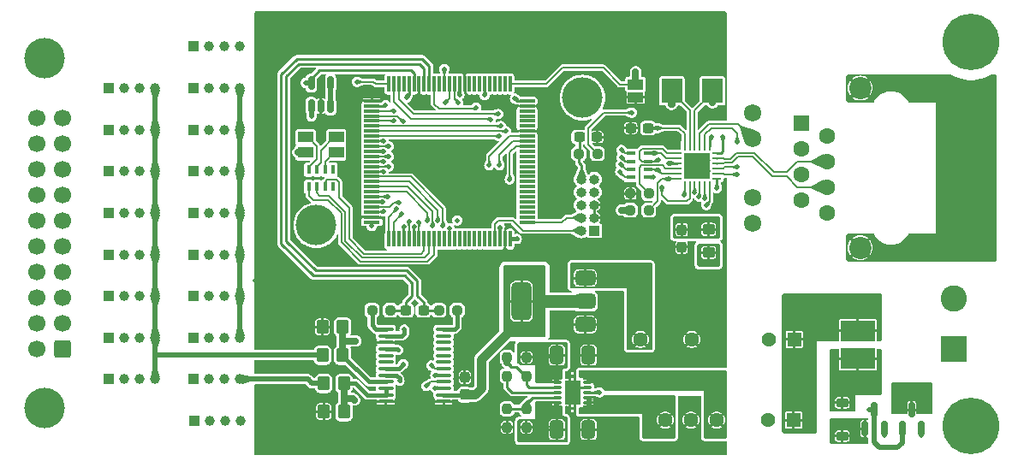
<source format=gbr>
G04 #@! TF.GenerationSoftware,KiCad,Pcbnew,8.0.1*
G04 #@! TF.CreationDate,2024-04-14T22:29:53+02:00*
G04 #@! TF.ProjectId,ETH16CDAQ1,45544831-3643-4444-9151-312e6b696361,rev?*
G04 #@! TF.SameCoordinates,Original*
G04 #@! TF.FileFunction,Copper,L1,Top*
G04 #@! TF.FilePolarity,Positive*
%FSLAX46Y46*%
G04 Gerber Fmt 4.6, Leading zero omitted, Abs format (unit mm)*
G04 Created by KiCad (PCBNEW 8.0.1) date 2024-04-14 22:29:53*
%MOMM*%
%LPD*%
G01*
G04 APERTURE LIST*
G04 Aperture macros list*
%AMRoundRect*
0 Rectangle with rounded corners*
0 $1 Rounding radius*
0 $2 $3 $4 $5 $6 $7 $8 $9 X,Y pos of 4 corners*
0 Add a 4 corners polygon primitive as box body*
4,1,4,$2,$3,$4,$5,$6,$7,$8,$9,$2,$3,0*
0 Add four circle primitives for the rounded corners*
1,1,$1+$1,$2,$3*
1,1,$1+$1,$4,$5*
1,1,$1+$1,$6,$7*
1,1,$1+$1,$8,$9*
0 Add four rect primitives between the rounded corners*
20,1,$1+$1,$2,$3,$4,$5,0*
20,1,$1+$1,$4,$5,$6,$7,0*
20,1,$1+$1,$6,$7,$8,$9,0*
20,1,$1+$1,$8,$9,$2,$3,0*%
G04 Aperture macros list end*
G04 #@! TA.AperFunction,SMDPad,CuDef*
%ADD10RoundRect,0.250000X-0.350000X0.275000X-0.350000X-0.275000X0.350000X-0.275000X0.350000X0.275000X0*%
G04 #@! TD*
G04 #@! TA.AperFunction,SMDPad,CuDef*
%ADD11RoundRect,0.237500X-0.250000X-0.237500X0.250000X-0.237500X0.250000X0.237500X-0.250000X0.237500X0*%
G04 #@! TD*
G04 #@! TA.AperFunction,SMDPad,CuDef*
%ADD12RoundRect,0.237500X-0.300000X-0.237500X0.300000X-0.237500X0.300000X0.237500X-0.300000X0.237500X0*%
G04 #@! TD*
G04 #@! TA.AperFunction,SMDPad,CuDef*
%ADD13RoundRect,0.237500X0.237500X-0.250000X0.237500X0.250000X-0.237500X0.250000X-0.237500X-0.250000X0*%
G04 #@! TD*
G04 #@! TA.AperFunction,SMDPad,CuDef*
%ADD14RoundRect,0.150000X0.150000X-0.587500X0.150000X0.587500X-0.150000X0.587500X-0.150000X-0.587500X0*%
G04 #@! TD*
G04 #@! TA.AperFunction,SMDPad,CuDef*
%ADD15RoundRect,0.150000X0.150000X-0.512500X0.150000X0.512500X-0.150000X0.512500X-0.150000X-0.512500X0*%
G04 #@! TD*
G04 #@! TA.AperFunction,SMDPad,CuDef*
%ADD16RoundRect,0.237500X0.300000X0.237500X-0.300000X0.237500X-0.300000X-0.237500X0.300000X-0.237500X0*%
G04 #@! TD*
G04 #@! TA.AperFunction,ComponentPad*
%ADD17C,5.600000*%
G04 #@! TD*
G04 #@! TA.AperFunction,SMDPad,CuDef*
%ADD18RoundRect,0.250000X-0.350000X-0.450000X0.350000X-0.450000X0.350000X0.450000X-0.350000X0.450000X0*%
G04 #@! TD*
G04 #@! TA.AperFunction,SMDPad,CuDef*
%ADD19RoundRect,0.237500X-0.237500X0.250000X-0.237500X-0.250000X0.237500X-0.250000X0.237500X0.250000X0*%
G04 #@! TD*
G04 #@! TA.AperFunction,SMDPad,CuDef*
%ADD20R,0.900000X0.400000*%
G04 #@! TD*
G04 #@! TA.AperFunction,SMDPad,CuDef*
%ADD21RoundRect,0.237500X0.250000X0.237500X-0.250000X0.237500X-0.250000X-0.237500X0.250000X-0.237500X0*%
G04 #@! TD*
G04 #@! TA.AperFunction,ComponentPad*
%ADD22R,1.000000X1.000000*%
G04 #@! TD*
G04 #@! TA.AperFunction,ComponentPad*
%ADD23C,1.000000*%
G04 #@! TD*
G04 #@! TA.AperFunction,SMDPad,CuDef*
%ADD24RoundRect,0.237500X-0.237500X0.300000X-0.237500X-0.300000X0.237500X-0.300000X0.237500X0.300000X0*%
G04 #@! TD*
G04 #@! TA.AperFunction,SMDPad,CuDef*
%ADD25RoundRect,0.075000X-0.075000X0.725000X-0.075000X-0.725000X0.075000X-0.725000X0.075000X0.725000X0*%
G04 #@! TD*
G04 #@! TA.AperFunction,SMDPad,CuDef*
%ADD26RoundRect,0.075000X-0.725000X0.075000X-0.725000X-0.075000X0.725000X-0.075000X0.725000X0.075000X0*%
G04 #@! TD*
G04 #@! TA.AperFunction,SMDPad,CuDef*
%ADD27R,3.500000X2.050000*%
G04 #@! TD*
G04 #@! TA.AperFunction,ComponentPad*
%ADD28RoundRect,0.250000X0.600000X0.600000X-0.600000X0.600000X-0.600000X-0.600000X0.600000X-0.600000X0*%
G04 #@! TD*
G04 #@! TA.AperFunction,ComponentPad*
%ADD29C,1.700000*%
G04 #@! TD*
G04 #@! TA.AperFunction,ComponentPad*
%ADD30C,4.000000*%
G04 #@! TD*
G04 #@! TA.AperFunction,SMDPad,CuDef*
%ADD31RoundRect,0.250000X-0.412500X-0.650000X0.412500X-0.650000X0.412500X0.650000X-0.412500X0.650000X0*%
G04 #@! TD*
G04 #@! TA.AperFunction,ComponentPad*
%ADD32R,1.430000X1.430000*%
G04 #@! TD*
G04 #@! TA.AperFunction,ComponentPad*
%ADD33C,1.430000*%
G04 #@! TD*
G04 #@! TA.AperFunction,SMDPad,CuDef*
%ADD34R,0.280000X0.280000*%
G04 #@! TD*
G04 #@! TA.AperFunction,SMDPad,CuDef*
%ADD35O,0.850000X0.280000*%
G04 #@! TD*
G04 #@! TA.AperFunction,ComponentPad*
%ADD36C,0.600000*%
G04 #@! TD*
G04 #@! TA.AperFunction,SMDPad,CuDef*
%ADD37R,0.680000X1.050000*%
G04 #@! TD*
G04 #@! TA.AperFunction,SMDPad,CuDef*
%ADD38R,0.260000X0.500000*%
G04 #@! TD*
G04 #@! TA.AperFunction,SMDPad,CuDef*
%ADD39R,0.280000X0.700000*%
G04 #@! TD*
G04 #@! TA.AperFunction,SMDPad,CuDef*
%ADD40R,1.650000X2.400000*%
G04 #@! TD*
G04 #@! TA.AperFunction,ComponentPad*
%ADD41R,2.600000X2.600000*%
G04 #@! TD*
G04 #@! TA.AperFunction,ComponentPad*
%ADD42C,2.600000*%
G04 #@! TD*
G04 #@! TA.AperFunction,SMDPad,CuDef*
%ADD43R,0.400000X0.900000*%
G04 #@! TD*
G04 #@! TA.AperFunction,SMDPad,CuDef*
%ADD44RoundRect,0.250000X0.350000X0.450000X-0.350000X0.450000X-0.350000X-0.450000X0.350000X-0.450000X0*%
G04 #@! TD*
G04 #@! TA.AperFunction,SMDPad,CuDef*
%ADD45RoundRect,0.375000X0.625000X0.375000X-0.625000X0.375000X-0.625000X-0.375000X0.625000X-0.375000X0*%
G04 #@! TD*
G04 #@! TA.AperFunction,SMDPad,CuDef*
%ADD46RoundRect,0.500000X0.500000X1.400000X-0.500000X1.400000X-0.500000X-1.400000X0.500000X-1.400000X0*%
G04 #@! TD*
G04 #@! TA.AperFunction,SMDPad,CuDef*
%ADD47R,1.500000X1.100000*%
G04 #@! TD*
G04 #@! TA.AperFunction,SMDPad,CuDef*
%ADD48RoundRect,0.100000X-0.637500X-0.100000X0.637500X-0.100000X0.637500X0.100000X-0.637500X0.100000X0*%
G04 #@! TD*
G04 #@! TA.AperFunction,SMDPad,CuDef*
%ADD49RoundRect,0.062500X-0.062500X0.375000X-0.062500X-0.375000X0.062500X-0.375000X0.062500X0.375000X0*%
G04 #@! TD*
G04 #@! TA.AperFunction,SMDPad,CuDef*
%ADD50RoundRect,0.062500X-0.375000X0.062500X-0.375000X-0.062500X0.375000X-0.062500X0.375000X0.062500X0*%
G04 #@! TD*
G04 #@! TA.AperFunction,HeatsinkPad*
%ADD51C,0.500000*%
G04 #@! TD*
G04 #@! TA.AperFunction,HeatsinkPad*
%ADD52R,2.500000X2.500000*%
G04 #@! TD*
G04 #@! TA.AperFunction,ComponentPad*
%ADD53RoundRect,0.248000X0.552000X-0.552000X0.552000X0.552000X-0.552000X0.552000X-0.552000X-0.552000X0*%
G04 #@! TD*
G04 #@! TA.AperFunction,ComponentPad*
%ADD54C,1.600000*%
G04 #@! TD*
G04 #@! TA.AperFunction,ComponentPad*
%ADD55C,1.720000*%
G04 #@! TD*
G04 #@! TA.AperFunction,ComponentPad*
%ADD56C,2.200000*%
G04 #@! TD*
G04 #@! TA.AperFunction,SMDPad,CuDef*
%ADD57RoundRect,0.237500X0.237500X-0.300000X0.237500X0.300000X-0.237500X0.300000X-0.237500X-0.300000X0*%
G04 #@! TD*
G04 #@! TA.AperFunction,SMDPad,CuDef*
%ADD58R,1.500000X1.000000*%
G04 #@! TD*
G04 #@! TA.AperFunction,SMDPad,CuDef*
%ADD59RoundRect,0.225000X0.375000X-0.225000X0.375000X0.225000X-0.375000X0.225000X-0.375000X-0.225000X0*%
G04 #@! TD*
G04 #@! TA.AperFunction,ComponentPad*
%ADD60O,1.000000X1.000000*%
G04 #@! TD*
G04 #@! TA.AperFunction,SMDPad,CuDef*
%ADD61R,2.000000X2.400000*%
G04 #@! TD*
G04 #@! TA.AperFunction,ViaPad*
%ADD62C,0.500000*%
G04 #@! TD*
G04 #@! TA.AperFunction,Conductor*
%ADD63C,0.254000*%
G04 #@! TD*
G04 #@! TA.AperFunction,Conductor*
%ADD64C,0.127000*%
G04 #@! TD*
G04 #@! TA.AperFunction,Conductor*
%ADD65C,0.635000*%
G04 #@! TD*
G04 #@! TA.AperFunction,Conductor*
%ADD66C,0.381000*%
G04 #@! TD*
G04 #@! TA.AperFunction,Conductor*
%ADD67C,0.889000*%
G04 #@! TD*
G04 #@! TA.AperFunction,Conductor*
%ADD68C,1.270000*%
G04 #@! TD*
G04 #@! TA.AperFunction,Conductor*
%ADD69C,0.508000*%
G04 #@! TD*
G04 APERTURE END LIST*
D10*
G04 #@! TO.P,FB301,1*
G04 #@! TO.N,VCCQ*
X170561000Y-100069000D03*
G04 #@! TO.P,FB301,2*
G04 #@! TO.N,+3.3V*
X170561000Y-102369000D03*
G04 #@! TD*
D11*
G04 #@! TO.P,R302,1*
G04 #@! TO.N,+3.3V*
X162790500Y-98171000D03*
G04 #@! TO.P,R302,2*
G04 #@! TO.N,/Ethernet/RMII_MDIO*
X164615500Y-98171000D03*
G04 #@! TD*
D12*
G04 #@! TO.P,C212,1*
G04 #@! TO.N,/MCU/NRST*
X157760500Y-90932000D03*
G04 #@! TO.P,C212,2*
G04 #@! TO.N,GND*
X159485500Y-90932000D03*
G04 #@! TD*
D13*
G04 #@! TO.P,R503,1*
G04 #@! TO.N,VPP*
X152527000Y-119657500D03*
G04 #@! TO.P,R503,2*
G04 #@! TO.N,Net-(U504-FBP)*
X152527000Y-117832500D03*
G04 #@! TD*
D14*
G04 #@! TO.P,Q502,1,B*
G04 #@! TO.N,Net-(D502-K)*
X185994000Y-119809500D03*
G04 #@! TO.P,Q502,2,E*
G04 #@! TO.N,Net-(D501-K)*
X187894000Y-119809500D03*
G04 #@! TO.P,Q502,3,C*
G04 #@! TO.N,Net-(D501-A)*
X186944000Y-117934500D03*
G04 #@! TD*
D15*
G04 #@! TO.P,U201,1,Vbias*
G04 #@! TO.N,VCOM*
X131257000Y-87878500D03*
G04 #@! TO.P,U201,2,GND*
G04 #@! TO.N,GND*
X132207000Y-87878500D03*
G04 #@! TO.P,U201,3,EN*
G04 #@! TO.N,+5V*
X133157000Y-87878500D03*
G04 #@! TO.P,U201,4,Vin*
X133157000Y-85603500D03*
G04 #@! TO.P,U201,5,Vref*
G04 #@! TO.N,+3.3VADC*
X131257000Y-85603500D03*
G04 #@! TD*
D16*
G04 #@! TO.P,C405,1*
G04 #@! TO.N,/Analog/OUT+*
X142340500Y-108077000D03*
G04 #@! TO.P,C405,2*
G04 #@! TO.N,/Analog/OUT-*
X140615500Y-108077000D03*
G04 #@! TD*
D17*
G04 #@! TO.P,H101,1*
G04 #@! TO.N,N/C*
X196500000Y-81500000D03*
G04 #@! TD*
D18*
G04 #@! TO.P,R401,1*
G04 #@! TO.N,/Analog/D+*
X132350000Y-112522000D03*
G04 #@! TO.P,R401,2*
G04 #@! TO.N,Net-(U401-IN1+)*
X134350000Y-112522000D03*
G04 #@! TD*
D19*
G04 #@! TO.P,R504,1*
G04 #@! TO.N,Net-(U504-FBP)*
X150622000Y-117832500D03*
G04 #@! TO.P,R504,2*
G04 #@! TO.N,GND*
X150622000Y-119657500D03*
G04 #@! TD*
D13*
G04 #@! TO.P,R506,1*
G04 #@! TO.N,Net-(U504-FBN)*
X152527000Y-114577500D03*
G04 #@! TO.P,R506,2*
G04 #@! TO.N,VSS*
X152527000Y-112752500D03*
G04 #@! TD*
D20*
G04 #@! TO.P,RN301,1,R1.1*
G04 #@! TO.N,/Ethernet/RMII_RXD0*
X162853000Y-92526000D03*
G04 #@! TO.P,RN301,2,R2.1*
G04 #@! TO.N,/Ethernet/RMII_RXD1*
X162853000Y-93326000D03*
G04 #@! TO.P,RN301,3,R3.1*
G04 #@! TO.N,/Ethernet/RMII_CRS_DV*
X162853000Y-94126000D03*
G04 #@! TO.P,RN301,4,R4.1*
G04 #@! TO.N,/Ethernet/REF_CLK*
X162853000Y-94926000D03*
G04 #@! TO.P,RN301,5,R4.2*
G04 #@! TO.N,/Ethernet/REFCLK0*
X164553000Y-94926000D03*
G04 #@! TO.P,RN301,6,R3.2*
G04 #@! TO.N,/Ethernet/MODE2*
X164553000Y-94126000D03*
G04 #@! TO.P,RN301,7,R2.2*
G04 #@! TO.N,/Ethernet/MODE1*
X164553000Y-93326000D03*
G04 #@! TO.P,RN301,8,R1.2*
G04 #@! TO.N,/Ethernet/MODE0*
X164553000Y-92526000D03*
G04 #@! TD*
D21*
G04 #@! TO.P,R202,1*
G04 #@! TO.N,+3.3V*
X159535500Y-92583000D03*
G04 #@! TO.P,R202,2*
G04 #@! TO.N,/MCU/NRST*
X157710500Y-92583000D03*
G04 #@! TD*
D22*
G04 #@! TO.P,K415,1*
G04 #@! TO.N,+5V*
X119634000Y-110794800D03*
D23*
G04 #@! TO.P,K415,2*
G04 #@! TO.N,/Analog/RLY_3*
X121154000Y-110794800D03*
G04 #@! TO.P,K415,3*
G04 #@! TO.N,/Analog/AIN_3*
X122674000Y-110794800D03*
G04 #@! TO.P,K415,4*
G04 #@! TO.N,/Analog/D-*
X124194000Y-110794800D03*
G04 #@! TD*
D18*
G04 #@! TO.P,R402,1*
G04 #@! TO.N,/Analog/D-*
X132477000Y-115316000D03*
G04 #@! TO.P,R402,2*
G04 #@! TO.N,Net-(U401-IN1-)*
X134477000Y-115316000D03*
G04 #@! TD*
D24*
G04 #@! TO.P,C307,1*
G04 #@! TO.N,VCCQ*
X167894000Y-100102500D03*
G04 #@! TO.P,C307,2*
G04 #@! TO.N,GND*
X167894000Y-101827500D03*
G04 #@! TD*
D25*
G04 #@! TO.P,U202,1,PE2*
G04 #@! TO.N,/MCU/MCU_DEF*
X150907000Y-85670000D03*
G04 #@! TO.P,U202,2,PE3*
G04 #@! TO.N,unconnected-(U202-PE3-Pad2)*
X150407000Y-85670000D03*
G04 #@! TO.P,U202,3,PE4*
G04 #@! TO.N,unconnected-(U202-PE4-Pad3)*
X149907000Y-85670000D03*
G04 #@! TO.P,U202,4,PE5*
G04 #@! TO.N,unconnected-(U202-PE5-Pad4)*
X149407000Y-85670000D03*
G04 #@! TO.P,U202,5,PE6*
G04 #@! TO.N,unconnected-(U202-PE6-Pad5)*
X148907000Y-85670000D03*
G04 #@! TO.P,U202,6,VBAT*
G04 #@! TO.N,+3.3V*
X148407000Y-85670000D03*
G04 #@! TO.P,U202,7,PC13*
G04 #@! TO.N,unconnected-(U202-PC13-Pad7)*
X147907000Y-85670000D03*
G04 #@! TO.P,U202,8,PC14*
G04 #@! TO.N,unconnected-(U202-PC14-Pad8)*
X147407000Y-85670000D03*
G04 #@! TO.P,U202,9,PC15*
G04 #@! TO.N,unconnected-(U202-PC15-Pad9)*
X146907000Y-85670000D03*
G04 #@! TO.P,U202,10,VSS*
G04 #@! TO.N,GND*
X146407000Y-85670000D03*
G04 #@! TO.P,U202,11,VDD*
G04 #@! TO.N,+3.3V*
X145907000Y-85670000D03*
G04 #@! TO.P,U202,12,PH0*
G04 #@! TO.N,Net-(U202-PH0)*
X145407000Y-85670000D03*
G04 #@! TO.P,U202,13,PH1*
G04 #@! TO.N,Net-(U202-PH1)*
X144907000Y-85670000D03*
G04 #@! TO.P,U202,14,NRST*
G04 #@! TO.N,/MCU/NRST*
X144407000Y-85670000D03*
G04 #@! TO.P,U202,15,PC0*
G04 #@! TO.N,unconnected-(U202-PC0-Pad15)*
X143907000Y-85670000D03*
G04 #@! TO.P,U202,16,PC1*
G04 #@! TO.N,/Ethernet/RMII_MDC*
X143407000Y-85670000D03*
G04 #@! TO.P,U202,17,PC2_C*
G04 #@! TO.N,/Analog/OUT-*
X142907000Y-85670000D03*
G04 #@! TO.P,U202,18,PC3_C*
G04 #@! TO.N,/Analog/OUT+*
X142407000Y-85670000D03*
G04 #@! TO.P,U202,19,VSSA*
G04 #@! TO.N,GND*
X141907000Y-85670000D03*
G04 #@! TO.P,U202,20,VREF+*
G04 #@! TO.N,+3.3VADC*
X141407000Y-85670000D03*
G04 #@! TO.P,U202,21,VDDA*
G04 #@! TO.N,VDDA*
X140907000Y-85670000D03*
G04 #@! TO.P,U202,22,PA0*
G04 #@! TO.N,unconnected-(U202-PA0-Pad22)*
X140407000Y-85670000D03*
G04 #@! TO.P,U202,23,PA1*
G04 #@! TO.N,/Ethernet/REF_CLK*
X139907000Y-85670000D03*
G04 #@! TO.P,U202,24,PA2*
G04 #@! TO.N,/Ethernet/RMII_MDIO*
X139407000Y-85670000D03*
G04 #@! TO.P,U202,25,PA3*
G04 #@! TO.N,/Analog/GND1_CTR*
X138907000Y-85670000D03*
D26*
G04 #@! TO.P,U202,26,VSS*
G04 #@! TO.N,GND*
X137232000Y-87345000D03*
G04 #@! TO.P,U202,27,VDD*
G04 #@! TO.N,+3.3V*
X137232000Y-87845000D03*
G04 #@! TO.P,U202,28,PA4*
G04 #@! TO.N,/MCU/RELAY15*
X137232000Y-88345000D03*
G04 #@! TO.P,U202,29,PA5*
G04 #@! TO.N,/MCU/RELAY16*
X137232000Y-88845000D03*
G04 #@! TO.P,U202,30,PA6*
G04 #@! TO.N,/MCU/RELAY14*
X137232000Y-89345000D03*
G04 #@! TO.P,U202,31,PA7*
G04 #@! TO.N,/Ethernet/RMII_CRS_DV*
X137232000Y-89845000D03*
G04 #@! TO.P,U202,32,PC4*
G04 #@! TO.N,/Ethernet/RMII_RXD0*
X137232000Y-90345000D03*
G04 #@! TO.P,U202,33,PC5*
G04 #@! TO.N,/Ethernet/RMII_RXD1*
X137232000Y-90845000D03*
G04 #@! TO.P,U202,34,PB0*
G04 #@! TO.N,/MCU/RELAY13*
X137232000Y-91345000D03*
G04 #@! TO.P,U202,35,PB1*
G04 #@! TO.N,/MCU/RELAY12*
X137232000Y-91845000D03*
G04 #@! TO.P,U202,36,PB2*
G04 #@! TO.N,/MCU/RELAY11*
X137232000Y-92345000D03*
G04 #@! TO.P,U202,37,PE7*
G04 #@! TO.N,/MCU/RELAY10*
X137232000Y-92845000D03*
G04 #@! TO.P,U202,38,PE8*
G04 #@! TO.N,/MCU/RELAY9*
X137232000Y-93345000D03*
G04 #@! TO.P,U202,39,PE9*
G04 #@! TO.N,/MCU/RELAY8*
X137232000Y-93845000D03*
G04 #@! TO.P,U202,40,PE10*
G04 #@! TO.N,/MCU/RELAY7*
X137232000Y-94345000D03*
G04 #@! TO.P,U202,41,PE11*
G04 #@! TO.N,/Analog/SPI_~{CS}*
X137232000Y-94845000D03*
G04 #@! TO.P,U202,42,PE12*
G04 #@! TO.N,/Analog/SPI_SCLK*
X137232000Y-95345000D03*
G04 #@! TO.P,U202,43,PE13*
G04 #@! TO.N,/Analog/SPI_MISO*
X137232000Y-95845000D03*
G04 #@! TO.P,U202,44,PE14*
G04 #@! TO.N,/Analog/SPI_MOSI*
X137232000Y-96345000D03*
G04 #@! TO.P,U202,45,PE15*
G04 #@! TO.N,/MCU/RELAY6*
X137232000Y-96845000D03*
G04 #@! TO.P,U202,46,PB10*
G04 #@! TO.N,/MCU/RELAY5*
X137232000Y-97345000D03*
G04 #@! TO.P,U202,47,PB11*
G04 #@! TO.N,/Ethernet/RMII_TXEN*
X137232000Y-97845000D03*
G04 #@! TO.P,U202,48,VCAP*
G04 #@! TO.N,Net-(C216-Pad1)*
X137232000Y-98345000D03*
G04 #@! TO.P,U202,49,VSS*
G04 #@! TO.N,GND*
X137232000Y-98845000D03*
G04 #@! TO.P,U202,50,VDD*
G04 #@! TO.N,+3.3V*
X137232000Y-99345000D03*
D25*
G04 #@! TO.P,U202,51,PB12*
G04 #@! TO.N,/Ethernet/RMII_TXD0*
X138907000Y-101020000D03*
G04 #@! TO.P,U202,52,PB13*
G04 #@! TO.N,/Ethernet/RMII_TXD1*
X139407000Y-101020000D03*
G04 #@! TO.P,U202,53,PB14*
G04 #@! TO.N,unconnected-(U202-PB14-Pad53)*
X139907000Y-101020000D03*
G04 #@! TO.P,U202,54,PB15*
G04 #@! TO.N,/MCU/RELAY3*
X140407000Y-101020000D03*
G04 #@! TO.P,U202,55,PD8*
G04 #@! TO.N,/MCU/RELAY4*
X140907000Y-101020000D03*
G04 #@! TO.P,U202,56,PD9*
G04 #@! TO.N,/MCU/RELAY2*
X141407000Y-101020000D03*
G04 #@! TO.P,U202,57,PD10*
G04 #@! TO.N,/MCU/RELAY1*
X141907000Y-101020000D03*
G04 #@! TO.P,U202,58,PD11*
G04 #@! TO.N,/MCU/LED_BLUE*
X142407000Y-101020000D03*
G04 #@! TO.P,U202,59,PD12*
G04 #@! TO.N,/MCU/LED_GREEN*
X142907000Y-101020000D03*
G04 #@! TO.P,U202,60,PD13*
G04 #@! TO.N,/MCU/LED_RED*
X143407000Y-101020000D03*
G04 #@! TO.P,U202,61,PD14*
G04 #@! TO.N,unconnected-(U202-PD14-Pad61)*
X143907000Y-101020000D03*
G04 #@! TO.P,U202,62,PD15*
G04 #@! TO.N,unconnected-(U202-PD15-Pad62)*
X144407000Y-101020000D03*
G04 #@! TO.P,U202,63,PC6*
G04 #@! TO.N,/Analog/GND2_CTR*
X144907000Y-101020000D03*
G04 #@! TO.P,U202,64,PC7*
G04 #@! TO.N,unconnected-(U202-PC7-Pad64)*
X145407000Y-101020000D03*
G04 #@! TO.P,U202,65,PC8*
G04 #@! TO.N,unconnected-(U202-PC8-Pad65)*
X145907000Y-101020000D03*
G04 #@! TO.P,U202,66,PC9*
G04 #@! TO.N,unconnected-(U202-PC9-Pad66)*
X146407000Y-101020000D03*
G04 #@! TO.P,U202,67,PA8*
G04 #@! TO.N,unconnected-(U202-PA8-Pad67)*
X146907000Y-101020000D03*
G04 #@! TO.P,U202,68,PA9*
G04 #@! TO.N,unconnected-(U202-PA9-Pad68)*
X147407000Y-101020000D03*
G04 #@! TO.P,U202,69,PA10*
G04 #@! TO.N,unconnected-(U202-PA10-Pad69)*
X147907000Y-101020000D03*
G04 #@! TO.P,U202,70,PA11*
G04 #@! TO.N,unconnected-(U202-PA11-Pad70)*
X148407000Y-101020000D03*
G04 #@! TO.P,U202,71,PA12*
G04 #@! TO.N,unconnected-(U202-PA12-Pad71)*
X148907000Y-101020000D03*
G04 #@! TO.P,U202,72,PA13*
G04 #@! TO.N,/MCU/TMS_SWDIO*
X149407000Y-101020000D03*
G04 #@! TO.P,U202,73,VCAP*
G04 #@! TO.N,Net-(C217-Pad1)*
X149907000Y-101020000D03*
G04 #@! TO.P,U202,74,VSS*
G04 #@! TO.N,GND*
X150407000Y-101020000D03*
G04 #@! TO.P,U202,75,VDD*
G04 #@! TO.N,+3.3V*
X150907000Y-101020000D03*
D26*
G04 #@! TO.P,U202,76,PA14*
G04 #@! TO.N,/MCU/TCK_SWCLK*
X152582000Y-99345000D03*
G04 #@! TO.P,U202,77,PA15*
G04 #@! TO.N,unconnected-(U202-PA15-Pad77)*
X152582000Y-98845000D03*
G04 #@! TO.P,U202,78,PC10*
G04 #@! TO.N,unconnected-(U202-PC10-Pad78)*
X152582000Y-98345000D03*
G04 #@! TO.P,U202,79,PC11*
G04 #@! TO.N,unconnected-(U202-PC11-Pad79)*
X152582000Y-97845000D03*
G04 #@! TO.P,U202,80,PC12*
G04 #@! TO.N,unconnected-(U202-PC12-Pad80)*
X152582000Y-97345000D03*
G04 #@! TO.P,U202,81,PD0*
G04 #@! TO.N,unconnected-(U202-PD0-Pad81)*
X152582000Y-96845000D03*
G04 #@! TO.P,U202,82,PD1*
G04 #@! TO.N,unconnected-(U202-PD1-Pad82)*
X152582000Y-96345000D03*
G04 #@! TO.P,U202,83,PD2*
G04 #@! TO.N,unconnected-(U202-PD2-Pad83)*
X152582000Y-95845000D03*
G04 #@! TO.P,U202,84,PD3*
G04 #@! TO.N,unconnected-(U202-PD3-Pad84)*
X152582000Y-95345000D03*
G04 #@! TO.P,U202,85,PD4*
G04 #@! TO.N,unconnected-(U202-PD4-Pad85)*
X152582000Y-94845000D03*
G04 #@! TO.P,U202,86,PD5*
G04 #@! TO.N,unconnected-(U202-PD5-Pad86)*
X152582000Y-94345000D03*
G04 #@! TO.P,U202,87,PD6*
G04 #@! TO.N,unconnected-(U202-PD6-Pad87)*
X152582000Y-93845000D03*
G04 #@! TO.P,U202,88,PD7*
G04 #@! TO.N,unconnected-(U202-PD7-Pad88)*
X152582000Y-93345000D03*
G04 #@! TO.P,U202,89,PB3*
G04 #@! TO.N,unconnected-(U202-PB3-Pad89)*
X152582000Y-92845000D03*
G04 #@! TO.P,U202,90,PB4*
G04 #@! TO.N,unconnected-(U202-PB4-Pad90)*
X152582000Y-92345000D03*
G04 #@! TO.P,U202,91,PB5*
G04 #@! TO.N,/MCU/EEPROM_WP*
X152582000Y-91845000D03*
G04 #@! TO.P,U202,92,PB6*
G04 #@! TO.N,/MCU/I2C1_SCL*
X152582000Y-91345000D03*
G04 #@! TO.P,U202,93,PB7*
G04 #@! TO.N,/MCU/I2C1_SDA*
X152582000Y-90845000D03*
G04 #@! TO.P,U202,94,BOOT0*
G04 #@! TO.N,GND*
X152582000Y-90345000D03*
G04 #@! TO.P,U202,95,PB8*
G04 #@! TO.N,unconnected-(U202-PB8-Pad95)*
X152582000Y-89845000D03*
G04 #@! TO.P,U202,96,PB9*
G04 #@! TO.N,unconnected-(U202-PB9-Pad96)*
X152582000Y-89345000D03*
G04 #@! TO.P,U202,97,PE0*
G04 #@! TO.N,unconnected-(U202-PE0-Pad97)*
X152582000Y-88845000D03*
G04 #@! TO.P,U202,98,PE1*
G04 #@! TO.N,unconnected-(U202-PE1-Pad98)*
X152582000Y-88345000D03*
G04 #@! TO.P,U202,99,VSS*
G04 #@! TO.N,GND*
X152582000Y-87845000D03*
G04 #@! TO.P,U202,100,VDD*
G04 #@! TO.N,+3.3V*
X152582000Y-87345000D03*
G04 #@! TD*
D27*
G04 #@! TO.P,L501,1,1*
G04 #@! TO.N,Net-(D501-K)*
X185293000Y-112881000D03*
G04 #@! TO.P,L501,2,2*
G04 #@! TO.N,Net-(U501-+Vin)*
X185293000Y-110131000D03*
G04 #@! TD*
D28*
G04 #@! TO.P,J401,1,Pin_1*
G04 #@! TO.N,GND2*
X106680000Y-111887000D03*
D29*
G04 #@! TO.P,J401,2,Pin_2*
X104140000Y-111887000D03*
G04 #@! TO.P,J401,3,Pin_3*
G04 #@! TO.N,/Analog/AIN_1*
X106680000Y-109347000D03*
G04 #@! TO.P,J401,4,Pin_4*
G04 #@! TO.N,/Analog/AIN_2*
X104140000Y-109347000D03*
G04 #@! TO.P,J401,5,Pin_5*
G04 #@! TO.N,/Analog/AIN_3*
X106680000Y-106807000D03*
G04 #@! TO.P,J401,6,Pin_6*
G04 #@! TO.N,/Analog/AIN_4*
X104140000Y-106807000D03*
G04 #@! TO.P,J401,7,Pin_7*
G04 #@! TO.N,/Analog/AIN_5*
X106680000Y-104267000D03*
G04 #@! TO.P,J401,8,Pin_8*
G04 #@! TO.N,/Analog/AIN_6*
X104140000Y-104267000D03*
G04 #@! TO.P,J401,9,Pin_9*
G04 #@! TO.N,/Analog/AIN_7*
X106680000Y-101727000D03*
G04 #@! TO.P,J401,10,Pin_10*
G04 #@! TO.N,/Analog/AIN_8*
X104140000Y-101727000D03*
G04 #@! TO.P,J401,11,Pin_11*
G04 #@! TO.N,/Analog/AIN_9*
X106680000Y-99187000D03*
G04 #@! TO.P,J401,12,Pin_12*
G04 #@! TO.N,/Analog/AIN_10*
X104140000Y-99187000D03*
G04 #@! TO.P,J401,13,Pin_13*
G04 #@! TO.N,/Analog/AIN_11*
X106680000Y-96647000D03*
G04 #@! TO.P,J401,14,Pin_14*
G04 #@! TO.N,/Analog/AIN_12*
X104140000Y-96647000D03*
G04 #@! TO.P,J401,15,Pin_15*
G04 #@! TO.N,/Analog/AIN_13*
X106680000Y-94107000D03*
G04 #@! TO.P,J401,16,Pin_16*
G04 #@! TO.N,/Analog/AIN_14*
X104140000Y-94107000D03*
G04 #@! TO.P,J401,17,Pin_17*
G04 #@! TO.N,/Analog/AIN_15*
X106680000Y-91567000D03*
G04 #@! TO.P,J401,18,Pin_18*
G04 #@! TO.N,/Analog/AIN_16*
X104140000Y-91567000D03*
G04 #@! TO.P,J401,19,Pin_19*
G04 #@! TO.N,GND1*
X106680000Y-89027000D03*
G04 #@! TO.P,J401,20,Pin_20*
X104140000Y-89027000D03*
D30*
G04 #@! TO.P,J401,MP*
G04 #@! TO.N,N/C*
X104880000Y-117792000D03*
X104880000Y-83122000D03*
G04 #@! TD*
D22*
G04 #@! TO.P,K404,1*
G04 #@! TO.N,+5V*
X111256000Y-102565200D03*
D23*
G04 #@! TO.P,K404,2*
G04 #@! TO.N,/Analog/RLY_8*
X112776000Y-102565200D03*
G04 #@! TO.P,K404,3*
G04 #@! TO.N,/Analog/AIN_8*
X114296000Y-102565200D03*
G04 #@! TO.P,K404,4*
G04 #@! TO.N,/Analog/D+*
X115816000Y-102565200D03*
G04 #@! TD*
D31*
G04 #@! TO.P,C513,1*
G04 #@! TO.N,VSS*
X155536500Y-112522000D03*
G04 #@! TO.P,C513,2*
G04 #@! TO.N,GND*
X158661500Y-112522000D03*
G04 #@! TD*
D22*
G04 #@! TO.P,K402,1*
G04 #@! TO.N,+5V*
X111256000Y-110794800D03*
D23*
G04 #@! TO.P,K402,2*
G04 #@! TO.N,/Analog/RLY_4*
X112776000Y-110794800D03*
G04 #@! TO.P,K402,3*
G04 #@! TO.N,/Analog/AIN_4*
X114296000Y-110794800D03*
G04 #@! TO.P,K402,4*
G04 #@! TO.N,/Analog/D+*
X115816000Y-110794800D03*
G04 #@! TD*
D32*
G04 #@! TO.P,U502,1,+Vin*
G04 #@! TO.N,Net-(U501-+Vin)*
X179021000Y-110967000D03*
D33*
G04 #@! TO.P,U502,2,-Vin*
G04 #@! TO.N,GNDPWR*
X176481000Y-110967000D03*
G04 #@! TO.P,U502,5,-Vout*
G04 #@! TO.N,GND*
X168861000Y-110967000D03*
G04 #@! TO.P,U502,7,+Vout*
G04 #@! TO.N,+5V*
X163781000Y-110967000D03*
G04 #@! TD*
D34*
G04 #@! TO.P,U504,1,INP*
G04 #@! TO.N,Net-(U501-+Vout)*
X158859000Y-117205000D03*
D35*
X158574000Y-117205000D03*
D34*
G04 #@! TO.P,U504,2,EN*
X158859000Y-116705000D03*
D35*
X158574000Y-116705000D03*
D34*
G04 #@! TO.P,U504,3,NR/SS*
G04 #@! TO.N,Net-(U504-NR{slash}SS)*
X158859000Y-116205000D03*
D35*
X158574000Y-116205000D03*
D34*
G04 #@! TO.P,U504,4,GND*
G04 #@! TO.N,GND*
X158859000Y-115705000D03*
D35*
X158574000Y-115705000D03*
D34*
G04 #@! TO.P,U504,5,INN*
G04 #@! TO.N,Net-(U501--Vout)*
X158859000Y-115205000D03*
D35*
X158574000Y-115205000D03*
G04 #@! TO.P,U504,6,OUTN*
G04 #@! TO.N,VSS*
X155624000Y-115205000D03*
D34*
X155339000Y-115205000D03*
D35*
G04 #@! TO.P,U504,7,FBN*
G04 #@! TO.N,Net-(U504-FBN)*
X155624000Y-115705000D03*
D34*
X155339000Y-115705000D03*
D35*
G04 #@! TO.P,U504,8,BUF*
G04 #@! TO.N,Net-(U504-BUF)*
X155624000Y-116205000D03*
D34*
X155339000Y-116205000D03*
D35*
G04 #@! TO.P,U504,9,FBP*
G04 #@! TO.N,Net-(U504-FBP)*
X155624000Y-116705000D03*
D34*
X155339000Y-116705000D03*
D35*
G04 #@! TO.P,U504,10,OUTP*
G04 #@! TO.N,VPP*
X155624000Y-117205000D03*
D34*
X155339000Y-117205000D03*
D36*
G04 #@! TO.P,U504,11,GND*
G04 #@! TO.N,GND*
X157599000Y-116955000D03*
X157599000Y-115455000D03*
D37*
X157549000Y-116840000D03*
X157549000Y-115570000D03*
D38*
X157349000Y-117835000D03*
D39*
X157349000Y-117755000D03*
X157349000Y-114655000D03*
D38*
X157349000Y-114575000D03*
D36*
X157099000Y-116205000D03*
D40*
X157099000Y-116205000D03*
D38*
X156849000Y-117835000D03*
D39*
X156849000Y-117755000D03*
X156849000Y-114655000D03*
D38*
X156849000Y-114575000D03*
D37*
X156649000Y-116840000D03*
X156649000Y-115570000D03*
D36*
X156599000Y-116955000D03*
X156599000Y-115455000D03*
G04 #@! TD*
D41*
G04 #@! TO.P,J501,1,Pin_1*
G04 #@! TO.N,Net-(J501-Pin_1)*
X194818000Y-111887000D03*
D42*
G04 #@! TO.P,J501,2,Pin_2*
G04 #@! TO.N,GNDPWR*
X194818000Y-106887000D03*
G04 #@! TD*
D14*
G04 #@! TO.P,Q501,1,G*
G04 #@! TO.N,Net-(D501-A)*
X189677000Y-119809500D03*
G04 #@! TO.P,Q501,2,S*
G04 #@! TO.N,Net-(D501-K)*
X191577000Y-119809500D03*
G04 #@! TO.P,Q501,3,D*
G04 #@! TO.N,Net-(Q501-D)*
X190627000Y-117934500D03*
G04 #@! TD*
D43*
G04 #@! TO.P,RN201,1,R1.1*
G04 #@! TO.N,/MCU/LED_RED*
X131007000Y-95846000D03*
G04 #@! TO.P,RN201,2,R2.1*
G04 #@! TO.N,/MCU/LED_GREEN*
X131807000Y-95846000D03*
G04 #@! TO.P,RN201,3,R3.1*
G04 #@! TO.N,/MCU/LED_BLUE*
X132607000Y-95846000D03*
G04 #@! TO.P,RN201,4,R4.1*
G04 #@! TO.N,unconnected-(RN201-R4.1-Pad4)*
X133407000Y-95846000D03*
G04 #@! TO.P,RN201,5,R4.2*
G04 #@! TO.N,unconnected-(RN201-R4.2-Pad5)*
X133407000Y-94146000D03*
G04 #@! TO.P,RN201,6,R3.2*
G04 #@! TO.N,Net-(D201-BK)*
X132607000Y-94146000D03*
G04 #@! TO.P,RN201,7,R2.2*
G04 #@! TO.N,Net-(D201-GK)*
X131807000Y-94146000D03*
G04 #@! TO.P,RN201,8,R1.2*
G04 #@! TO.N,Net-(D201-RK)*
X131007000Y-94146000D03*
G04 #@! TD*
D22*
G04 #@! TO.P,K412,1*
G04 #@! TO.N,+5V*
X119634000Y-98450400D03*
D23*
G04 #@! TO.P,K412,2*
G04 #@! TO.N,/Analog/RLY_9*
X121154000Y-98450400D03*
G04 #@! TO.P,K412,3*
G04 #@! TO.N,/Analog/AIN_9*
X122674000Y-98450400D03*
G04 #@! TO.P,K412,4*
G04 #@! TO.N,/Analog/D-*
X124194000Y-98450400D03*
G04 #@! TD*
D44*
G04 #@! TO.P,R403,1*
G04 #@! TO.N,Net-(U401-IN1+)*
X134350000Y-109728000D03*
G04 #@! TO.P,R403,2*
G04 #@! TO.N,GND*
X132350000Y-109728000D03*
G04 #@! TD*
D45*
G04 #@! TO.P,U503,1,GND*
G04 #@! TO.N,GND*
X158344000Y-109488000D03*
G04 #@! TO.P,U503,2,VO*
G04 #@! TO.N,+3.3V*
X158344000Y-107188000D03*
D46*
X152044000Y-107188000D03*
D45*
G04 #@! TO.P,U503,3,VI*
G04 #@! TO.N,+5V*
X158344000Y-104888000D03*
G04 #@! TD*
D22*
G04 #@! TO.P,K407,1*
G04 #@! TO.N,+5V*
X111256000Y-90229800D03*
D23*
G04 #@! TO.P,K407,2*
G04 #@! TO.N,/Analog/RLY_14*
X112776000Y-90229800D03*
G04 #@! TO.P,K407,3*
G04 #@! TO.N,/Analog/AIN_14*
X114296000Y-90229800D03*
G04 #@! TO.P,K407,4*
G04 #@! TO.N,/Analog/D+*
X115816000Y-90229800D03*
G04 #@! TD*
D32*
G04 #@! TO.P,U501,1,+Vin*
G04 #@! TO.N,Net-(U501-+Vin)*
X178945200Y-118951000D03*
D33*
G04 #@! TO.P,U501,2,-Vin*
G04 #@! TO.N,GNDPWR*
X176405200Y-118951000D03*
G04 #@! TO.P,U501,4,-Vout*
G04 #@! TO.N,Net-(U501--Vout)*
X171325200Y-118951000D03*
G04 #@! TO.P,U501,5,GND*
G04 #@! TO.N,GND*
X168785200Y-118951000D03*
G04 #@! TO.P,U501,6,+Vout*
G04 #@! TO.N,Net-(U501-+Vout)*
X166245200Y-118951000D03*
G04 #@! TD*
D30*
G04 #@! TO.P,HS101,1*
G04 #@! TO.N,N/C*
X158067000Y-87025000D03*
X131747000Y-99665000D03*
G04 #@! TD*
D47*
G04 #@! TO.P,D201,1,RK*
G04 #@! TO.N,Net-(D201-RK)*
X130707000Y-90944000D03*
G04 #@! TO.P,D201,2,GK*
G04 #@! TO.N,Net-(D201-GK)*
X133707000Y-90944000D03*
G04 #@! TO.P,D201,3,BK*
G04 #@! TO.N,Net-(D201-BK)*
X133707000Y-92444000D03*
G04 #@! TO.P,D201,4,A*
G04 #@! TO.N,+3.3V*
X130707000Y-92444000D03*
G04 #@! TD*
D48*
G04 #@! TO.P,U401,1,OUT-*
G04 #@! TO.N,Net-(U401-OUT-)*
X138615500Y-109963000D03*
G04 #@! TO.P,U401,2,VOCM*
G04 #@! TO.N,VCOM*
X138615500Y-110613000D03*
G04 #@! TO.P,U401,3,AVSS*
G04 #@! TO.N,GND*
X138615500Y-111263000D03*
G04 #@! TO.P,U401,4,AVDD*
G04 #@! TO.N,+3.3VADC*
X138615500Y-111913000D03*
G04 #@! TO.P,U401,5,IOUT_LV*
G04 #@! TO.N,unconnected-(U401-IOUT_LV-Pad5)*
X138615500Y-112563000D03*
G04 #@! TO.P,U401,6,IOUT_HV*
G04 #@! TO.N,unconnected-(U401-IOUT_HV-Pad6)*
X138615500Y-113213000D03*
G04 #@! TO.P,U401,7,VDDH*
G04 #@! TO.N,VPP*
X138615500Y-113863000D03*
G04 #@! TO.P,U401,8,VSSH*
G04 #@! TO.N,VSS*
X138615500Y-114513000D03*
G04 #@! TO.P,U401,9,IN1+*
G04 #@! TO.N,Net-(U401-IN1+)*
X138615500Y-115163000D03*
G04 #@! TO.P,U401,10,IN1-*
G04 #@! TO.N,Net-(U401-IN1-)*
X138615500Y-115813000D03*
G04 #@! TO.P,U401,11,IN2+*
X138615500Y-116463000D03*
G04 #@! TO.P,U401,12,IN2-*
G04 #@! TO.N,GND*
X138615500Y-117113000D03*
G04 #@! TO.P,U401,13,DVSS*
X144340500Y-117113000D03*
G04 #@! TO.P,U401,14,DVDD*
G04 #@! TO.N,+3.3V*
X144340500Y-116463000D03*
G04 #@! TO.P,U401,15,SDO*
G04 #@! TO.N,/Analog/SPI_MISO*
X144340500Y-115813000D03*
G04 #@! TO.P,U401,16,SDI*
G04 #@! TO.N,/Analog/SPI_MOSI*
X144340500Y-115163000D03*
G04 #@! TO.P,U401,17,SCLK*
G04 #@! TO.N,/Analog/SPI_SCLK*
X144340500Y-114513000D03*
G04 #@! TO.P,U401,18,~{CS}*
G04 #@! TO.N,/Analog/SPI_~{CS}*
X144340500Y-113863000D03*
G04 #@! TO.P,U401,19,GPIO4*
G04 #@! TO.N,unconnected-(U401-GPIO4-Pad19)*
X144340500Y-113213000D03*
G04 #@! TO.P,U401,20,GPIO3*
G04 #@! TO.N,unconnected-(U401-GPIO3-Pad20)*
X144340500Y-112563000D03*
G04 #@! TO.P,U401,21,GPIO2*
G04 #@! TO.N,unconnected-(U401-GPIO2-Pad21)*
X144340500Y-111913000D03*
G04 #@! TO.P,U401,22,GPIO1*
G04 #@! TO.N,unconnected-(U401-GPIO1-Pad22)*
X144340500Y-111263000D03*
G04 #@! TO.P,U401,23,GPIO0*
G04 #@! TO.N,unconnected-(U401-GPIO0-Pad23)*
X144340500Y-110613000D03*
G04 #@! TO.P,U401,24,OUT+*
G04 #@! TO.N,Net-(U401-OUT+)*
X144340500Y-109963000D03*
G04 #@! TD*
D49*
G04 #@! TO.P,U301,1,VDD2A*
G04 #@! TO.N,VCCQ*
X170668000Y-91834500D03*
G04 #@! TO.P,U301,2,LED2/~{INTSEL}*
G04 #@! TO.N,/Ethernet/LED2*
X170168000Y-91834500D03*
G04 #@! TO.P,U301,3,LED1/REGOFF*
G04 #@! TO.N,/Ethernet/LED1*
X169668000Y-91834500D03*
G04 #@! TO.P,U301,4,XTAL2*
G04 #@! TO.N,Net-(U301-XTAL2)*
X169168000Y-91834500D03*
G04 #@! TO.P,U301,5,XTAL1/CLKIN*
G04 #@! TO.N,Net-(U301-XTAL1{slash}CLKIN)*
X168668000Y-91834500D03*
G04 #@! TO.P,U301,6,VDDCR*
G04 #@! TO.N,Net-(U301-VDDCR)*
X168168000Y-91834500D03*
D50*
G04 #@! TO.P,U301,7,RXD1/MODE1*
G04 #@! TO.N,/Ethernet/MODE1*
X167480500Y-92522000D03*
G04 #@! TO.P,U301,8,RXD0/MODE0*
G04 #@! TO.N,/Ethernet/MODE0*
X167480500Y-93022000D03*
G04 #@! TO.P,U301,9,VDDIO*
G04 #@! TO.N,+3.3V*
X167480500Y-93522000D03*
G04 #@! TO.P,U301,10,RXER/PHYAD0*
G04 #@! TO.N,Net-(U301-RXER{slash}PHYAD0)*
X167480500Y-94022000D03*
G04 #@! TO.P,U301,11,CRS_DV/MODE2*
G04 #@! TO.N,/Ethernet/MODE2*
X167480500Y-94522000D03*
G04 #@! TO.P,U301,12,MDIO*
G04 #@! TO.N,/Ethernet/RMII_MDIO*
X167480500Y-95022000D03*
D49*
G04 #@! TO.P,U301,13,MDC*
G04 #@! TO.N,/Ethernet/RMII_MDC*
X168168000Y-95709500D03*
G04 #@! TO.P,U301,14,~{INT}/REFCLKO*
G04 #@! TO.N,/Ethernet/REFCLK0*
X168668000Y-95709500D03*
G04 #@! TO.P,U301,15,~{RST}*
G04 #@! TO.N,/MCU/NRST*
X169168000Y-95709500D03*
G04 #@! TO.P,U301,16,TXEN*
G04 #@! TO.N,/Ethernet/RMII_TXEN*
X169668000Y-95709500D03*
G04 #@! TO.P,U301,17,TXD0*
G04 #@! TO.N,/Ethernet/RMII_TXD0*
X170168000Y-95709500D03*
G04 #@! TO.P,U301,18,TXD1*
G04 #@! TO.N,/Ethernet/RMII_TXD1*
X170668000Y-95709500D03*
D50*
G04 #@! TO.P,U301,19,VDD1A*
G04 #@! TO.N,VCCQ*
X171355500Y-95022000D03*
G04 #@! TO.P,U301,20,TXN*
G04 #@! TO.N,/Ethernet/ETH_TXN*
X171355500Y-94522000D03*
G04 #@! TO.P,U301,21,TXP*
G04 #@! TO.N,/Ethernet/ETH_TXP*
X171355500Y-94022000D03*
G04 #@! TO.P,U301,22,RXN*
G04 #@! TO.N,/Ethernet/ETH_RXN*
X171355500Y-93522000D03*
G04 #@! TO.P,U301,23,RXP*
G04 #@! TO.N,/Ethernet/ETH_RXP*
X171355500Y-93022000D03*
G04 #@! TO.P,U301,24,RBIAS*
G04 #@! TO.N,Net-(U301-RBIAS)*
X171355500Y-92522000D03*
D51*
G04 #@! TO.P,U301,25,VSS*
G04 #@! TO.N,GND*
X170418000Y-92772000D03*
X169418000Y-92772000D03*
X168418000Y-92772000D03*
X170418000Y-93772000D03*
X169418000Y-93772000D03*
D52*
X169418000Y-93772000D03*
D51*
X168418000Y-93772000D03*
X170418000Y-94772000D03*
X169418000Y-94772000D03*
X168418000Y-94772000D03*
G04 #@! TD*
D13*
G04 #@! TO.P,R505,1*
G04 #@! TO.N,Net-(U504-BUF)*
X150622000Y-114577500D03*
G04 #@! TO.P,R505,2*
G04 #@! TO.N,Net-(U504-FBN)*
X150622000Y-112752500D03*
G04 #@! TD*
D16*
G04 #@! TO.P,C306,1*
G04 #@! TO.N,Net-(U301-VDDCR)*
X164565500Y-90043000D03*
G04 #@! TO.P,C306,2*
G04 #@! TO.N,GND*
X162840500Y-90043000D03*
G04 #@! TD*
D53*
G04 #@! TO.P,J301,1,TD+*
G04 #@! TO.N,/Ethernet/ETH_TXP*
X179690000Y-89535000D03*
D54*
G04 #@! TO.P,J301,2,TCT*
G04 #@! TO.N,VCCQ*
X182230000Y-90805000D03*
G04 #@! TO.P,J301,3,TD-*
G04 #@! TO.N,/Ethernet/ETH_TXN*
X179690000Y-92075000D03*
G04 #@! TO.P,J301,4,RD+*
G04 #@! TO.N,/Ethernet/ETH_RXP*
X182230000Y-93345000D03*
G04 #@! TO.P,J301,5,RCT*
G04 #@! TO.N,VCCQ*
X179690000Y-94615000D03*
G04 #@! TO.P,J301,6,RD-*
G04 #@! TO.N,/Ethernet/ETH_RXN*
X182230000Y-95885000D03*
G04 #@! TO.P,J301,7,NC*
G04 #@! TO.N,unconnected-(J301-NC-Pad7)*
X179690000Y-97155000D03*
G04 #@! TO.P,J301,8*
G04 #@! TO.N,Earth*
X182230000Y-98425000D03*
D55*
G04 #@! TO.P,J301,9*
G04 #@! TO.N,Net-(J301-Pad9)*
X174860000Y-88515000D03*
G04 #@! TO.P,J301,10*
G04 #@! TO.N,/Ethernet/LED1*
X174860000Y-91055000D03*
G04 #@! TO.P,J301,11*
G04 #@! TO.N,Net-(J301-Pad11)*
X174860000Y-96905000D03*
G04 #@! TO.P,J301,12*
G04 #@! TO.N,/Ethernet/LED2*
X174860000Y-99445000D03*
D56*
G04 #@! TO.P,J301,SH*
G04 #@! TO.N,Earth*
X185530000Y-86080000D03*
X185530000Y-101880000D03*
G04 #@! TD*
D22*
G04 #@! TO.P,K403,1*
G04 #@! TO.N,+5V*
X111256000Y-106680000D03*
D23*
G04 #@! TO.P,K403,2*
G04 #@! TO.N,/Analog/RLY_6*
X112776000Y-106680000D03*
G04 #@! TO.P,K403,3*
G04 #@! TO.N,/Analog/AIN_6*
X114296000Y-106680000D03*
G04 #@! TO.P,K403,4*
G04 #@! TO.N,/Analog/D+*
X115816000Y-106680000D03*
G04 #@! TD*
D22*
G04 #@! TO.P,K416,1*
G04 #@! TO.N,+5V*
X119637600Y-114909600D03*
D23*
G04 #@! TO.P,K416,2*
G04 #@! TO.N,/Analog/RLY_1*
X121157600Y-114909600D03*
G04 #@! TO.P,K416,3*
G04 #@! TO.N,/Analog/AIN_1*
X122677600Y-114909600D03*
G04 #@! TO.P,K416,4*
G04 #@! TO.N,/Analog/D-*
X124197600Y-114909600D03*
G04 #@! TD*
D22*
G04 #@! TO.P,K405,1*
G04 #@! TO.N,+5V*
X111256000Y-98450400D03*
D23*
G04 #@! TO.P,K405,2*
G04 #@! TO.N,/Analog/RLY_10*
X112776000Y-98450400D03*
G04 #@! TO.P,K405,3*
G04 #@! TO.N,/Analog/AIN_10*
X114296000Y-98450400D03*
G04 #@! TO.P,K405,4*
G04 #@! TO.N,/Analog/D+*
X115816000Y-98450400D03*
G04 #@! TD*
D22*
G04 #@! TO.P,K410,1*
G04 #@! TO.N,+5V*
X119634000Y-90220800D03*
D23*
G04 #@! TO.P,K410,2*
G04 #@! TO.N,/Analog/RLY_13*
X121154000Y-90220800D03*
G04 #@! TO.P,K410,3*
G04 #@! TO.N,/Analog/AIN_13*
X122674000Y-90220800D03*
G04 #@! TO.P,K410,4*
G04 #@! TO.N,/Analog/D-*
X124194000Y-90220800D03*
G04 #@! TD*
D22*
G04 #@! TO.P,K409,1*
G04 #@! TO.N,+5V*
X119634000Y-86106000D03*
D23*
G04 #@! TO.P,K409,2*
G04 #@! TO.N,/Analog/RLY_15*
X121154000Y-86106000D03*
G04 #@! TO.P,K409,3*
G04 #@! TO.N,/Analog/AIN_15*
X122674000Y-86106000D03*
G04 #@! TO.P,K409,4*
G04 #@! TO.N,/Analog/D-*
X124194000Y-86106000D03*
G04 #@! TD*
D22*
G04 #@! TO.P,K411,1*
G04 #@! TO.N,+5V*
X119637600Y-94335600D03*
D23*
G04 #@! TO.P,K411,2*
G04 #@! TO.N,/Analog/RLY_11*
X121157600Y-94335600D03*
G04 #@! TO.P,K411,3*
G04 #@! TO.N,/Analog/AIN_11*
X122677600Y-94335600D03*
G04 #@! TO.P,K411,4*
G04 #@! TO.N,/Analog/D-*
X124197600Y-94335600D03*
G04 #@! TD*
D22*
G04 #@! TO.P,K418,1*
G04 #@! TO.N,+5V*
X119662500Y-119041900D03*
D23*
G04 #@! TO.P,K418,2*
G04 #@! TO.N,/Analog/RLY_GND2*
X121182500Y-119041900D03*
G04 #@! TO.P,K418,3*
G04 #@! TO.N,GND2*
X122702500Y-119041900D03*
G04 #@! TO.P,K418,4*
G04 #@! TO.N,GND*
X124222500Y-119041900D03*
G04 #@! TD*
D22*
G04 #@! TO.P,K408,1*
G04 #@! TO.N,+5V*
X111256000Y-86106000D03*
D23*
G04 #@! TO.P,K408,2*
G04 #@! TO.N,/Analog/RLY_16*
X112776000Y-86106000D03*
G04 #@! TO.P,K408,3*
G04 #@! TO.N,/Analog/AIN_16*
X114296000Y-86106000D03*
G04 #@! TO.P,K408,4*
G04 #@! TO.N,/Analog/D+*
X115816000Y-86106000D03*
G04 #@! TD*
D22*
G04 #@! TO.P,K413,1*
G04 #@! TO.N,+5V*
X119634000Y-102565200D03*
D23*
G04 #@! TO.P,K413,2*
G04 #@! TO.N,/Analog/RLY_7*
X121154000Y-102565200D03*
G04 #@! TO.P,K413,3*
G04 #@! TO.N,/Analog/AIN_7*
X122674000Y-102565200D03*
G04 #@! TO.P,K413,4*
G04 #@! TO.N,/Analog/D-*
X124194000Y-102565200D03*
G04 #@! TD*
D11*
G04 #@! TO.P,R301,1*
G04 #@! TO.N,GND*
X162790500Y-96520000D03*
G04 #@! TO.P,R301,2*
G04 #@! TO.N,Net-(U301-RXER{slash}PHYAD0)*
X164615500Y-96520000D03*
G04 #@! TD*
D22*
G04 #@! TO.P,K414,1*
G04 #@! TO.N,+5V*
X119637600Y-106680000D03*
D23*
G04 #@! TO.P,K414,2*
G04 #@! TO.N,/Analog/RLY_5*
X121157600Y-106680000D03*
G04 #@! TO.P,K414,3*
G04 #@! TO.N,/Analog/AIN_5*
X122677600Y-106680000D03*
G04 #@! TO.P,K414,4*
G04 #@! TO.N,/Analog/D-*
X124197600Y-106680000D03*
G04 #@! TD*
D44*
G04 #@! TO.P,R404,1*
G04 #@! TO.N,Net-(U401-IN1-)*
X134477000Y-118110000D03*
G04 #@! TO.P,R404,2*
G04 #@! TO.N,GND*
X132477000Y-118110000D03*
G04 #@! TD*
D22*
G04 #@! TO.P,K406,1*
G04 #@! TO.N,+5V*
X111256000Y-94335600D03*
D23*
G04 #@! TO.P,K406,2*
G04 #@! TO.N,/Analog/RLY_12*
X112776000Y-94335600D03*
G04 #@! TO.P,K406,3*
G04 #@! TO.N,/Analog/AIN_12*
X114296000Y-94335600D03*
G04 #@! TO.P,K406,4*
G04 #@! TO.N,/Analog/D+*
X115816000Y-94335600D03*
G04 #@! TD*
D57*
G04 #@! TO.P,C403,1*
G04 #@! TO.N,+3.3V*
X146431000Y-116432500D03*
G04 #@! TO.P,C403,2*
G04 #@! TO.N,GND*
X146431000Y-114707500D03*
G04 #@! TD*
D58*
G04 #@! TO.P,JP201,1,A*
G04 #@! TO.N,/MCU/MCU_DEF*
X163322000Y-85710000D03*
G04 #@! TO.P,JP201,2,B*
G04 #@! TO.N,GND*
X163322000Y-87010000D03*
G04 #@! TD*
D59*
G04 #@! TO.P,D502,1,K*
G04 #@! TO.N,Net-(D502-K)*
X183769000Y-120522000D03*
G04 #@! TO.P,D502,2,A*
G04 #@! TO.N,Net-(D501-K)*
X183769000Y-117222000D03*
G04 #@! TD*
D22*
G04 #@! TO.P,J201,1,Pin_1*
G04 #@! TO.N,+3.3V*
X159248000Y-100189500D03*
D60*
G04 #@! TO.P,J201,2,Pin_2*
G04 #@! TO.N,/MCU/TMS_SWDIO*
X157978000Y-100189500D03*
G04 #@! TO.P,J201,3,Pin_3*
G04 #@! TO.N,GND*
X159248000Y-98919500D03*
G04 #@! TO.P,J201,4,Pin_4*
G04 #@! TO.N,/MCU/TCK_SWCLK*
X157978000Y-98919500D03*
G04 #@! TO.P,J201,5,Pin_5*
G04 #@! TO.N,GND*
X159248000Y-97649500D03*
G04 #@! TO.P,J201,6,Pin_6*
G04 #@! TO.N,unconnected-(J201-Pin_6-Pad6)*
X157978000Y-97649500D03*
G04 #@! TO.P,J201,7,Pin_7*
G04 #@! TO.N,unconnected-(J201-Pin_7-Pad7)*
X159248000Y-96379500D03*
G04 #@! TO.P,J201,8,Pin_8*
G04 #@! TO.N,unconnected-(J201-Pin_8-Pad8)*
X157978000Y-96379500D03*
G04 #@! TO.P,J201,9,Pin_9*
G04 #@! TO.N,unconnected-(J201-Pin_9-Pad9)*
X159248000Y-95109500D03*
G04 #@! TO.P,J201,10,Pin_10*
G04 #@! TO.N,/MCU/NRST*
X157978000Y-95109500D03*
G04 #@! TD*
D21*
G04 #@! TO.P,R405,1*
G04 #@! TO.N,Net-(U401-OUT+)*
X145692500Y-108077000D03*
G04 #@! TO.P,R405,2*
G04 #@! TO.N,/Analog/OUT+*
X143867500Y-108077000D03*
G04 #@! TD*
D11*
G04 #@! TO.P,R406,1*
G04 #@! TO.N,Net-(U401-OUT-)*
X137263500Y-108077000D03*
G04 #@! TO.P,R406,2*
G04 #@! TO.N,/Analog/OUT-*
X139088500Y-108077000D03*
G04 #@! TD*
D17*
G04 #@! TO.P,H102,1*
G04 #@! TO.N,N/C*
X196500000Y-119500000D03*
G04 #@! TD*
D22*
G04 #@! TO.P,K401,1*
G04 #@! TO.N,+5V*
X111256000Y-114909600D03*
D23*
G04 #@! TO.P,K401,2*
G04 #@! TO.N,/Analog/RLY_2*
X112776000Y-114909600D03*
G04 #@! TO.P,K401,3*
G04 #@! TO.N,/Analog/AIN_2*
X114296000Y-114909600D03*
G04 #@! TO.P,K401,4*
G04 #@! TO.N,/Analog/D+*
X115816000Y-114909600D03*
G04 #@! TD*
D61*
G04 #@! TO.P,Y301,1,1*
G04 #@! TO.N,Net-(U301-XTAL2)*
X170910000Y-86360000D03*
G04 #@! TO.P,Y301,2,2*
G04 #@! TO.N,Net-(U301-XTAL1{slash}CLKIN)*
X166910000Y-86360000D03*
G04 #@! TD*
D31*
G04 #@! TO.P,C512,1*
G04 #@! TO.N,VPP*
X155536500Y-119888000D03*
G04 #@! TO.P,C512,2*
G04 #@! TO.N,GND*
X158661500Y-119888000D03*
G04 #@! TD*
D22*
G04 #@! TO.P,K417,1*
G04 #@! TO.N,+5V*
X119611700Y-81957900D03*
D23*
G04 #@! TO.P,K417,2*
G04 #@! TO.N,/Analog/RLY_GND1*
X121131700Y-81957900D03*
G04 #@! TO.P,K417,3*
G04 #@! TO.N,GND1*
X122651700Y-81957900D03*
G04 #@! TO.P,K417,4*
G04 #@! TO.N,GND*
X124171700Y-81957900D03*
G04 #@! TD*
D62*
G04 #@! TO.N,GND*
X126365000Y-121793000D03*
X146431000Y-113411000D03*
X143454000Y-95575000D03*
X126111000Y-117221000D03*
X127127000Y-92456000D03*
X150876000Y-99754500D03*
X125857000Y-113426000D03*
X161036000Y-89789000D03*
X137895500Y-100938500D03*
X136398000Y-113538000D03*
X143637000Y-94869000D03*
X146939000Y-87249000D03*
X138430000Y-86868000D03*
X126985000Y-109362000D03*
X127000000Y-86741000D03*
X160782000Y-113284000D03*
X140716000Y-111252000D03*
X150407000Y-102235000D03*
X135890000Y-98806000D03*
X134620000Y-86868000D03*
X144272000Y-82931000D03*
X146912500Y-99160500D03*
X154432000Y-87249000D03*
X125730000Y-105156000D03*
X150749000Y-88773000D03*
X132207000Y-88814000D03*
X126985000Y-101107000D03*
X166624000Y-113284000D03*
X125984000Y-88392000D03*
X149860000Y-87376000D03*
X141605000Y-87884000D03*
G04 #@! TO.N,+3.3V*
X150851000Y-104013000D03*
X162941000Y-88519000D03*
X145669000Y-99187000D03*
X166624000Y-93522000D03*
X138557000Y-87757000D03*
X169799000Y-103378000D03*
X137232000Y-99750000D03*
X152629000Y-104013000D03*
X148407000Y-86797000D03*
X150851000Y-104775000D03*
X151384000Y-87122000D03*
X152629000Y-104775000D03*
X171323000Y-103378000D03*
X129933000Y-92444000D03*
X151740000Y-104013000D03*
X161925000Y-98171000D03*
X151765000Y-104775000D03*
X151583000Y-101020000D03*
X170561000Y-103378000D03*
X145907000Y-86741000D03*
G04 #@! TO.N,+5V*
X133157000Y-86360000D03*
G04 #@! TO.N,+3.3VADC*
X139827000Y-112014000D03*
X130709500Y-85571500D03*
G04 #@! TO.N,VCOM*
X131257000Y-88900000D03*
X140462000Y-109982000D03*
G04 #@! TO.N,/MCU/NRST*
X169149924Y-96378404D03*
X144399000Y-84201000D03*
G04 #@! TO.N,Net-(U202-PH0)*
X145790268Y-87536620D03*
G04 #@! TO.N,Net-(U202-PH1)*
X144526000Y-87503000D03*
G04 #@! TO.N,VDDA*
X140716000Y-86995000D03*
G04 #@! TO.N,Net-(C216-Pad1)*
X138430000Y-98298000D03*
G04 #@! TO.N,Net-(C217-Pad1)*
X149907000Y-99902000D03*
G04 #@! TO.N,Net-(U301-XTAL1{slash}CLKIN)*
X166878000Y-87693000D03*
G04 #@! TO.N,Net-(U301-VDDCR)*
X165481000Y-90043000D03*
G04 #@! TO.N,Net-(U301-XTAL2)*
X170910000Y-87535000D03*
G04 #@! TO.N,VCCQ*
X170561000Y-99187000D03*
X170815000Y-90932000D03*
X167894000Y-99187000D03*
X171355500Y-96012000D03*
X169164000Y-99187000D03*
G04 #@! TO.N,VPP*
X154305000Y-118110000D03*
X154305000Y-119634000D03*
X154305000Y-118872000D03*
X140335000Y-113411000D03*
G04 #@! TO.N,VSS*
X154305000Y-112776000D03*
X154305000Y-112014000D03*
X154305000Y-113538000D03*
X139967250Y-115062000D03*
G04 #@! TO.N,Net-(D501-K)*
X186309000Y-115570000D03*
X185293000Y-115570000D03*
X184277000Y-115570000D03*
X187894000Y-120462000D03*
X191577000Y-120462000D03*
G04 #@! TO.N,Net-(U504-NR{slash}SS)*
X159766000Y-116205000D03*
G04 #@! TO.N,Net-(D501-A)*
X186406000Y-117886000D03*
G04 #@! TO.N,Net-(D502-K)*
X184785000Y-120904000D03*
G04 #@! TO.N,Net-(Q501-D)*
X191643000Y-115570000D03*
X189611000Y-115570000D03*
X190627000Y-115570000D03*
G04 #@! TO.N,/Ethernet/ETH_TXP*
X173370213Y-93897000D03*
G04 #@! TO.N,/Ethernet/ETH_TXN*
X173370213Y-94647000D03*
G04 #@! TO.N,/Ethernet/LED2*
X173355000Y-91440000D03*
G04 #@! TO.N,/MCU/MCU_DEF*
X163322000Y-84455000D03*
G04 #@! TO.N,/MCU/I2C1_SDA*
X148844000Y-93726000D03*
G04 #@! TO.N,/MCU/I2C1_SCL*
X149860000Y-93726000D03*
G04 #@! TO.N,/Ethernet/RMII_MDIO*
X149009803Y-89192803D03*
X166568095Y-95081457D03*
G04 #@! TO.N,Net-(U301-RBIAS)*
X171958000Y-90932000D03*
G04 #@! TO.N,Net-(U504-FBP)*
X152527000Y-117348000D03*
G04 #@! TO.N,Net-(U504-FBN)*
X150622000Y-113284000D03*
G04 #@! TO.N,/Ethernet/RMII_RXD0*
X150495000Y-90345000D03*
X161925000Y-92202000D03*
G04 #@! TO.N,/Ethernet/REF_CLK*
X149733000Y-88646000D03*
X161798000Y-94361000D03*
G04 #@! TO.N,/Ethernet/RMII_CRS_DV*
X161861500Y-93662500D03*
X149987000Y-89845000D03*
G04 #@! TO.N,/Ethernet/MODE2*
X165548500Y-94234000D03*
G04 #@! TO.N,/Ethernet/MODE0*
X165100000Y-92526000D03*
G04 #@! TO.N,/Ethernet/MODE1*
X165548500Y-93218000D03*
G04 #@! TO.N,/Ethernet/RMII_RXD1*
X149860000Y-90845000D03*
X161925000Y-92964000D03*
G04 #@! TO.N,/Ethernet/REFCLK0*
X165030000Y-94926000D03*
X165921500Y-95885000D03*
G04 #@! TO.N,/MCU/EEPROM_WP*
X150876000Y-95123000D03*
G04 #@! TO.N,/Ethernet/RMII_MDC*
X168148000Y-96647000D03*
X147574000Y-88011000D03*
G04 #@! TO.N,/Ethernet/RMII_TXEN*
X169585174Y-96829725D03*
X139954000Y-97409000D03*
G04 #@! TO.N,/Ethernet/RMII_TXD1*
X140208000Y-98552000D03*
X170307000Y-97663000D03*
G04 #@! TO.N,/Ethernet/RMII_TXD0*
X139700000Y-98044000D03*
X170180000Y-97028000D03*
G04 #@! TO.N,/Analog/SPI_MOSI*
X142748000Y-99187000D03*
X142621000Y-115570000D03*
G04 #@! TO.N,Net-(U401-IN1+)*
X135636000Y-111125000D03*
G04 #@! TO.N,/Analog/SPI_SCLK*
X143764000Y-99187000D03*
X143510000Y-114513000D03*
G04 #@! TO.N,/Analog/SPI_~{CS}*
X143129000Y-113538000D03*
X144272000Y-99695000D03*
G04 #@! TO.N,/Analog/SPI_MISO*
X143516971Y-115777544D03*
X143256000Y-99695000D03*
G04 #@! TO.N,Net-(U401-IN1-)*
X135509000Y-116967000D03*
G04 #@! TO.N,/Analog/D+*
X131699000Y-112522000D03*
G04 #@! TO.N,/Analog/D-*
X131826000Y-115316000D03*
G04 #@! TO.N,/MCU/RELAY5*
X138303000Y-97345000D03*
G04 #@! TO.N,/MCU/RELAY8*
X138930000Y-93845000D03*
G04 #@! TO.N,/MCU/RELAY7*
X138430000Y-94345000D03*
G04 #@! TO.N,/MCU/RELAY6*
X138811000Y-96845000D03*
G04 #@! TO.N,/MCU/RELAY9*
X138430000Y-93345000D03*
G04 #@! TO.N,/MCU/RELAY10*
X138930000Y-92845000D03*
G04 #@! TO.N,/MCU/RELAY11*
X138414000Y-92345000D03*
G04 #@! TO.N,/MCU/RELAY12*
X138938000Y-91845000D03*
G04 #@! TO.N,/MCU/RELAY14*
X139446000Y-89345000D03*
G04 #@! TO.N,/MCU/RELAY15*
X139446000Y-88345000D03*
G04 #@! TO.N,/MCU/RELAY13*
X138430000Y-91313000D03*
G04 #@! TO.N,/MCU/RELAY16*
X140335000Y-89404500D03*
G04 #@! TO.N,/MCU/RELAY3*
X140407000Y-99822000D03*
G04 #@! TO.N,/MCU/RELAY2*
X141407000Y-99822000D03*
G04 #@! TO.N,/MCU/RELAY4*
X140907000Y-99314000D03*
G04 #@! TO.N,/MCU/RELAY1*
X141907000Y-99362000D03*
G04 #@! TO.N,/Analog/GND1_CTR*
X135763000Y-85471000D03*
G04 #@! TO.N,/Analog/GND2_CTR*
X144907000Y-99949000D03*
G04 #@! TD*
D63*
G04 #@! TO.N,GND*
X137232000Y-98845000D02*
X138342000Y-98845000D01*
D64*
X150749000Y-89535000D02*
X150749000Y-88773000D01*
X150407000Y-102235000D02*
X150407000Y-101020000D01*
D63*
X146407000Y-86593500D02*
X146939000Y-87125500D01*
D64*
X161036000Y-90297000D02*
X161036000Y-89789000D01*
X150329000Y-87845000D02*
X149860000Y-87376000D01*
D63*
X146939000Y-87125500D02*
X146939000Y-87249000D01*
D64*
X141605000Y-87884000D02*
X141907000Y-87582000D01*
D63*
X138080000Y-87345000D02*
X138430000Y-86995000D01*
D64*
X135929000Y-98845000D02*
X137232000Y-98845000D01*
X135890000Y-98806000D02*
X135929000Y-98845000D01*
X152582000Y-87845000D02*
X150329000Y-87845000D01*
D63*
X137232000Y-87345000D02*
X138080000Y-87345000D01*
D64*
X153836000Y-87845000D02*
X152582000Y-87845000D01*
D63*
X138430000Y-98933000D02*
X138430000Y-100404000D01*
D64*
X138615500Y-111263000D02*
X140705000Y-111263000D01*
X151559000Y-90345000D02*
X150749000Y-89535000D01*
X160401000Y-90932000D02*
X161036000Y-90297000D01*
X150876000Y-99754500D02*
X150630000Y-99754500D01*
X152582000Y-90345000D02*
X151559000Y-90345000D01*
X141907000Y-87582000D02*
X141907000Y-85670000D01*
D63*
X157684000Y-115705000D02*
X157549000Y-115570000D01*
X138430000Y-100404000D02*
X137895500Y-100938500D01*
D64*
X150630000Y-99754500D02*
X150407000Y-99977500D01*
X146431000Y-114707500D02*
X146431000Y-113411000D01*
D63*
X146407000Y-85670000D02*
X146407000Y-86593500D01*
X158574000Y-115705000D02*
X157684000Y-115705000D01*
D64*
X150407000Y-99977500D02*
X150407000Y-101020000D01*
X159485500Y-90932000D02*
X160401000Y-90932000D01*
D63*
X138430000Y-86995000D02*
X138430000Y-86868000D01*
X138342000Y-98845000D02*
X138430000Y-98933000D01*
D64*
X132207000Y-87878500D02*
X132207000Y-88814000D01*
X154432000Y-87249000D02*
X153836000Y-87845000D01*
X140705000Y-111263000D02*
X140716000Y-111252000D01*
G04 #@! TO.N,+3.3V*
X158623000Y-91670500D02*
X159535500Y-92583000D01*
D65*
X162790500Y-98171000D02*
X161925000Y-98171000D01*
D63*
X138469000Y-87845000D02*
X137232000Y-87845000D01*
D64*
X170561000Y-102369000D02*
X170561000Y-103378000D01*
D66*
X146400500Y-116463000D02*
X146431000Y-116432500D01*
D63*
X151003000Y-101020000D02*
X150907000Y-101020000D01*
X148407000Y-86797000D02*
X148407000Y-85670000D01*
D65*
X129933000Y-92444000D02*
X130707000Y-92444000D01*
D64*
X162941000Y-88519000D02*
X160147000Y-88519000D01*
D63*
X151607000Y-87345000D02*
X152582000Y-87345000D01*
X138557000Y-87757000D02*
X138469000Y-87845000D01*
D67*
X147473500Y-116432500D02*
X148082000Y-115824000D01*
D63*
X145907000Y-86741000D02*
X145907000Y-85670000D01*
D64*
X160147000Y-88519000D02*
X158623000Y-90043000D01*
D66*
X151583000Y-101020000D02*
X151003000Y-101020000D01*
D63*
X159535500Y-92583000D02*
X159535500Y-92606500D01*
D67*
X146431000Y-116432500D02*
X147473500Y-116432500D01*
D63*
X137232000Y-99345000D02*
X137232000Y-99750000D01*
X167480500Y-93522000D02*
X166624000Y-93522000D01*
X151384000Y-87122000D02*
X151607000Y-87345000D01*
D64*
X158623000Y-90043000D02*
X158623000Y-91670500D01*
D68*
X158344000Y-107188000D02*
X154051000Y-107188000D01*
D67*
X148082000Y-112903000D02*
X151003000Y-109982000D01*
X148082000Y-115824000D02*
X148082000Y-112903000D01*
D66*
X144340500Y-116463000D02*
X146400500Y-116463000D01*
D69*
G04 #@! TO.N,+5V*
X133157000Y-85603500D02*
X133157000Y-86360000D01*
X133157000Y-86360000D02*
X133157000Y-87878500D01*
D63*
G04 #@! TO.N,+3.3VADC*
X131257000Y-85151000D02*
X131257000Y-85603500D01*
X132080000Y-84328000D02*
X131257000Y-85151000D01*
D66*
X139726000Y-111913000D02*
X138615500Y-111913000D01*
X139827000Y-112014000D02*
X139726000Y-111913000D01*
D69*
X130709500Y-85571500D02*
X130741500Y-85603500D01*
X130741500Y-85603500D02*
X131257000Y-85603500D01*
D63*
X141097000Y-84328000D02*
X132080000Y-84328000D01*
X141407000Y-85670000D02*
X141407000Y-84638000D01*
X141407000Y-84638000D02*
X141097000Y-84328000D01*
D66*
G04 #@! TO.N,VCOM*
X140462000Y-110363000D02*
X140212000Y-110613000D01*
X140462000Y-109982000D02*
X140462000Y-110363000D01*
X140212000Y-110613000D02*
X138615500Y-110613000D01*
D69*
X131257000Y-88900000D02*
X131257000Y-87878500D01*
D63*
G04 #@! TO.N,/MCU/NRST*
X157760500Y-90932000D02*
X157760500Y-92533000D01*
X157978000Y-95109500D02*
X157978000Y-93739500D01*
X157978000Y-93739500D02*
X157710500Y-93472000D01*
D64*
X144399000Y-85662000D02*
X144407000Y-85670000D01*
X169168000Y-96360328D02*
X169168000Y-95709500D01*
D63*
X157760500Y-92533000D02*
X157710500Y-92583000D01*
D64*
X169149924Y-96378404D02*
X169168000Y-96360328D01*
D63*
X157710500Y-92583000D02*
X157710500Y-93472000D01*
D64*
X144399000Y-84201000D02*
X144399000Y-85662000D01*
G04 #@! TO.N,Net-(U202-PH0)*
X145790268Y-87536620D02*
X145407000Y-87153352D01*
X145407000Y-87153352D02*
X145407000Y-85670000D01*
G04 #@! TO.N,Net-(U202-PH1)*
X144907000Y-87122000D02*
X144907000Y-85670000D01*
X144526000Y-87503000D02*
X144907000Y-87122000D01*
D63*
G04 #@! TO.N,VDDA*
X140716000Y-86995000D02*
X140907000Y-86804000D01*
X140907000Y-86804000D02*
X140907000Y-85670000D01*
D64*
G04 #@! TO.N,Net-(C216-Pad1)*
X138383000Y-98345000D02*
X137232000Y-98345000D01*
X138430000Y-98298000D02*
X138383000Y-98345000D01*
G04 #@! TO.N,Net-(C217-Pad1)*
X149907000Y-99902000D02*
X149907000Y-101020000D01*
G04 #@! TO.N,Net-(U301-XTAL1{slash}CLKIN)*
X168668000Y-88277000D02*
X166910000Y-86519000D01*
D65*
X166910000Y-87661000D02*
X166910000Y-86360000D01*
D64*
X168668000Y-91834500D02*
X168668000Y-88277000D01*
X166910000Y-86519000D02*
X166910000Y-86360000D01*
D65*
X166878000Y-87693000D02*
X166910000Y-87661000D01*
D64*
G04 #@! TO.N,Net-(U301-VDDCR)*
X167640000Y-90043000D02*
X168168000Y-90571000D01*
D63*
X165481000Y-90043000D02*
X164565500Y-90043000D01*
D64*
X168168000Y-90571000D02*
X168168000Y-91834500D01*
X165481000Y-90043000D02*
X167640000Y-90043000D01*
G04 #@! TO.N,Net-(U301-XTAL2)*
X169168000Y-91834500D02*
X169168000Y-88308500D01*
X170910000Y-86566500D02*
X170910000Y-86360000D01*
D65*
X170942000Y-87503000D02*
X170942000Y-86455000D01*
X170910000Y-87535000D02*
X170942000Y-87503000D01*
D64*
X169168000Y-88308500D02*
X170910000Y-86566500D01*
G04 #@! TO.N,VCCQ*
X170561000Y-100069000D02*
X170561000Y-99187000D01*
D63*
X171355500Y-95022000D02*
X171355500Y-96012000D01*
D64*
X167894000Y-100102500D02*
X167894000Y-99187000D01*
D63*
X170815000Y-90932000D02*
X170668000Y-91079000D01*
X170668000Y-91079000D02*
X170668000Y-91834500D01*
D66*
G04 #@! TO.N,VPP*
X139883000Y-113863000D02*
X138615500Y-113863000D01*
D64*
X155536500Y-119634000D02*
X154305000Y-119634000D01*
D66*
X140335000Y-113411000D02*
X139883000Y-113863000D01*
D64*
G04 #@! TO.N,VSS*
X155536500Y-112776000D02*
X154305000Y-112776000D01*
D66*
X139967250Y-114821250D02*
X139659000Y-114513000D01*
X139967250Y-115062000D02*
X139967250Y-114821250D01*
X139659000Y-114513000D02*
X138615500Y-114513000D01*
D63*
G04 #@! TO.N,/Analog/OUT-*
X128270000Y-101473000D02*
X131445000Y-104648000D01*
X142240000Y-83185000D02*
X129815788Y-83185000D01*
X139088500Y-108077000D02*
X140615500Y-108077000D01*
X140615500Y-107270749D02*
X140615500Y-108077000D01*
X140483788Y-104648000D02*
X141224000Y-105388212D01*
X129815788Y-83185000D02*
X128270000Y-84730788D01*
X131445000Y-104648000D02*
X140483788Y-104648000D01*
X142907000Y-85670000D02*
X142907000Y-83852000D01*
X142907000Y-83852000D02*
X142240000Y-83185000D01*
X141224000Y-106662249D02*
X140615500Y-107270749D01*
X141224000Y-105388212D02*
X141224000Y-106662249D01*
X128270000Y-84730788D02*
X128270000Y-101473000D01*
G04 #@! TO.N,/Analog/OUT+*
X131699000Y-104140000D02*
X140694212Y-104140000D01*
X128778000Y-84941212D02*
X128778000Y-101219000D01*
X141986000Y-83693000D02*
X130026212Y-83693000D01*
X142340500Y-107270749D02*
X142340500Y-108077000D01*
X142407000Y-85670000D02*
X142402999Y-85665999D01*
X142340500Y-108077000D02*
X143867500Y-108077000D01*
X140694212Y-104140000D02*
X141732000Y-105177788D01*
X128778000Y-101219000D02*
X131699000Y-104140000D01*
X142402999Y-84109999D02*
X141986000Y-83693000D01*
X141732000Y-106662249D02*
X142340500Y-107270749D01*
X142402999Y-85665999D02*
X142402999Y-84109999D01*
X141732000Y-105177788D02*
X141732000Y-106662249D01*
X130026212Y-83693000D02*
X128778000Y-84941212D01*
D69*
G04 #@! TO.N,Net-(D501-K)*
X187894000Y-120462000D02*
X187894000Y-119809500D01*
D64*
X185293000Y-113932500D02*
X185293000Y-115570000D01*
D69*
X191577000Y-120462000D02*
X191577000Y-119809500D01*
D63*
G04 #@! TO.N,Net-(U504-NR{slash}SS)*
X158859000Y-116205000D02*
X159766000Y-116205000D01*
D64*
G04 #@! TO.N,Net-(D201-BK)*
X132607000Y-93326000D02*
X133489000Y-92444000D01*
X133489000Y-92444000D02*
X133707000Y-92444000D01*
X132607000Y-94146000D02*
X132607000Y-93326000D01*
G04 #@! TO.N,Net-(D201-GK)*
X131807000Y-94146000D02*
X131807000Y-93872000D01*
X131807000Y-93872000D02*
X132207000Y-93472000D01*
X132207000Y-92244000D02*
X133507000Y-90944000D01*
X133507000Y-90944000D02*
X133707000Y-90944000D01*
X132207000Y-93472000D02*
X132207000Y-92244000D01*
G04 #@! TO.N,Net-(D201-RK)*
X131007000Y-94146000D02*
X131007000Y-93896000D01*
X131826000Y-93077000D02*
X131826000Y-91863000D01*
X131007000Y-93896000D02*
X131826000Y-93077000D01*
X131826000Y-91863000D02*
X130907000Y-90944000D01*
X130907000Y-90944000D02*
X130707000Y-90944000D01*
D69*
G04 #@! TO.N,Net-(D501-A)*
X186406000Y-117886000D02*
X186454500Y-117934500D01*
X186454500Y-117934500D02*
X186944000Y-117934500D01*
X186944000Y-121158000D02*
X186944000Y-117934500D01*
X189677000Y-121219000D02*
X189230000Y-121666000D01*
X187452000Y-121666000D02*
X186944000Y-121158000D01*
X189677000Y-119809500D02*
X189677000Y-121219000D01*
X189230000Y-121666000D02*
X187452000Y-121666000D01*
D64*
G04 #@! TO.N,/MCU/TCK_SWCLK*
X156052000Y-99345000D02*
X156477500Y-98919500D01*
X152582000Y-99345000D02*
X156052000Y-99345000D01*
X156477500Y-98919500D02*
X157978000Y-98919500D01*
G04 #@! TO.N,/MCU/TMS_SWDIO*
X151159112Y-99187000D02*
X152161612Y-100189500D01*
X149407000Y-99513000D02*
X149733000Y-99187000D01*
X149407000Y-101020000D02*
X149407000Y-99513000D01*
X149733000Y-99187000D02*
X151159112Y-99187000D01*
X152161612Y-100189500D02*
X157978000Y-100189500D01*
G04 #@! TO.N,/Ethernet/ETH_RXN*
X176832092Y-94805500D02*
X178244500Y-94805500D01*
X171355500Y-93522000D02*
X172011751Y-93522000D01*
D63*
X171359501Y-93526001D02*
X171355500Y-93522000D01*
D64*
X172871908Y-93462500D02*
X173433908Y-92900500D01*
X173433908Y-92900500D02*
X174927092Y-92900500D01*
X174927092Y-92900500D02*
X176832092Y-94805500D01*
X179324000Y-95885000D02*
X182230000Y-95885000D01*
X172071251Y-93462500D02*
X172871908Y-93462500D01*
X172011751Y-93522000D02*
X172071251Y-93462500D01*
X178244500Y-94805500D02*
X179324000Y-95885000D01*
G04 #@! TO.N,/Ethernet/LED1*
X169668000Y-91834500D02*
X169668000Y-90555000D01*
X173467000Y-89662000D02*
X174860000Y-91055000D01*
X170561000Y-89662000D02*
X173467000Y-89662000D01*
X169668000Y-90555000D02*
X170561000Y-89662000D01*
G04 #@! TO.N,/Ethernet/ETH_TXP*
X172011751Y-94022000D02*
X172136751Y-93897000D01*
X172136751Y-93897000D02*
X173370213Y-93897000D01*
X171355500Y-94022000D02*
X172011751Y-94022000D01*
G04 #@! TO.N,/Ethernet/ETH_TXN*
X171355500Y-94522000D02*
X172011751Y-94522000D01*
X172136751Y-94647000D02*
X173370213Y-94647000D01*
X172011751Y-94522000D02*
X172136751Y-94647000D01*
G04 #@! TO.N,/Ethernet/LED2*
X172847000Y-90043000D02*
X170815000Y-90043000D01*
X170815000Y-90043000D02*
X170168000Y-90690000D01*
X173355000Y-91440000D02*
X173355000Y-90551000D01*
X170168000Y-90690000D02*
X170168000Y-91834500D01*
X173355000Y-90551000D02*
X172847000Y-90043000D01*
G04 #@! TO.N,/Ethernet/ETH_RXP*
X172011751Y-93022000D02*
X172071251Y-93081500D01*
X175084908Y-92519500D02*
X176989908Y-94424500D01*
X172071251Y-93081500D02*
X172714092Y-93081500D01*
X172714092Y-93081500D02*
X173276092Y-92519500D01*
X178244500Y-94424500D02*
X179324000Y-93345000D01*
X176989908Y-94424500D02*
X178244500Y-94424500D01*
X179324000Y-93345000D02*
X182230000Y-93345000D01*
X171355500Y-93022000D02*
X172011751Y-93022000D01*
X173276092Y-92519500D02*
X175084908Y-92519500D01*
D63*
X171359501Y-93017999D02*
X171355500Y-93022000D01*
D64*
G04 #@! TO.N,/MCU/MCU_DEF*
X161783000Y-85710000D02*
X163322000Y-85710000D01*
X154487000Y-85670000D02*
X156083000Y-84074000D01*
D65*
X163322000Y-85725000D02*
X163322000Y-84470000D01*
D64*
X150907000Y-85670000D02*
X154487000Y-85670000D01*
X160147000Y-84074000D02*
X161783000Y-85710000D01*
X156083000Y-84074000D02*
X160147000Y-84074000D01*
G04 #@! TO.N,/MCU/I2C1_SDA*
X148844000Y-93726000D02*
X148844000Y-92837000D01*
X150836000Y-90845000D02*
X152582000Y-90845000D01*
X148844000Y-92837000D02*
X150836000Y-90845000D01*
G04 #@! TO.N,/MCU/I2C1_SCL*
X149860000Y-93726000D02*
X149860000Y-92710000D01*
X151225000Y-91345000D02*
X152582000Y-91345000D01*
X149860000Y-92710000D02*
X151225000Y-91345000D01*
G04 #@! TO.N,Net-(U301-RXER{slash}PHYAD0)*
X167480500Y-94022000D02*
X166285000Y-94022000D01*
X163703000Y-95607500D02*
X164615500Y-96520000D01*
X163912500Y-93735500D02*
X163703000Y-93945000D01*
X165998500Y-93735500D02*
X163912500Y-93735500D01*
X163703000Y-93945000D02*
X163703000Y-95607500D01*
X166285000Y-94022000D02*
X165998500Y-93735500D01*
G04 #@! TO.N,/Ethernet/RMII_MDIO*
X164615500Y-98159250D02*
X164615500Y-98171000D01*
X139407000Y-87464000D02*
X139407000Y-85670000D01*
X165903543Y-95081457D02*
X165481000Y-95504000D01*
X166568095Y-95081457D02*
X166627552Y-95022000D01*
X165481000Y-95504000D02*
X165481000Y-97293750D01*
X149009803Y-89192803D02*
X148971000Y-89154000D01*
X165481000Y-97293750D02*
X164615500Y-98159250D01*
X141097000Y-89154000D02*
X139407000Y-87464000D01*
X148971000Y-89154000D02*
X141097000Y-89154000D01*
X166627552Y-95022000D02*
X167480500Y-95022000D01*
X166568095Y-95081457D02*
X165903543Y-95081457D01*
D63*
G04 #@! TO.N,Net-(U301-RBIAS)*
X171765000Y-92522000D02*
X171958000Y-92329000D01*
X171355500Y-92522000D02*
X171765000Y-92522000D01*
X171958000Y-92329000D02*
X171958000Y-90932000D01*
D66*
G04 #@! TO.N,Net-(U401-OUT+)*
X144340500Y-109963000D02*
X145434000Y-109963000D01*
X145692500Y-109704500D02*
X145692500Y-108077000D01*
X145434000Y-109963000D02*
X145692500Y-109704500D01*
G04 #@! TO.N,Net-(U401-OUT-)*
X137649000Y-109963000D02*
X137263500Y-109577500D01*
X138615500Y-109963000D02*
X137649000Y-109963000D01*
X137263500Y-109577500D02*
X137263500Y-108077000D01*
D63*
G04 #@! TO.N,Net-(U504-FBP)*
X153170000Y-116705000D02*
X152527000Y-117348000D01*
X155624000Y-116705000D02*
X153170000Y-116705000D01*
X150622000Y-117832500D02*
X152527000Y-117832500D01*
X152527000Y-117832500D02*
X152527000Y-117348000D01*
G04 #@! TO.N,Net-(U504-BUF)*
X155624000Y-116205000D02*
X151130000Y-116205000D01*
X150622000Y-115697000D02*
X150622000Y-114577500D01*
X151130000Y-116205000D02*
X150622000Y-115697000D01*
G04 #@! TO.N,Net-(U504-FBN)*
X152789000Y-115705000D02*
X152527000Y-115443000D01*
X155624000Y-115705000D02*
X152789000Y-115705000D01*
X150622000Y-113284000D02*
X151003000Y-113665000D01*
X152423500Y-114577500D02*
X152527000Y-114577500D01*
X151003000Y-113665000D02*
X151511000Y-113665000D01*
X150622000Y-112752500D02*
X150622000Y-112776000D01*
X151511000Y-113665000D02*
X152423500Y-114577500D01*
X152527000Y-115443000D02*
X152527000Y-114577500D01*
D65*
X150622000Y-112752500D02*
X150622000Y-113284000D01*
D64*
G04 #@! TO.N,/MCU/LED_GREEN*
X142907000Y-102457000D02*
X142907000Y-101020000D01*
X134620000Y-101219000D02*
X136271000Y-102870000D01*
X132943600Y-96723200D02*
X134620000Y-98399600D01*
X131807000Y-96450200D02*
X132080000Y-96723200D01*
X136271000Y-102870000D02*
X142494000Y-102870000D01*
X132080000Y-96723200D02*
X132943600Y-96723200D01*
X134620000Y-98399600D02*
X134620000Y-101219000D01*
X131807000Y-95846000D02*
X131807000Y-96450200D01*
X142494000Y-102870000D02*
X142907000Y-102457000D01*
G04 #@! TO.N,/MCU/LED_RED*
X143407000Y-102592000D02*
X143407000Y-101020000D01*
X131007000Y-96717000D02*
X131445000Y-97155000D01*
X142748000Y-103251000D02*
X143407000Y-102592000D01*
X134239000Y-98475800D02*
X134239000Y-101346000D01*
X131445000Y-97155000D02*
X132918200Y-97155000D01*
X136144000Y-103251000D02*
X142748000Y-103251000D01*
X132918200Y-97155000D02*
X134239000Y-98475800D01*
X134239000Y-101346000D02*
X136144000Y-103251000D01*
X131007000Y-95846000D02*
X131007000Y-96717000D01*
G04 #@! TO.N,/MCU/LED_BLUE*
X133985000Y-95377000D02*
X133985000Y-96901000D01*
X136461500Y-102489000D02*
X142113000Y-102489000D01*
X133731000Y-95123000D02*
X133985000Y-95377000D01*
X133985000Y-96901000D02*
X135001000Y-97917000D01*
X142407000Y-102195000D02*
X142407000Y-101020000D01*
X132842000Y-95123000D02*
X133731000Y-95123000D01*
X135001000Y-101028500D02*
X136461500Y-102489000D01*
X142113000Y-102489000D02*
X142407000Y-102195000D01*
X135001000Y-97917000D02*
X135001000Y-101028500D01*
X132607000Y-95846000D02*
X132607000Y-95358000D01*
X132607000Y-95358000D02*
X132842000Y-95123000D01*
G04 #@! TO.N,/Ethernet/RMII_RXD0*
X150495000Y-90345000D02*
X137232000Y-90345000D01*
X161925000Y-92202000D02*
X162249000Y-92526000D01*
X162249000Y-92526000D02*
X162853000Y-92526000D01*
G04 #@! TO.N,/Ethernet/REF_CLK*
X149733000Y-88646000D02*
X141351000Y-88646000D01*
X162236000Y-94926000D02*
X162853000Y-94926000D01*
X141351000Y-88646000D02*
X139907000Y-87202000D01*
X161798000Y-94361000D02*
X161798000Y-94488000D01*
X161798000Y-94488000D02*
X162236000Y-94926000D01*
X139907000Y-87202000D02*
X139907000Y-85670000D01*
G04 #@! TO.N,/Ethernet/RMII_CRS_DV*
X162325000Y-94126000D02*
X162853000Y-94126000D01*
X161861500Y-93662500D02*
X162325000Y-94126000D01*
X149987000Y-89845000D02*
X137232000Y-89845000D01*
G04 #@! TO.N,/Ethernet/MODE2*
X165500000Y-94126000D02*
X164553000Y-94126000D01*
X165548500Y-94234000D02*
X165500000Y-94185500D01*
X165500000Y-94185500D02*
X165500000Y-94126000D01*
X167480500Y-94522000D02*
X165896000Y-94522000D01*
X165896000Y-94522000D02*
X165500000Y-94126000D01*
G04 #@! TO.N,/Ethernet/MODE0*
X166301000Y-93022000D02*
X165805000Y-92526000D01*
X167480500Y-93022000D02*
X166301000Y-93022000D01*
X165805000Y-92526000D02*
X165100000Y-92526000D01*
G04 #@! TO.N,/Ethernet/MODE1*
X163703000Y-92329000D02*
X163703000Y-93091000D01*
X167480500Y-92522000D02*
X166436000Y-92522000D01*
X165440500Y-93326000D02*
X164553000Y-93326000D01*
X163703000Y-93091000D02*
X163938000Y-93326000D01*
X163946500Y-92085500D02*
X163703000Y-92329000D01*
X163938000Y-93326000D02*
X164553000Y-93326000D01*
X166436000Y-92522000D02*
X165999500Y-92085500D01*
X165548500Y-93218000D02*
X165440500Y-93326000D01*
X165999500Y-92085500D02*
X163946500Y-92085500D01*
G04 #@! TO.N,/Ethernet/RMII_RXD1*
X149860000Y-90845000D02*
X137232000Y-90845000D01*
X162287000Y-93326000D02*
X162853000Y-93326000D01*
X161925000Y-92964000D02*
X162287000Y-93326000D01*
G04 #@! TO.N,/Ethernet/REFCLK0*
X168402000Y-97282000D02*
X168668000Y-97016000D01*
X165921500Y-96706500D02*
X166497000Y-97282000D01*
X165030000Y-94926000D02*
X164553000Y-94926000D01*
X165921500Y-95885000D02*
X165921500Y-96706500D01*
X168668000Y-97016000D02*
X168668000Y-95709500D01*
X166497000Y-97282000D02*
X168402000Y-97282000D01*
G04 #@! TO.N,/MCU/EEPROM_WP*
X151487000Y-91845000D02*
X152582000Y-91845000D01*
X150876000Y-95123000D02*
X150876000Y-92456000D01*
X150876000Y-92456000D02*
X151487000Y-91845000D01*
G04 #@! TO.N,/Ethernet/RMII_MDC*
X143891000Y-88138000D02*
X143407000Y-87654000D01*
X147574000Y-88011000D02*
X147447000Y-88138000D01*
X168168000Y-96627000D02*
X168168000Y-95709500D01*
X147447000Y-88138000D02*
X143891000Y-88138000D01*
X168148000Y-96647000D02*
X168168000Y-96627000D01*
X143407000Y-87654000D02*
X143407000Y-85670000D01*
G04 #@! TO.N,/Ethernet/RMII_TXEN*
X169668000Y-96746899D02*
X169668000Y-95709500D01*
X139954000Y-97409000D02*
X139446000Y-97409000D01*
X169585174Y-96829725D02*
X169668000Y-96746899D01*
X139446000Y-97409000D02*
X139010000Y-97845000D01*
X139010000Y-97845000D02*
X137232000Y-97845000D01*
G04 #@! TO.N,/Ethernet/RMII_TXD1*
X140208000Y-98552000D02*
X139407000Y-99353000D01*
X170307000Y-97663000D02*
X170668000Y-97302000D01*
X139407000Y-99353000D02*
X139407000Y-101020000D01*
X170668000Y-97302000D02*
X170668000Y-95709500D01*
G04 #@! TO.N,/Ethernet/RMII_TXD0*
X170180000Y-97028000D02*
X170168000Y-97016000D01*
X170168000Y-97016000D02*
X170168000Y-95709500D01*
X139700000Y-98044000D02*
X138907000Y-98837000D01*
X138907000Y-98837000D02*
X138907000Y-101020000D01*
G04 #@! TO.N,/Analog/SPI_MOSI*
X142621000Y-115570000D02*
X143028000Y-115163000D01*
X142748000Y-98425000D02*
X140668000Y-96345000D01*
X140668000Y-96345000D02*
X137232000Y-96345000D01*
X143028000Y-115163000D02*
X144340500Y-115163000D01*
X142748000Y-99187000D02*
X142748000Y-98425000D01*
D66*
G04 #@! TO.N,Net-(U401-IN1+)*
X134350000Y-112577500D02*
X134350000Y-112522000D01*
D65*
X134350000Y-109728000D02*
X134350000Y-111125000D01*
X135636000Y-111125000D02*
X134350000Y-111125000D01*
D66*
X138615500Y-115163000D02*
X136935500Y-115163000D01*
X136935500Y-115163000D02*
X134350000Y-112577500D01*
D65*
X134350000Y-112522000D02*
X134350000Y-111125000D01*
D64*
G04 #@! TO.N,/Analog/SPI_SCLK*
X143764000Y-98171000D02*
X140938000Y-95345000D01*
X140938000Y-95345000D02*
X137232000Y-95345000D01*
X143510000Y-114513000D02*
X144340500Y-114513000D01*
X143764000Y-99187000D02*
X143764000Y-98171000D01*
G04 #@! TO.N,/Analog/SPI_~{CS}*
X141073000Y-94845000D02*
X137232000Y-94845000D01*
X144272000Y-99695000D02*
X144272000Y-98044000D01*
X144272000Y-98044000D02*
X141073000Y-94845000D01*
X143454000Y-113863000D02*
X144340500Y-113863000D01*
X143129000Y-113538000D02*
X143454000Y-113863000D01*
G04 #@! TO.N,/Analog/SPI_MISO*
X143552427Y-115813000D02*
X144340500Y-115813000D01*
X140803000Y-95845000D02*
X137232000Y-95845000D01*
X143256000Y-98298000D02*
X140803000Y-95845000D01*
X143256000Y-99695000D02*
X143256000Y-98298000D01*
X143516971Y-115777544D02*
X143552427Y-115813000D01*
D66*
G04 #@! TO.N,Net-(U401-IN1-)*
X134477000Y-115316000D02*
X135636000Y-115316000D01*
D65*
X135382000Y-116840000D02*
X135509000Y-116967000D01*
D66*
X135636000Y-115316000D02*
X136783000Y-116463000D01*
D65*
X134477000Y-118110000D02*
X134477000Y-116840000D01*
D66*
X136783000Y-116463000D02*
X138615500Y-116463000D01*
D65*
X134477000Y-115316000D02*
X134477000Y-116840000D01*
D66*
X138615500Y-116463000D02*
X138615500Y-115813000D01*
D65*
X134477000Y-116840000D02*
X135382000Y-116840000D01*
D69*
G04 #@! TO.N,/Analog/D+*
X115816000Y-94335600D02*
X115816000Y-90229800D01*
X115816000Y-112522000D02*
X115816000Y-114909600D01*
X115816000Y-114909600D02*
X115816000Y-110794800D01*
X115816000Y-98450400D02*
X115816000Y-94335600D01*
X115816000Y-110794800D02*
X115816000Y-106680000D01*
X115816000Y-102565200D02*
X115816000Y-98450400D01*
X115816000Y-90229800D02*
X115816000Y-86106000D01*
X115816000Y-106680000D02*
X115816000Y-102565200D01*
X131699000Y-112522000D02*
X115816000Y-112522000D01*
G04 #@! TO.N,/Analog/D-*
X131826000Y-115316000D02*
X131318000Y-115316000D01*
X132477000Y-115316000D02*
X131826000Y-115316000D01*
X124233200Y-114874000D02*
X124197600Y-114909600D01*
X124194000Y-110794800D02*
X124194000Y-106683600D01*
X124194000Y-90220800D02*
X124194000Y-86106000D01*
X124197600Y-106680000D02*
X124197600Y-102568800D01*
X130911600Y-114909600D02*
X124197600Y-114909600D01*
X124197600Y-90224400D02*
X124194000Y-90220800D01*
X124194000Y-106683600D02*
X124197600Y-106680000D01*
X124197600Y-102568800D02*
X124194000Y-102565200D01*
X131318000Y-115316000D02*
X130911600Y-114909600D01*
X124197600Y-110798400D02*
X124194000Y-110794800D01*
X124194000Y-94339200D02*
X124197600Y-94335600D01*
X124194000Y-102565200D02*
X124194000Y-98450400D01*
X124197600Y-94335600D02*
X124197600Y-90224400D01*
X124194000Y-98450400D02*
X124194000Y-94339200D01*
D64*
G04 #@! TO.N,/MCU/RELAY5*
X138303000Y-97345000D02*
X137232000Y-97345000D01*
G04 #@! TO.N,/MCU/RELAY8*
X138930000Y-93845000D02*
X137232000Y-93845000D01*
G04 #@! TO.N,/MCU/RELAY7*
X138430000Y-94345000D02*
X137232000Y-94345000D01*
G04 #@! TO.N,/MCU/RELAY6*
X138811000Y-96845000D02*
X137232000Y-96845000D01*
G04 #@! TO.N,/MCU/RELAY9*
X137232000Y-93345000D02*
X138430000Y-93345000D01*
G04 #@! TO.N,/MCU/RELAY10*
X138930000Y-92845000D02*
X137232000Y-92845000D01*
G04 #@! TO.N,/MCU/RELAY11*
X138414000Y-92345000D02*
X137232000Y-92345000D01*
G04 #@! TO.N,/MCU/RELAY12*
X138938000Y-91845000D02*
X137232000Y-91845000D01*
G04 #@! TO.N,/MCU/RELAY14*
X139446000Y-89345000D02*
X137232000Y-89345000D01*
G04 #@! TO.N,/MCU/RELAY15*
X139446000Y-88345000D02*
X137232000Y-88345000D01*
G04 #@! TO.N,/MCU/RELAY13*
X138430000Y-91313000D02*
X138398000Y-91345000D01*
X138398000Y-91345000D02*
X137232000Y-91345000D01*
G04 #@! TO.N,/MCU/RELAY16*
X139775500Y-88845000D02*
X137232000Y-88845000D01*
X140335000Y-89404500D02*
X139775500Y-88845000D01*
G04 #@! TO.N,/MCU/RELAY3*
X140407000Y-99822000D02*
X140407000Y-101020000D01*
G04 #@! TO.N,/MCU/RELAY2*
X141407000Y-99822000D02*
X141407000Y-101020000D01*
G04 #@! TO.N,/MCU/RELAY4*
X140907000Y-99314000D02*
X140907000Y-101020000D01*
G04 #@! TO.N,/MCU/RELAY1*
X141907000Y-99362000D02*
X141907000Y-101020000D01*
G04 #@! TO.N,/Analog/GND1_CTR*
X137613000Y-85670000D02*
X138907000Y-85670000D01*
X137414000Y-85471000D02*
X137613000Y-85670000D01*
X135763000Y-85471000D02*
X137414000Y-85471000D01*
G04 #@! TO.N,/Analog/GND2_CTR*
X144907000Y-101020000D02*
X144907000Y-99949000D01*
G04 #@! TD*
G04 #@! TA.AperFunction,Conductor*
G04 #@! TO.N,/Ethernet/RMII_TXD1*
G36*
X140204177Y-98549436D02*
G01*
X140210531Y-98555744D01*
X140299249Y-98772184D01*
X140299217Y-98781138D01*
X140292902Y-98787430D01*
X139906570Y-98947461D01*
X139897615Y-98947461D01*
X139893819Y-98944925D01*
X139815074Y-98866180D01*
X139811647Y-98857907D01*
X139812538Y-98853429D01*
X139935849Y-98555744D01*
X139972569Y-98467096D01*
X139978901Y-98460766D01*
X139987813Y-98460749D01*
X140204177Y-98549436D01*
G37*
G04 #@! TD.AperFunction*
G04 #@! TD*
G04 #@! TA.AperFunction,Conductor*
G04 #@! TO.N,/MCU/I2C1_SDA*
G36*
X148907956Y-93229427D02*
G01*
X148910492Y-93233223D01*
X149070509Y-93619559D01*
X149070509Y-93628514D01*
X149064217Y-93634829D01*
X148848517Y-93725109D01*
X148839563Y-93725142D01*
X148839483Y-93725109D01*
X148623782Y-93634829D01*
X148617473Y-93628473D01*
X148617489Y-93619561D01*
X148777508Y-93233222D01*
X148783839Y-93226891D01*
X148788317Y-93226000D01*
X148899683Y-93226000D01*
X148907956Y-93229427D01*
G37*
G04 #@! TD.AperFunction*
G04 #@! TD*
G04 #@! TA.AperFunction,Conductor*
G04 #@! TO.N,/Analog/D-*
G36*
X124646618Y-90408260D02*
G01*
X124652939Y-90414604D01*
X124653464Y-90421930D01*
X124453833Y-91211253D01*
X124448482Y-91218433D01*
X124442490Y-91220084D01*
X123952630Y-91220084D01*
X123944357Y-91216657D01*
X123941312Y-91211347D01*
X123734638Y-90421989D01*
X123735857Y-90413121D01*
X123741458Y-90408228D01*
X124189504Y-90221671D01*
X124198455Y-90221655D01*
X124646618Y-90408260D01*
G37*
G04 #@! TD.AperFunction*
G04 #@! TD*
G04 #@! TA.AperFunction,Conductor*
G04 #@! TO.N,+3.3V*
G36*
X154323306Y-103650306D02*
G01*
X154413694Y-103740694D01*
X154432000Y-103784888D01*
X154432000Y-110591112D01*
X154413694Y-110635306D01*
X154323306Y-110725694D01*
X154279112Y-110744000D01*
X150393888Y-110744000D01*
X150349694Y-110725694D01*
X150259306Y-110635306D01*
X150241000Y-110591112D01*
X150241000Y-107315000D01*
X150917001Y-107315000D01*
X150917001Y-108651323D01*
X150919797Y-108686861D01*
X150963994Y-108838988D01*
X151044636Y-108975349D01*
X151156650Y-109087363D01*
X151293011Y-109168005D01*
X151445138Y-109212202D01*
X151480678Y-109214999D01*
X151917000Y-109214999D01*
X151917000Y-107315000D01*
X152171000Y-107315000D01*
X152171000Y-109214999D01*
X152607320Y-109214999D01*
X152607323Y-109214998D01*
X152642861Y-109212202D01*
X152794988Y-109168005D01*
X152931349Y-109087363D01*
X153043363Y-108975349D01*
X153124005Y-108838988D01*
X153168202Y-108686863D01*
X153168202Y-108686858D01*
X153171000Y-108651321D01*
X153171000Y-107315000D01*
X152171000Y-107315000D01*
X151917000Y-107315000D01*
X150917001Y-107315000D01*
X150241000Y-107315000D01*
X150241000Y-107061000D01*
X150917000Y-107061000D01*
X151917000Y-107061000D01*
X151917000Y-105161000D01*
X152171000Y-105161000D01*
X152171000Y-107061000D01*
X153170999Y-107061000D01*
X153170999Y-105724680D01*
X153170998Y-105724676D01*
X153168202Y-105689138D01*
X153124005Y-105537011D01*
X153043363Y-105400650D01*
X152931349Y-105288636D01*
X152794988Y-105207994D01*
X152642861Y-105163797D01*
X152607321Y-105161000D01*
X152171000Y-105161000D01*
X151917000Y-105161000D01*
X151480680Y-105161000D01*
X151480676Y-105161001D01*
X151445138Y-105163797D01*
X151293011Y-105207994D01*
X151156650Y-105288636D01*
X151044636Y-105400650D01*
X150963994Y-105537011D01*
X150919797Y-105689136D01*
X150919797Y-105689141D01*
X150917000Y-105724678D01*
X150917000Y-107061000D01*
X150241000Y-107061000D01*
X150241000Y-103784888D01*
X150259306Y-103740694D01*
X150349694Y-103650306D01*
X150393888Y-103632000D01*
X154279112Y-103632000D01*
X154323306Y-103650306D01*
G37*
G04 #@! TD.AperFunction*
G04 #@! TD*
G04 #@! TA.AperFunction,Conductor*
G04 #@! TO.N,VCCQ*
G36*
X171595306Y-98824306D02*
G01*
X171685694Y-98914694D01*
X171704000Y-98958888D01*
X171704000Y-100812112D01*
X171685694Y-100856306D01*
X171595306Y-100946694D01*
X171551112Y-100965000D01*
X167157888Y-100965000D01*
X167113694Y-100946694D01*
X167023306Y-100856306D01*
X167005000Y-100812112D01*
X167005000Y-100229500D01*
X167292000Y-100229500D01*
X167292000Y-100437091D01*
X167302323Y-100507942D01*
X167355750Y-100617231D01*
X167441768Y-100703249D01*
X167551057Y-100756676D01*
X167621909Y-100767000D01*
X167767000Y-100767000D01*
X167767000Y-100229500D01*
X168021000Y-100229500D01*
X168021000Y-100767000D01*
X168166091Y-100767000D01*
X168236942Y-100756676D01*
X168346231Y-100703249D01*
X168432249Y-100617231D01*
X168485676Y-100507942D01*
X168496000Y-100437091D01*
X168496000Y-100229500D01*
X168021000Y-100229500D01*
X167767000Y-100229500D01*
X167292000Y-100229500D01*
X167005000Y-100229500D01*
X167005000Y-100196000D01*
X169834001Y-100196000D01*
X169834001Y-100379777D01*
X169844676Y-100453056D01*
X169844678Y-100453060D01*
X169899936Y-100566095D01*
X169988904Y-100655063D01*
X170101941Y-100710322D01*
X170175214Y-100720998D01*
X170175228Y-100720999D01*
X170433999Y-100720999D01*
X170434000Y-100720998D01*
X170434000Y-100196000D01*
X170688000Y-100196000D01*
X170688000Y-100720999D01*
X170946778Y-100720999D01*
X171020056Y-100710323D01*
X171020060Y-100710321D01*
X171133095Y-100655063D01*
X171222063Y-100566095D01*
X171277322Y-100453058D01*
X171288000Y-100379778D01*
X171288000Y-100196000D01*
X170688000Y-100196000D01*
X170434000Y-100196000D01*
X169834001Y-100196000D01*
X167005000Y-100196000D01*
X167005000Y-99975500D01*
X167292000Y-99975500D01*
X167767000Y-99975500D01*
X167767000Y-99438000D01*
X168021000Y-99438000D01*
X168021000Y-99975500D01*
X168496000Y-99975500D01*
X168496000Y-99942000D01*
X169834000Y-99942000D01*
X170434000Y-99942000D01*
X170434000Y-99417000D01*
X170688000Y-99417000D01*
X170688000Y-99942000D01*
X171287999Y-99942000D01*
X171287999Y-99758222D01*
X171277323Y-99684943D01*
X171277321Y-99684939D01*
X171222063Y-99571904D01*
X171133095Y-99482936D01*
X171020058Y-99427677D01*
X170946778Y-99417000D01*
X170688000Y-99417000D01*
X170434000Y-99417000D01*
X170175222Y-99417000D01*
X170101942Y-99427677D01*
X170101939Y-99427678D01*
X169988904Y-99482936D01*
X169899936Y-99571904D01*
X169844677Y-99684941D01*
X169834000Y-99758221D01*
X169834000Y-99942000D01*
X168496000Y-99942000D01*
X168496000Y-99767908D01*
X168485676Y-99697057D01*
X168432249Y-99587768D01*
X168346231Y-99501750D01*
X168236942Y-99448323D01*
X168166091Y-99438000D01*
X168021000Y-99438000D01*
X167767000Y-99438000D01*
X167621909Y-99438000D01*
X167551057Y-99448323D01*
X167441768Y-99501750D01*
X167355750Y-99587768D01*
X167302323Y-99697057D01*
X167292000Y-99767908D01*
X167292000Y-99975500D01*
X167005000Y-99975500D01*
X167005000Y-98958888D01*
X167023306Y-98914694D01*
X167113694Y-98824306D01*
X167157888Y-98806000D01*
X171551112Y-98806000D01*
X171595306Y-98824306D01*
G37*
G04 #@! TD.AperFunction*
G04 #@! TD*
G04 #@! TA.AperFunction,Conductor*
G04 #@! TO.N,/Analog/D+*
G36*
X116069201Y-109798227D02*
G01*
X116072259Y-109803586D01*
X116275415Y-110593639D01*
X116274157Y-110602505D01*
X116268581Y-110607354D01*
X115820497Y-110793927D01*
X115811543Y-110793944D01*
X115811503Y-110793927D01*
X115363418Y-110607354D01*
X115357097Y-110601010D01*
X115356584Y-110593641D01*
X115559741Y-109803586D01*
X115565120Y-109796427D01*
X115571072Y-109794800D01*
X116060928Y-109794800D01*
X116069201Y-109798227D01*
G37*
G04 #@! TD.AperFunction*
G04 #@! TD*
G04 #@! TA.AperFunction,Conductor*
G04 #@! TO.N,/MCU/RELAY5*
G36*
X138211829Y-97124782D02*
G01*
X138302109Y-97340483D01*
X138302142Y-97349437D01*
X138302109Y-97349517D01*
X138211829Y-97565217D01*
X138205473Y-97571526D01*
X138196559Y-97571509D01*
X137810223Y-97411491D01*
X137803891Y-97405160D01*
X137803000Y-97400682D01*
X137803000Y-97289317D01*
X137806427Y-97281044D01*
X137810221Y-97278508D01*
X138196561Y-97118490D01*
X138205514Y-97118490D01*
X138211829Y-97124782D01*
G37*
G04 #@! TD.AperFunction*
G04 #@! TD*
G04 #@! TA.AperFunction,Conductor*
G04 #@! TO.N,/Analog/D-*
G36*
X124646618Y-102752660D02*
G01*
X124652939Y-102759004D01*
X124653464Y-102766330D01*
X124453833Y-103555653D01*
X124448482Y-103562833D01*
X124442490Y-103564484D01*
X123952630Y-103564484D01*
X123944357Y-103561057D01*
X123941312Y-103555747D01*
X123734638Y-102766389D01*
X123735857Y-102757521D01*
X123741458Y-102752628D01*
X124189504Y-102566071D01*
X124198455Y-102566055D01*
X124646618Y-102752660D01*
G37*
G04 #@! TD.AperFunction*
G04 #@! TD*
G04 #@! TA.AperFunction,Conductor*
G04 #@! TO.N,/Analog/D+*
G36*
X116268581Y-94523045D02*
G01*
X116274902Y-94529389D01*
X116275415Y-94536760D01*
X116072259Y-95326814D01*
X116066880Y-95333973D01*
X116060928Y-95335600D01*
X115571072Y-95335600D01*
X115562799Y-95332173D01*
X115559741Y-95326814D01*
X115501373Y-95099829D01*
X115356584Y-94536758D01*
X115357842Y-94527894D01*
X115363416Y-94523046D01*
X115811504Y-94336471D01*
X115820455Y-94336455D01*
X116268581Y-94523045D01*
G37*
G04 #@! TD.AperFunction*
G04 #@! TD*
G04 #@! TA.AperFunction,Conductor*
G04 #@! TO.N,Net-(U504-FBP)*
G36*
X152532470Y-117349859D02*
G01*
X152746596Y-117438939D01*
X152752918Y-117445280D01*
X152752904Y-117454235D01*
X152752659Y-117454785D01*
X152533757Y-117912919D01*
X152527098Y-117918907D01*
X152518156Y-117918432D01*
X152512168Y-117911773D01*
X152511500Y-117907875D01*
X152511500Y-117705500D01*
X152511499Y-117705499D01*
X152306083Y-117455887D01*
X152303473Y-117447323D01*
X152307683Y-117439420D01*
X152310654Y-117437639D01*
X152523521Y-117349847D01*
X152532470Y-117349859D01*
G37*
G04 #@! TD.AperFunction*
G04 #@! TD*
G04 #@! TA.AperFunction,Conductor*
G04 #@! TO.N,/MCU/NRST*
G36*
X169231648Y-95885427D02*
G01*
X169234338Y-95889613D01*
X169376965Y-96272195D01*
X169376644Y-96281144D01*
X169370519Y-96287075D01*
X169154441Y-96377513D01*
X169145487Y-96377546D01*
X169145407Y-96377513D01*
X168930156Y-96287421D01*
X168923847Y-96281065D01*
X168923880Y-96272111D01*
X168924037Y-96271753D01*
X169101359Y-95888784D01*
X169107945Y-95882716D01*
X169111976Y-95882000D01*
X169223375Y-95882000D01*
X169231648Y-95885427D01*
G37*
G04 #@! TD.AperFunction*
G04 #@! TD*
G04 #@! TA.AperFunction,Conductor*
G04 #@! TO.N,Net-(C217-Pad1)*
G36*
X150127217Y-99993170D02*
G01*
X150133526Y-99999526D01*
X150133509Y-100008440D01*
X149973492Y-100394777D01*
X149967161Y-100401109D01*
X149962683Y-100402000D01*
X149851317Y-100402000D01*
X149843044Y-100398573D01*
X149840508Y-100394777D01*
X149680490Y-100008440D01*
X149680490Y-99999485D01*
X149686780Y-99993171D01*
X149902484Y-99902889D01*
X149911437Y-99902857D01*
X150127217Y-99993170D01*
G37*
G04 #@! TD.AperFunction*
G04 #@! TD*
G04 #@! TA.AperFunction,Conductor*
G04 #@! TO.N,/Ethernet/RMII_RXD0*
G36*
X162153787Y-92110935D02*
G01*
X162160109Y-92117277D01*
X162160235Y-92117596D01*
X162290038Y-92460497D01*
X162290796Y-92464639D01*
X162290796Y-92573176D01*
X162287369Y-92581449D01*
X162279096Y-92584876D01*
X162275338Y-92584256D01*
X161841118Y-92436968D01*
X161834384Y-92431065D01*
X161833796Y-92422130D01*
X161834050Y-92421451D01*
X161922148Y-92206516D01*
X161928455Y-92200162D01*
X162144833Y-92110922D01*
X162153787Y-92110935D01*
G37*
G04 #@! TD.AperFunction*
G04 #@! TD*
G04 #@! TA.AperFunction,Conductor*
G04 #@! TO.N,/Analog/D-*
G36*
X124646581Y-86293445D02*
G01*
X124652902Y-86299789D01*
X124653415Y-86307160D01*
X124450259Y-87097214D01*
X124444880Y-87104373D01*
X124438928Y-87106000D01*
X123949072Y-87106000D01*
X123940799Y-87102573D01*
X123937741Y-87097214D01*
X123879373Y-86870229D01*
X123734584Y-86307158D01*
X123735842Y-86298294D01*
X123741416Y-86293446D01*
X124189504Y-86106871D01*
X124198455Y-86106855D01*
X124646581Y-86293445D01*
G37*
G04 #@! TD.AperFunction*
G04 #@! TD*
G04 #@! TA.AperFunction,Conductor*
G04 #@! TO.N,/MCU/NRST*
G36*
X158105456Y-94112927D02*
G01*
X158107992Y-94116723D01*
X158435471Y-94907368D01*
X158435471Y-94916323D01*
X158429159Y-94922646D01*
X157982497Y-95108627D01*
X157973543Y-95108644D01*
X157973503Y-95108627D01*
X157526840Y-94922646D01*
X157520519Y-94916302D01*
X157520527Y-94907370D01*
X157848008Y-94116722D01*
X157854339Y-94110391D01*
X157858817Y-94109500D01*
X158097183Y-94109500D01*
X158105456Y-94112927D01*
G37*
G04 #@! TD.AperFunction*
G04 #@! TD*
G04 #@! TA.AperFunction,Conductor*
G04 #@! TO.N,/Analog/D+*
G36*
X116268581Y-110982245D02*
G01*
X116274902Y-110988589D01*
X116275415Y-110995960D01*
X116072259Y-111786014D01*
X116066880Y-111793173D01*
X116060928Y-111794800D01*
X115571072Y-111794800D01*
X115562799Y-111791373D01*
X115559741Y-111786014D01*
X115501373Y-111559029D01*
X115356584Y-110995958D01*
X115357842Y-110987094D01*
X115363416Y-110982246D01*
X115811504Y-110795671D01*
X115820455Y-110795655D01*
X116268581Y-110982245D01*
G37*
G04 #@! TD.AperFunction*
G04 #@! TD*
G04 #@! TA.AperFunction,Conductor*
G04 #@! TO.N,/Ethernet/REFCLK0*
G36*
X166141717Y-95976170D02*
G01*
X166148026Y-95982526D01*
X166148009Y-95991440D01*
X165987992Y-96377777D01*
X165981661Y-96384109D01*
X165977183Y-96385000D01*
X165865817Y-96385000D01*
X165857544Y-96381573D01*
X165855008Y-96377777D01*
X165694990Y-95991440D01*
X165694990Y-95982485D01*
X165701280Y-95976171D01*
X165916984Y-95885889D01*
X165925937Y-95885857D01*
X166141717Y-95976170D01*
G37*
G04 #@! TD.AperFunction*
G04 #@! TD*
G04 #@! TA.AperFunction,Conductor*
G04 #@! TO.N,/Analog/D-*
G36*
X124450801Y-105683427D02*
G01*
X124453859Y-105688786D01*
X124657015Y-106478839D01*
X124655757Y-106487705D01*
X124650181Y-106492554D01*
X124202097Y-106679127D01*
X124193143Y-106679144D01*
X124193103Y-106679127D01*
X123745018Y-106492554D01*
X123738697Y-106486210D01*
X123738184Y-106478841D01*
X123941341Y-105688786D01*
X123946720Y-105681627D01*
X123952672Y-105680000D01*
X124442528Y-105680000D01*
X124450801Y-105683427D01*
G37*
G04 #@! TD.AperFunction*
G04 #@! TD*
G04 #@! TA.AperFunction,Conductor*
G04 #@! TO.N,/Analog/D-*
G36*
X124646581Y-98637845D02*
G01*
X124652902Y-98644189D01*
X124653415Y-98651560D01*
X124450259Y-99441614D01*
X124444880Y-99448773D01*
X124438928Y-99450400D01*
X123949072Y-99450400D01*
X123940799Y-99446973D01*
X123937741Y-99441614D01*
X123879373Y-99214629D01*
X123734584Y-98651558D01*
X123735842Y-98642694D01*
X123741416Y-98637846D01*
X124189504Y-98451271D01*
X124198455Y-98451255D01*
X124646581Y-98637845D01*
G37*
G04 #@! TD.AperFunction*
G04 #@! TD*
G04 #@! TA.AperFunction,Conductor*
G04 #@! TO.N,/Analog/D+*
G36*
X116268581Y-90417245D02*
G01*
X116274902Y-90423589D01*
X116275415Y-90430960D01*
X116072259Y-91221014D01*
X116066880Y-91228173D01*
X116060928Y-91229800D01*
X115571072Y-91229800D01*
X115562799Y-91226373D01*
X115559741Y-91221014D01*
X115501373Y-90994029D01*
X115356584Y-90430958D01*
X115357842Y-90422094D01*
X115363416Y-90417246D01*
X115811504Y-90230671D01*
X115820455Y-90230655D01*
X116268581Y-90417245D01*
G37*
G04 #@! TD.AperFunction*
G04 #@! TD*
G04 #@! TA.AperFunction,Conductor*
G04 #@! TO.N,Net-(U301-RBIAS)*
G36*
X172145717Y-91009568D02*
G01*
X172179635Y-91023764D01*
X172185944Y-91030120D01*
X172186449Y-91037471D01*
X172087259Y-91423214D01*
X172081880Y-91430373D01*
X172075928Y-91432000D01*
X171840072Y-91432000D01*
X171831799Y-91428573D01*
X171828741Y-91423214D01*
X171729550Y-91037471D01*
X171730808Y-91028605D01*
X171736363Y-91023764D01*
X171953484Y-90932889D01*
X171962437Y-90932857D01*
X172145717Y-91009568D01*
G37*
G04 #@! TD.AperFunction*
G04 #@! TD*
G04 #@! TA.AperFunction,Conductor*
G04 #@! TO.N,+3.3V*
G36*
X148533201Y-86300427D02*
G01*
X148536259Y-86305786D01*
X148635449Y-86691528D01*
X148634191Y-86700394D01*
X148628635Y-86705235D01*
X148411517Y-86796109D01*
X148402563Y-86796142D01*
X148402483Y-86796109D01*
X148185364Y-86705235D01*
X148179055Y-86698879D01*
X148178550Y-86691528D01*
X148277741Y-86305786D01*
X148283120Y-86298627D01*
X148289072Y-86297000D01*
X148524928Y-86297000D01*
X148533201Y-86300427D01*
G37*
G04 #@! TD.AperFunction*
G04 #@! TD*
G04 #@! TA.AperFunction,Conductor*
G04 #@! TO.N,Net-(D501-K)*
G36*
X183397694Y-111905306D02*
G01*
X183416000Y-111949500D01*
X183416000Y-112754000D01*
X187170000Y-112754000D01*
X187170000Y-111949500D01*
X187188306Y-111905306D01*
X187232500Y-111887000D01*
X187553112Y-111887000D01*
X187597306Y-111905306D01*
X187687694Y-111995694D01*
X187706000Y-112039888D01*
X187706000Y-116306112D01*
X187687694Y-116350306D01*
X187597306Y-116440694D01*
X187553112Y-116459000D01*
X185039000Y-116459000D01*
X185039000Y-116586000D01*
X185039000Y-117957112D01*
X185020694Y-118001306D01*
X184930306Y-118091694D01*
X184886112Y-118110000D01*
X182651888Y-118110000D01*
X182607694Y-118091694D01*
X182517306Y-118001306D01*
X182499000Y-117957112D01*
X182499000Y-117349000D01*
X183042001Y-117349000D01*
X183042001Y-117480403D01*
X183051968Y-117548824D01*
X183051969Y-117548825D01*
X183103565Y-117654368D01*
X183186631Y-117737434D01*
X183292175Y-117789031D01*
X183360588Y-117798998D01*
X183360602Y-117798999D01*
X183641999Y-117798999D01*
X183642000Y-117798998D01*
X183642000Y-117349000D01*
X183896000Y-117349000D01*
X183896000Y-117798999D01*
X184177404Y-117798999D01*
X184245824Y-117789031D01*
X184245825Y-117789030D01*
X184351368Y-117737434D01*
X184434434Y-117654368D01*
X184486031Y-117548824D01*
X184496000Y-117480404D01*
X184496000Y-117349000D01*
X183896000Y-117349000D01*
X183642000Y-117349000D01*
X183042001Y-117349000D01*
X182499000Y-117349000D01*
X182499000Y-117095000D01*
X183042000Y-117095000D01*
X183642000Y-117095000D01*
X183642000Y-116645000D01*
X183896000Y-116645000D01*
X183896000Y-117095000D01*
X184495999Y-117095000D01*
X184495999Y-116963596D01*
X184486031Y-116895175D01*
X184486030Y-116895174D01*
X184434434Y-116789631D01*
X184351368Y-116706565D01*
X184245824Y-116654968D01*
X184177404Y-116645000D01*
X183896000Y-116645000D01*
X183642000Y-116645000D01*
X183360596Y-116645000D01*
X183292175Y-116654968D01*
X183292174Y-116654969D01*
X183186631Y-116706565D01*
X183103565Y-116789631D01*
X183051968Y-116895175D01*
X183042000Y-116963595D01*
X183042000Y-117095000D01*
X182499000Y-117095000D01*
X182499000Y-113918507D01*
X183415999Y-113918507D01*
X183423369Y-113955553D01*
X183423369Y-113955554D01*
X183451438Y-113997561D01*
X183493446Y-114025630D01*
X183530493Y-114033000D01*
X185166000Y-114033000D01*
X185166000Y-113008000D01*
X185420000Y-113008000D01*
X185420000Y-114033000D01*
X187055507Y-114033000D01*
X187092553Y-114025630D01*
X187092554Y-114025630D01*
X187134561Y-113997561D01*
X187162630Y-113955554D01*
X187162630Y-113955553D01*
X187170000Y-113918507D01*
X187170000Y-113008000D01*
X185420000Y-113008000D01*
X185166000Y-113008000D01*
X183416000Y-113008000D01*
X183416000Y-113918507D01*
X183415999Y-113918507D01*
X182499000Y-113918507D01*
X182499000Y-112039888D01*
X182517306Y-111995694D01*
X182607694Y-111905306D01*
X182651888Y-111887000D01*
X183353500Y-111887000D01*
X183397694Y-111905306D01*
G37*
G04 #@! TD.AperFunction*
G04 #@! TD*
G04 #@! TA.AperFunction,Conductor*
G04 #@! TO.N,Net-(U504-FBP)*
G36*
X152797166Y-116911059D02*
G01*
X152963940Y-117077833D01*
X152967367Y-117086106D01*
X152965740Y-117092058D01*
X152763117Y-117434959D01*
X152755958Y-117440338D01*
X152748607Y-117439833D01*
X152530824Y-117350564D01*
X152524468Y-117344255D01*
X152524435Y-117344175D01*
X152435166Y-117126392D01*
X152435199Y-117117438D01*
X152440038Y-117111883D01*
X152782941Y-116909258D01*
X152791807Y-116908001D01*
X152797166Y-116911059D01*
G37*
G04 #@! TD.AperFunction*
G04 #@! TD*
G04 #@! TA.AperFunction,Conductor*
G04 #@! TO.N,/Analog/SPI_~{CS}*
G36*
X143357765Y-113446944D02*
G01*
X143364087Y-113453286D01*
X143364221Y-113453626D01*
X143493632Y-113797507D01*
X143494382Y-113801628D01*
X143494382Y-113910137D01*
X143490955Y-113918410D01*
X143482682Y-113921837D01*
X143478899Y-113921209D01*
X143045082Y-113772985D01*
X143038361Y-113767067D01*
X143037793Y-113758130D01*
X143038025Y-113757511D01*
X143126148Y-113542516D01*
X143132455Y-113536162D01*
X143348811Y-113446931D01*
X143357765Y-113446944D01*
G37*
G04 #@! TD.AperFunction*
G04 #@! TD*
G04 #@! TA.AperFunction,Conductor*
G04 #@! TO.N,/Ethernet/RMII_CRS_DV*
G36*
X149895829Y-89624782D02*
G01*
X149986109Y-89840483D01*
X149986142Y-89849437D01*
X149986109Y-89849517D01*
X149895829Y-90065217D01*
X149889473Y-90071526D01*
X149880559Y-90071509D01*
X149494223Y-89911491D01*
X149487891Y-89905160D01*
X149487000Y-89900682D01*
X149487000Y-89789317D01*
X149490427Y-89781044D01*
X149494221Y-89778508D01*
X149880561Y-89618490D01*
X149889514Y-89618490D01*
X149895829Y-89624782D01*
G37*
G04 #@! TD.AperFunction*
G04 #@! TD*
G04 #@! TA.AperFunction,Conductor*
G04 #@! TO.N,+5V*
G36*
X164864306Y-103396306D02*
G01*
X164954694Y-103486694D01*
X164973000Y-103530888D01*
X164973000Y-111861112D01*
X164954694Y-111905306D01*
X164864306Y-111995694D01*
X164820112Y-112014000D01*
X162585888Y-112014000D01*
X162541694Y-111995694D01*
X162451306Y-111905306D01*
X162433000Y-111861112D01*
X162433000Y-110967000D01*
X162934362Y-110967000D01*
X162952863Y-111143028D01*
X163007555Y-111311353D01*
X163096056Y-111464641D01*
X163096060Y-111464647D01*
X163099700Y-111468691D01*
X163099702Y-111468691D01*
X163415118Y-111153274D01*
X163452918Y-111218746D01*
X163529254Y-111295082D01*
X163594723Y-111332880D01*
X163282219Y-111645384D01*
X163357676Y-111700207D01*
X163357685Y-111700212D01*
X163519362Y-111772196D01*
X163519378Y-111772202D01*
X163692502Y-111809000D01*
X163869498Y-111809000D01*
X164042621Y-111772202D01*
X164042637Y-111772196D01*
X164204314Y-111700212D01*
X164204323Y-111700207D01*
X164279779Y-111645383D01*
X163967276Y-111332880D01*
X164032746Y-111295082D01*
X164109082Y-111218746D01*
X164146880Y-111153276D01*
X164462296Y-111468692D01*
X164465943Y-111464641D01*
X164554444Y-111311353D01*
X164609136Y-111143028D01*
X164627637Y-110967000D01*
X164609136Y-110790971D01*
X164554444Y-110622646D01*
X164465943Y-110469358D01*
X164462296Y-110465307D01*
X164146880Y-110780723D01*
X164109082Y-110715254D01*
X164032746Y-110638918D01*
X163967274Y-110601118D01*
X164279778Y-110288615D01*
X164204317Y-110233789D01*
X164042637Y-110161803D01*
X164042621Y-110161797D01*
X163869498Y-110125000D01*
X163692502Y-110125000D01*
X163519378Y-110161797D01*
X163519362Y-110161803D01*
X163357686Y-110233787D01*
X163357678Y-110233791D01*
X163282219Y-110288614D01*
X163594724Y-110601119D01*
X163529254Y-110638918D01*
X163452918Y-110715254D01*
X163415119Y-110780724D01*
X163099701Y-110465306D01*
X163096057Y-110469356D01*
X163007555Y-110622646D01*
X162952863Y-110790971D01*
X162934362Y-110967000D01*
X162433000Y-110967000D01*
X162433000Y-106045000D01*
X162433000Y-105918000D01*
X162306000Y-105918000D01*
X156997888Y-105918000D01*
X156953694Y-105899694D01*
X156863306Y-105809306D01*
X156845000Y-105765112D01*
X156845000Y-105015000D01*
X157217001Y-105015000D01*
X157217001Y-105311023D01*
X157223428Y-105370804D01*
X157223429Y-105370809D01*
X157273873Y-105506053D01*
X157273876Y-105506058D01*
X157360382Y-105621617D01*
X157475941Y-105708123D01*
X157475946Y-105708126D01*
X157611193Y-105758571D01*
X157670984Y-105764999D01*
X158217000Y-105764999D01*
X158217000Y-105015000D01*
X158471000Y-105015000D01*
X158471000Y-105764999D01*
X159017007Y-105764999D01*
X159017023Y-105764998D01*
X159076804Y-105758571D01*
X159076809Y-105758570D01*
X159212053Y-105708126D01*
X159212058Y-105708123D01*
X159327617Y-105621617D01*
X159414123Y-105506058D01*
X159414126Y-105506053D01*
X159464571Y-105370806D01*
X159470999Y-105311022D01*
X159471000Y-105311009D01*
X159471000Y-105015000D01*
X158471000Y-105015000D01*
X158217000Y-105015000D01*
X157217001Y-105015000D01*
X156845000Y-105015000D01*
X156845000Y-104761000D01*
X157217000Y-104761000D01*
X158217000Y-104761000D01*
X158217000Y-104011000D01*
X158471000Y-104011000D01*
X158471000Y-104761000D01*
X159470999Y-104761000D01*
X159470999Y-104464993D01*
X159470998Y-104464976D01*
X159464571Y-104405195D01*
X159464570Y-104405190D01*
X159414126Y-104269946D01*
X159414123Y-104269941D01*
X159327617Y-104154382D01*
X159212058Y-104067876D01*
X159212053Y-104067873D01*
X159076806Y-104017428D01*
X159017022Y-104011000D01*
X158471000Y-104011000D01*
X158217000Y-104011000D01*
X157670993Y-104011000D01*
X157670976Y-104011001D01*
X157611195Y-104017428D01*
X157611190Y-104017429D01*
X157475946Y-104067873D01*
X157475941Y-104067876D01*
X157360382Y-104154382D01*
X157273876Y-104269941D01*
X157273873Y-104269946D01*
X157223428Y-104405193D01*
X157217000Y-104464977D01*
X157217000Y-104761000D01*
X156845000Y-104761000D01*
X156845000Y-103530888D01*
X156863306Y-103486694D01*
X156953694Y-103396306D01*
X156997888Y-103378000D01*
X164820112Y-103378000D01*
X164864306Y-103396306D01*
G37*
G04 #@! TD.AperFunction*
G04 #@! TD*
G04 #@! TA.AperFunction,Conductor*
G04 #@! TO.N,/Ethernet/RMII_MDC*
G36*
X147404843Y-87841800D02*
G01*
X147571530Y-88007549D01*
X147574980Y-88015812D01*
X147574980Y-88015892D01*
X147574053Y-88247743D01*
X147570593Y-88256002D01*
X147562306Y-88259396D01*
X147560852Y-88259299D01*
X147124162Y-88202819D01*
X147116397Y-88198360D01*
X147113963Y-88191216D01*
X147113963Y-88079917D01*
X147117390Y-88071644D01*
X147118095Y-88070995D01*
X147183055Y-88015892D01*
X147389028Y-87841174D01*
X147397551Y-87838436D01*
X147404843Y-87841800D01*
G37*
G04 #@! TD.AperFunction*
G04 #@! TD*
G04 #@! TA.AperFunction,Conductor*
G04 #@! TO.N,Net-(U501--Vout)*
G36*
X172230306Y-114064306D02*
G01*
X172320694Y-114154694D01*
X172339000Y-114198888D01*
X172339000Y-120624112D01*
X172320694Y-120668306D01*
X172230306Y-120758694D01*
X172186112Y-120777000D01*
X170205888Y-120777000D01*
X170161694Y-120758694D01*
X170071306Y-120668306D01*
X170053000Y-120624112D01*
X170053000Y-118951000D01*
X170478562Y-118951000D01*
X170497063Y-119127028D01*
X170551755Y-119295353D01*
X170640256Y-119448641D01*
X170640260Y-119448647D01*
X170643900Y-119452691D01*
X170643902Y-119452691D01*
X170959318Y-119137274D01*
X170997118Y-119202746D01*
X171073454Y-119279082D01*
X171138923Y-119316880D01*
X170826419Y-119629384D01*
X170901876Y-119684207D01*
X170901885Y-119684212D01*
X171063562Y-119756196D01*
X171063578Y-119756202D01*
X171236702Y-119793000D01*
X171413698Y-119793000D01*
X171586821Y-119756202D01*
X171586837Y-119756196D01*
X171748514Y-119684212D01*
X171748523Y-119684207D01*
X171823979Y-119629383D01*
X171511476Y-119316880D01*
X171576946Y-119279082D01*
X171653282Y-119202746D01*
X171691080Y-119137276D01*
X172006496Y-119452692D01*
X172010143Y-119448641D01*
X172098644Y-119295353D01*
X172153336Y-119127028D01*
X172171837Y-118951000D01*
X172153336Y-118774971D01*
X172098644Y-118606646D01*
X172010143Y-118453358D01*
X172006496Y-118449307D01*
X171691080Y-118764723D01*
X171653282Y-118699254D01*
X171576946Y-118622918D01*
X171511474Y-118585118D01*
X171823978Y-118272615D01*
X171748517Y-118217789D01*
X171586837Y-118145803D01*
X171586821Y-118145797D01*
X171413698Y-118109000D01*
X171236702Y-118109000D01*
X171063578Y-118145797D01*
X171063562Y-118145803D01*
X170901886Y-118217787D01*
X170901878Y-118217791D01*
X170826419Y-118272614D01*
X171138924Y-118585119D01*
X171073454Y-118622918D01*
X170997118Y-118699254D01*
X170959319Y-118764724D01*
X170643901Y-118449306D01*
X170640257Y-118453356D01*
X170551755Y-118606646D01*
X170497063Y-118774971D01*
X170478562Y-118951000D01*
X170053000Y-118951000D01*
X170053000Y-116078000D01*
X167259000Y-116078000D01*
X160302787Y-116078000D01*
X160258593Y-116059694D01*
X160245935Y-116041463D01*
X160194777Y-115929443D01*
X160194777Y-115929442D01*
X160194774Y-115929438D01*
X160099773Y-115819801D01*
X159977736Y-115741373D01*
X159977727Y-115741369D01*
X159838538Y-115700500D01*
X159838536Y-115700500D01*
X159693464Y-115700500D01*
X159619290Y-115722278D01*
X159605146Y-115724713D01*
X159595904Y-115725225D01*
X159331564Y-115793197D01*
X159284203Y-115786474D01*
X159255468Y-115748231D01*
X159253499Y-115732668D01*
X159253500Y-115717253D01*
X159253500Y-115653063D01*
X159253500Y-115648032D01*
X159253499Y-115648018D01*
X159253499Y-115539935D01*
X159253498Y-115539931D01*
X159238734Y-115465700D01*
X159238732Y-115465696D01*
X159182483Y-115381514D01*
X159153776Y-115362332D01*
X159145166Y-115349445D01*
X159144306Y-115350306D01*
X159125753Y-115331753D01*
X159103075Y-115327243D01*
X159098302Y-115325266D01*
X159024067Y-115310500D01*
X158910938Y-115310500D01*
X158910937Y-115310500D01*
X158509500Y-115310500D01*
X158465306Y-115292194D01*
X158447000Y-115248000D01*
X158447000Y-114938000D01*
X158701000Y-114938000D01*
X158701000Y-115078000D01*
X158732000Y-115078000D01*
X158732000Y-114938000D01*
X158986000Y-114938000D01*
X158986000Y-115078000D01*
X159126000Y-115078000D01*
X159126000Y-115052492D01*
X159118630Y-115015446D01*
X159118630Y-115015445D01*
X159090561Y-114973438D01*
X159048553Y-114945369D01*
X159011507Y-114938000D01*
X158986000Y-114938000D01*
X158732000Y-114938000D01*
X158701000Y-114938000D01*
X158447000Y-114938000D01*
X158235888Y-114938000D01*
X158231890Y-114938795D01*
X158184974Y-114929460D01*
X158168784Y-114909727D01*
X158167154Y-114910817D01*
X158107484Y-114821515D01*
X158023302Y-114765266D01*
X158023300Y-114765265D01*
X157949067Y-114750500D01*
X157805999Y-114750500D01*
X157761805Y-114732194D01*
X157743499Y-114688000D01*
X157743499Y-114279935D01*
X157743498Y-114279931D01*
X157728734Y-114205700D01*
X157728732Y-114205696D01*
X157686989Y-114143223D01*
X157677657Y-114096307D01*
X157704233Y-114056533D01*
X157738956Y-114046000D01*
X172186112Y-114046000D01*
X172230306Y-114064306D01*
G37*
G04 #@! TD.AperFunction*
G04 #@! TD*
G04 #@! TA.AperFunction,Conductor*
G04 #@! TO.N,/MCU/RELAY9*
G36*
X138338829Y-93124782D02*
G01*
X138429109Y-93340483D01*
X138429142Y-93349437D01*
X138429109Y-93349517D01*
X138338829Y-93565217D01*
X138332473Y-93571526D01*
X138323559Y-93571509D01*
X137937223Y-93411491D01*
X137930891Y-93405160D01*
X137930000Y-93400682D01*
X137930000Y-93289317D01*
X137933427Y-93281044D01*
X137937221Y-93278508D01*
X138323561Y-93118490D01*
X138332514Y-93118490D01*
X138338829Y-93124782D01*
G37*
G04 #@! TD.AperFunction*
G04 #@! TD*
G04 #@! TA.AperFunction,Conductor*
G04 #@! TO.N,/MCU/RELAY12*
G36*
X138846829Y-91624782D02*
G01*
X138937109Y-91840483D01*
X138937142Y-91849437D01*
X138937109Y-91849517D01*
X138846829Y-92065217D01*
X138840473Y-92071526D01*
X138831559Y-92071509D01*
X138445223Y-91911491D01*
X138438891Y-91905160D01*
X138438000Y-91900682D01*
X138438000Y-91789317D01*
X138441427Y-91781044D01*
X138445221Y-91778508D01*
X138831561Y-91618490D01*
X138840514Y-91618490D01*
X138846829Y-91624782D01*
G37*
G04 #@! TD.AperFunction*
G04 #@! TD*
G04 #@! TA.AperFunction,Conductor*
G04 #@! TO.N,/Ethernet/REF_CLK*
G36*
X149641829Y-88425782D02*
G01*
X149732109Y-88641483D01*
X149732142Y-88650437D01*
X149732109Y-88650517D01*
X149641829Y-88866217D01*
X149635473Y-88872526D01*
X149626559Y-88872509D01*
X149240223Y-88712491D01*
X149233891Y-88706160D01*
X149233000Y-88701682D01*
X149233000Y-88590317D01*
X149236427Y-88582044D01*
X149240221Y-88579508D01*
X149626561Y-88419490D01*
X149635514Y-88419490D01*
X149641829Y-88425782D01*
G37*
G04 #@! TD.AperFunction*
G04 #@! TD*
G04 #@! TA.AperFunction,Conductor*
G04 #@! TO.N,Net-(U501-+Vout)*
G36*
X167150306Y-116477306D02*
G01*
X167240694Y-116567694D01*
X167259000Y-116611888D01*
X167259000Y-120624112D01*
X167240694Y-120668306D01*
X167150306Y-120758694D01*
X167106112Y-120777000D01*
X164109888Y-120777000D01*
X164065694Y-120758694D01*
X163975306Y-120668306D01*
X163957000Y-120624112D01*
X163957000Y-118951000D01*
X165398562Y-118951000D01*
X165417063Y-119127028D01*
X165471755Y-119295353D01*
X165560256Y-119448641D01*
X165560260Y-119448647D01*
X165563900Y-119452691D01*
X165563902Y-119452691D01*
X165879318Y-119137274D01*
X165917118Y-119202746D01*
X165993454Y-119279082D01*
X166058923Y-119316880D01*
X165746419Y-119629384D01*
X165821876Y-119684207D01*
X165821885Y-119684212D01*
X165983562Y-119756196D01*
X165983578Y-119756202D01*
X166156702Y-119793000D01*
X166333698Y-119793000D01*
X166506821Y-119756202D01*
X166506837Y-119756196D01*
X166668514Y-119684212D01*
X166668523Y-119684207D01*
X166743979Y-119629383D01*
X166431476Y-119316880D01*
X166496946Y-119279082D01*
X166573282Y-119202746D01*
X166611080Y-119137276D01*
X166926496Y-119452692D01*
X166930143Y-119448641D01*
X167018644Y-119295353D01*
X167073336Y-119127028D01*
X167091837Y-118951000D01*
X167073336Y-118774971D01*
X167018644Y-118606646D01*
X166930143Y-118453358D01*
X166926496Y-118449307D01*
X166611080Y-118764723D01*
X166573282Y-118699254D01*
X166496946Y-118622918D01*
X166431474Y-118585118D01*
X166743978Y-118272615D01*
X166668517Y-118217789D01*
X166506837Y-118145803D01*
X166506821Y-118145797D01*
X166333698Y-118109000D01*
X166156702Y-118109000D01*
X165983578Y-118145797D01*
X165983562Y-118145803D01*
X165821886Y-118217787D01*
X165821878Y-118217791D01*
X165746419Y-118272614D01*
X166058924Y-118585119D01*
X165993454Y-118622918D01*
X165917118Y-118699254D01*
X165879319Y-118764724D01*
X165563901Y-118449306D01*
X165560257Y-118453356D01*
X165471755Y-118606646D01*
X165417063Y-118774971D01*
X165398562Y-118951000D01*
X163957000Y-118951000D01*
X163957000Y-118491000D01*
X163957000Y-118364000D01*
X163830000Y-118364000D01*
X157738956Y-118364000D01*
X157694762Y-118345694D01*
X157676456Y-118301500D01*
X157686989Y-118266777D01*
X157728733Y-118204302D01*
X157728734Y-118204301D01*
X157743500Y-118130067D01*
X157743499Y-117721998D01*
X157761805Y-117677805D01*
X157805999Y-117659499D01*
X157949065Y-117659499D01*
X157949066Y-117659499D01*
X158023301Y-117644734D01*
X158107484Y-117588484D01*
X158109990Y-117584734D01*
X158167154Y-117499183D01*
X158169681Y-117500871D01*
X158195758Y-117474772D01*
X158231896Y-117471205D01*
X158235892Y-117472000D01*
X158447000Y-117472000D01*
X158447000Y-117332000D01*
X158701000Y-117332000D01*
X158701000Y-117472000D01*
X158732000Y-117472000D01*
X158732000Y-117332000D01*
X158986000Y-117332000D01*
X158986000Y-117472000D01*
X159011507Y-117472000D01*
X159048553Y-117464630D01*
X159048554Y-117464630D01*
X159090561Y-117436561D01*
X159118630Y-117394554D01*
X159118630Y-117394553D01*
X159126000Y-117357507D01*
X159126000Y-117332000D01*
X158986000Y-117332000D01*
X158732000Y-117332000D01*
X158701000Y-117332000D01*
X158447000Y-117332000D01*
X158447000Y-116832000D01*
X158701000Y-116832000D01*
X158701000Y-117078000D01*
X158732000Y-117078000D01*
X158732000Y-116832000D01*
X158986000Y-116832000D01*
X158986000Y-117078000D01*
X159126000Y-117078000D01*
X159126000Y-117052492D01*
X159118630Y-117015446D01*
X159118630Y-117015445D01*
X159101443Y-116989723D01*
X159092111Y-116942807D01*
X159101443Y-116920277D01*
X159118630Y-116894554D01*
X159118630Y-116894553D01*
X159126000Y-116857507D01*
X159126000Y-116832000D01*
X158986000Y-116832000D01*
X158732000Y-116832000D01*
X158701000Y-116832000D01*
X158447000Y-116832000D01*
X158447000Y-116662000D01*
X158465306Y-116617806D01*
X158509500Y-116599500D01*
X158918210Y-116599500D01*
X158918218Y-116599499D01*
X159024065Y-116599499D01*
X159024066Y-116599499D01*
X159083384Y-116587701D01*
X159095576Y-116586500D01*
X159205818Y-116586500D01*
X159221383Y-116588469D01*
X159595902Y-116684773D01*
X159609267Y-116685999D01*
X159621163Y-116688270D01*
X159693462Y-116709500D01*
X159693464Y-116709500D01*
X159838537Y-116709500D01*
X159838537Y-116709499D01*
X159977732Y-116668629D01*
X160023535Y-116639192D01*
X160099773Y-116590198D01*
X160102978Y-116586500D01*
X160194766Y-116480571D01*
X160237541Y-116459159D01*
X160242000Y-116459000D01*
X167106112Y-116459000D01*
X167150306Y-116477306D01*
G37*
G04 #@! TD.AperFunction*
G04 #@! TD*
G04 #@! TA.AperFunction,Conductor*
G04 #@! TO.N,/MCU/TCK_SWCLK*
G36*
X157791143Y-98468392D02*
G01*
X157791449Y-98469066D01*
X157977127Y-98915003D01*
X157977144Y-98923957D01*
X157977127Y-98923997D01*
X157791449Y-99369933D01*
X157785105Y-99376254D01*
X157776151Y-99376237D01*
X157775477Y-99375931D01*
X156984529Y-98986216D01*
X156978622Y-98979486D01*
X156978000Y-98975721D01*
X156978000Y-98863278D01*
X156981427Y-98855005D01*
X156984529Y-98852783D01*
X157775479Y-98463067D01*
X157784413Y-98462485D01*
X157791143Y-98468392D01*
G37*
G04 #@! TD.AperFunction*
G04 #@! TD*
G04 #@! TA.AperFunction,Conductor*
G04 #@! TO.N,/Analog/D-*
G36*
X125188815Y-114653341D02*
G01*
X125195973Y-114658719D01*
X125197600Y-114664671D01*
X125197600Y-115154528D01*
X125194173Y-115162801D01*
X125188814Y-115165859D01*
X124398760Y-115369015D01*
X124389894Y-115367757D01*
X124385045Y-115362181D01*
X124302360Y-115163600D01*
X124198471Y-114914095D01*
X124198455Y-114905144D01*
X124385045Y-114457017D01*
X124391389Y-114450697D01*
X124398758Y-114450184D01*
X125188815Y-114653341D01*
G37*
G04 #@! TD.AperFunction*
G04 #@! TD*
G04 #@! TA.AperFunction,Conductor*
G04 #@! TO.N,/MCU/RELAY7*
G36*
X138338829Y-94124782D02*
G01*
X138429109Y-94340483D01*
X138429142Y-94349437D01*
X138429109Y-94349517D01*
X138338829Y-94565217D01*
X138332473Y-94571526D01*
X138323559Y-94571509D01*
X137937223Y-94411491D01*
X137930891Y-94405160D01*
X137930000Y-94400682D01*
X137930000Y-94289317D01*
X137933427Y-94281044D01*
X137937221Y-94278508D01*
X138323561Y-94118490D01*
X138332514Y-94118490D01*
X138338829Y-94124782D01*
G37*
G04 #@! TD.AperFunction*
G04 #@! TD*
G04 #@! TA.AperFunction,Conductor*
G04 #@! TO.N,/Ethernet/REFCLK0*
G36*
X164938844Y-94705824D02*
G01*
X164938925Y-94706012D01*
X165029109Y-94921483D01*
X165029142Y-94930437D01*
X165029109Y-94930517D01*
X164938925Y-95145987D01*
X164932569Y-95152296D01*
X164923615Y-95152263D01*
X164923427Y-95152182D01*
X164559995Y-94992572D01*
X164553798Y-94986108D01*
X164553000Y-94981860D01*
X164553000Y-94870139D01*
X164556427Y-94861866D01*
X164559991Y-94859429D01*
X164923429Y-94699816D01*
X164932380Y-94699627D01*
X164938844Y-94705824D01*
G37*
G04 #@! TD.AperFunction*
G04 #@! TD*
G04 #@! TA.AperFunction,Conductor*
G04 #@! TO.N,/Analog/D-*
G36*
X124650140Y-94523028D02*
G01*
X124656461Y-94529372D01*
X124656961Y-94536792D01*
X124450313Y-95326053D01*
X124450288Y-95326147D01*
X124444878Y-95333283D01*
X124438970Y-95334884D01*
X123949110Y-95334884D01*
X123940837Y-95331457D01*
X123937767Y-95326053D01*
X123738151Y-94536792D01*
X123738135Y-94536728D01*
X123739429Y-94527869D01*
X123744978Y-94523061D01*
X124193104Y-94336471D01*
X124202055Y-94336455D01*
X124650140Y-94523028D01*
G37*
G04 #@! TD.AperFunction*
G04 #@! TD*
G04 #@! TA.AperFunction,Conductor*
G04 #@! TO.N,/Ethernet/RMII_RXD1*
G36*
X149768829Y-90624782D02*
G01*
X149859109Y-90840483D01*
X149859142Y-90849437D01*
X149859109Y-90849517D01*
X149768829Y-91065217D01*
X149762473Y-91071526D01*
X149753559Y-91071509D01*
X149367223Y-90911491D01*
X149360891Y-90905160D01*
X149360000Y-90900682D01*
X149360000Y-90789317D01*
X149363427Y-90781044D01*
X149367221Y-90778508D01*
X149753561Y-90618490D01*
X149762514Y-90618490D01*
X149768829Y-90624782D01*
G37*
G04 #@! TD.AperFunction*
G04 #@! TD*
G04 #@! TA.AperFunction,Conductor*
G04 #@! TO.N,/Analog/SPI_~{CS}*
G36*
X144335956Y-99198427D02*
G01*
X144338492Y-99202223D01*
X144498509Y-99588559D01*
X144498509Y-99597514D01*
X144492217Y-99603829D01*
X144276517Y-99694109D01*
X144267563Y-99694142D01*
X144267483Y-99694109D01*
X144051782Y-99603829D01*
X144045473Y-99597473D01*
X144045489Y-99588561D01*
X144205508Y-99202222D01*
X144211839Y-99195891D01*
X144216317Y-99195000D01*
X144327683Y-99195000D01*
X144335956Y-99198427D01*
G37*
G04 #@! TD.AperFunction*
G04 #@! TD*
G04 #@! TA.AperFunction,Conductor*
G04 #@! TO.N,/Ethernet/RMII_TXEN*
G36*
X139862829Y-97188782D02*
G01*
X139953109Y-97404483D01*
X139953142Y-97413437D01*
X139953109Y-97413517D01*
X139862829Y-97629217D01*
X139856473Y-97635526D01*
X139847559Y-97635509D01*
X139461223Y-97475491D01*
X139454891Y-97469160D01*
X139454000Y-97464682D01*
X139454000Y-97353317D01*
X139457427Y-97345044D01*
X139461221Y-97342508D01*
X139847561Y-97182490D01*
X139856514Y-97182490D01*
X139862829Y-97188782D01*
G37*
G04 #@! TD.AperFunction*
G04 #@! TD*
G04 #@! TA.AperFunction,Conductor*
G04 #@! TO.N,VDDA*
G36*
X141028531Y-86577541D02*
G01*
X141031958Y-86585814D01*
X141031808Y-86587680D01*
X140967582Y-86985205D01*
X140962880Y-86992826D01*
X140956079Y-86995039D01*
X140720892Y-86995980D01*
X140712605Y-86992586D01*
X140547393Y-86826439D01*
X140543989Y-86818156D01*
X140547358Y-86809975D01*
X140721027Y-86633902D01*
X140776564Y-86577598D01*
X140784814Y-86574114D01*
X141020258Y-86574114D01*
X141028531Y-86577541D01*
G37*
G04 #@! TD.AperFunction*
G04 #@! TD*
G04 #@! TA.AperFunction,Conductor*
G04 #@! TO.N,/Ethernet/RMII_RXD0*
G36*
X150403829Y-90124782D02*
G01*
X150494109Y-90340483D01*
X150494142Y-90349437D01*
X150494109Y-90349517D01*
X150403829Y-90565217D01*
X150397473Y-90571526D01*
X150388559Y-90571509D01*
X150002223Y-90411491D01*
X149995891Y-90405160D01*
X149995000Y-90400682D01*
X149995000Y-90289317D01*
X149998427Y-90281044D01*
X150002221Y-90278508D01*
X150388561Y-90118490D01*
X150397514Y-90118490D01*
X150403829Y-90124782D01*
G37*
G04 #@! TD.AperFunction*
G04 #@! TD*
G04 #@! TA.AperFunction,Conductor*
G04 #@! TO.N,/Ethernet/REF_CLK*
G36*
X162024805Y-94270739D02*
G01*
X162031114Y-94277095D01*
X162031759Y-94279230D01*
X162119089Y-94714377D01*
X162117357Y-94723163D01*
X162115891Y-94724952D01*
X162037296Y-94803547D01*
X162029023Y-94806974D01*
X162022543Y-94805015D01*
X161710309Y-94597279D01*
X161705319Y-94589843D01*
X161705964Y-94583101D01*
X161795436Y-94364822D01*
X161801743Y-94358468D01*
X162015852Y-94270706D01*
X162024805Y-94270739D01*
G37*
G04 #@! TD.AperFunction*
G04 #@! TD*
G04 #@! TA.AperFunction,Conductor*
G04 #@! TO.N,/MCU/RELAY16*
G36*
X140033570Y-89009038D02*
G01*
X140419902Y-89169069D01*
X140426233Y-89175401D01*
X140426250Y-89184316D01*
X140337564Y-89400676D01*
X140331255Y-89407031D01*
X140331176Y-89407064D01*
X140200303Y-89460708D01*
X140114897Y-89495717D01*
X140114816Y-89495750D01*
X140105861Y-89495717D01*
X140099569Y-89489402D01*
X139939538Y-89103070D01*
X139939538Y-89094115D01*
X139942071Y-89090322D01*
X140020820Y-89011573D01*
X140029092Y-89008147D01*
X140033570Y-89009038D01*
G37*
G04 #@! TD.AperFunction*
G04 #@! TD*
G04 #@! TA.AperFunction,Conductor*
G04 #@! TO.N,/Analog/SPI_SCLK*
G36*
X143827956Y-98690427D02*
G01*
X143830492Y-98694223D01*
X143990509Y-99080559D01*
X143990509Y-99089514D01*
X143984217Y-99095829D01*
X143768517Y-99186109D01*
X143759563Y-99186142D01*
X143759483Y-99186109D01*
X143543782Y-99095829D01*
X143537473Y-99089473D01*
X143537489Y-99080561D01*
X143697508Y-98694222D01*
X143703839Y-98687891D01*
X143708317Y-98687000D01*
X143819683Y-98687000D01*
X143827956Y-98690427D01*
G37*
G04 #@! TD.AperFunction*
G04 #@! TD*
G04 #@! TA.AperFunction,Conductor*
G04 #@! TO.N,VCCQ*
G36*
X170818393Y-90934412D02*
G01*
X170882754Y-90999137D01*
X170984738Y-91101699D01*
X170988142Y-91109982D01*
X170985896Y-91116842D01*
X170843005Y-91312829D01*
X170803531Y-91366973D01*
X170798505Y-91373866D01*
X170790862Y-91378532D01*
X170789051Y-91378673D01*
X170553345Y-91378673D01*
X170545072Y-91375246D01*
X170541645Y-91366973D01*
X170541662Y-91366345D01*
X170555068Y-91116842D01*
X170564407Y-90943025D01*
X170568273Y-90934950D01*
X170576040Y-90931955D01*
X170810108Y-90931019D01*
X170818393Y-90934412D01*
G37*
G04 #@! TD.AperFunction*
G04 #@! TD*
G04 #@! TA.AperFunction,Conductor*
G04 #@! TO.N,Net-(Q501-D)*
G36*
X192550306Y-115207306D02*
G01*
X192640694Y-115297694D01*
X192659000Y-115341888D01*
X192659000Y-118211112D01*
X192640694Y-118255306D01*
X192550306Y-118345694D01*
X192506112Y-118364000D01*
X191116500Y-118364000D01*
X191072306Y-118345694D01*
X191054000Y-118301500D01*
X191054000Y-118061500D01*
X190200001Y-118061500D01*
X190200001Y-118301500D01*
X190181695Y-118345694D01*
X190137501Y-118364000D01*
X188747888Y-118364000D01*
X188703694Y-118345694D01*
X188613306Y-118255306D01*
X188595000Y-118211112D01*
X188595000Y-117807500D01*
X190200000Y-117807500D01*
X190500000Y-117807500D01*
X190500000Y-117070000D01*
X190754000Y-117070000D01*
X190754000Y-117807500D01*
X191053999Y-117807500D01*
X191053999Y-117305644D01*
X191051312Y-117282478D01*
X191051311Y-117282477D01*
X191009483Y-117187747D01*
X191009483Y-117187746D01*
X190936255Y-117114518D01*
X190841516Y-117072687D01*
X190818356Y-117070000D01*
X190754000Y-117070000D01*
X190500000Y-117070000D01*
X190435644Y-117070000D01*
X190412478Y-117072687D01*
X190412477Y-117072688D01*
X190317747Y-117114516D01*
X190317746Y-117114517D01*
X190244518Y-117187744D01*
X190202687Y-117282483D01*
X190200000Y-117305644D01*
X190200000Y-117807500D01*
X188595000Y-117807500D01*
X188595000Y-115341888D01*
X188613306Y-115297694D01*
X188703694Y-115207306D01*
X188747888Y-115189000D01*
X192506112Y-115189000D01*
X192550306Y-115207306D01*
G37*
G04 #@! TD.AperFunction*
G04 #@! TD*
G04 #@! TA.AperFunction,Conductor*
G04 #@! TO.N,Net-(U202-PH1)*
G36*
X144840180Y-87110074D02*
G01*
X144918925Y-87188819D01*
X144922352Y-87197092D01*
X144921461Y-87201570D01*
X144761430Y-87587902D01*
X144755098Y-87594233D01*
X144746184Y-87594249D01*
X144529822Y-87505563D01*
X144523468Y-87499255D01*
X144434749Y-87282813D01*
X144434782Y-87273861D01*
X144441096Y-87267569D01*
X144827429Y-87107538D01*
X144836384Y-87107538D01*
X144840180Y-87110074D01*
G37*
G04 #@! TD.AperFunction*
G04 #@! TD*
G04 #@! TA.AperFunction,Conductor*
G04 #@! TO.N,/MCU/RELAY13*
G36*
X138338832Y-91092860D02*
G01*
X138339165Y-91093586D01*
X138429109Y-91308483D01*
X138429142Y-91317437D01*
X138429109Y-91317517D01*
X138338547Y-91533889D01*
X138332191Y-91540198D01*
X138323984Y-91540448D01*
X137944295Y-91411199D01*
X137937567Y-91405289D01*
X137936365Y-91400123D01*
X137936365Y-91288723D01*
X137939792Y-91280450D01*
X137942819Y-91278264D01*
X138323130Y-91087642D01*
X138332061Y-91087000D01*
X138338832Y-91092860D01*
G37*
G04 #@! TD.AperFunction*
G04 #@! TD*
G04 #@! TA.AperFunction,Conductor*
G04 #@! TO.N,/Analog/D+*
G36*
X116069201Y-97453827D02*
G01*
X116072259Y-97459186D01*
X116275415Y-98249239D01*
X116274157Y-98258105D01*
X116268581Y-98262954D01*
X115820497Y-98449527D01*
X115811543Y-98449544D01*
X115811503Y-98449527D01*
X115363418Y-98262954D01*
X115357097Y-98256610D01*
X115356584Y-98249241D01*
X115559741Y-97459186D01*
X115565120Y-97452027D01*
X115571072Y-97450400D01*
X116060928Y-97450400D01*
X116069201Y-97453827D01*
G37*
G04 #@! TD.AperFunction*
G04 #@! TD*
G04 #@! TA.AperFunction,Conductor*
G04 #@! TO.N,/Analog/D+*
G36*
X116069201Y-105683427D02*
G01*
X116072259Y-105688786D01*
X116275415Y-106478839D01*
X116274157Y-106487705D01*
X116268581Y-106492554D01*
X115820497Y-106679127D01*
X115811543Y-106679144D01*
X115811503Y-106679127D01*
X115363418Y-106492554D01*
X115357097Y-106486210D01*
X115356584Y-106478841D01*
X115559741Y-105688786D01*
X115565120Y-105681627D01*
X115571072Y-105680000D01*
X116060928Y-105680000D01*
X116069201Y-105683427D01*
G37*
G04 #@! TD.AperFunction*
G04 #@! TD*
G04 #@! TA.AperFunction,Conductor*
G04 #@! TO.N,/Analog/D+*
G36*
X116069201Y-113913027D02*
G01*
X116072259Y-113918386D01*
X116275415Y-114708439D01*
X116274157Y-114717305D01*
X116268581Y-114722154D01*
X115820497Y-114908727D01*
X115811543Y-114908744D01*
X115811503Y-114908727D01*
X115363418Y-114722154D01*
X115357097Y-114715810D01*
X115356584Y-114708441D01*
X115559741Y-113918386D01*
X115565120Y-113911227D01*
X115571072Y-113909600D01*
X116060928Y-113909600D01*
X116069201Y-113913027D01*
G37*
G04 #@! TD.AperFunction*
G04 #@! TD*
G04 #@! TA.AperFunction,Conductor*
G04 #@! TO.N,/Analog/D-*
G36*
X124450801Y-93339027D02*
G01*
X124453859Y-93344386D01*
X124657015Y-94134439D01*
X124655757Y-94143305D01*
X124650181Y-94148154D01*
X124202097Y-94334727D01*
X124193143Y-94334744D01*
X124193103Y-94334727D01*
X123745018Y-94148154D01*
X123738697Y-94141810D01*
X123738184Y-94134441D01*
X123941341Y-93344386D01*
X123946720Y-93337227D01*
X123952672Y-93335600D01*
X124442528Y-93335600D01*
X124450801Y-93339027D01*
G37*
G04 #@! TD.AperFunction*
G04 #@! TD*
G04 #@! TA.AperFunction,Conductor*
G04 #@! TO.N,/Ethernet/RMII_MDIO*
G36*
X148912813Y-88965863D02*
G01*
X148918290Y-88971768D01*
X149008912Y-89188286D01*
X149008945Y-89197240D01*
X149008912Y-89197320D01*
X148919041Y-89412042D01*
X148912685Y-89418351D01*
X148903731Y-89418318D01*
X148902849Y-89417905D01*
X148523822Y-89220777D01*
X148518064Y-89213919D01*
X148517521Y-89210397D01*
X148517521Y-89099004D01*
X148520948Y-89090731D01*
X148525609Y-89087876D01*
X148903888Y-88965156D01*
X148912813Y-88965863D01*
G37*
G04 #@! TD.AperFunction*
G04 #@! TD*
G04 #@! TA.AperFunction,Conductor*
G04 #@! TO.N,/MCU/RELAY10*
G36*
X138838829Y-92624782D02*
G01*
X138929109Y-92840483D01*
X138929142Y-92849437D01*
X138929109Y-92849517D01*
X138838829Y-93065217D01*
X138832473Y-93071526D01*
X138823559Y-93071509D01*
X138437223Y-92911491D01*
X138430891Y-92905160D01*
X138430000Y-92900682D01*
X138430000Y-92789317D01*
X138433427Y-92781044D01*
X138437221Y-92778508D01*
X138823561Y-92618490D01*
X138832514Y-92618490D01*
X138838829Y-92624782D01*
G37*
G04 #@! TD.AperFunction*
G04 #@! TD*
G04 #@! TA.AperFunction,Conductor*
G04 #@! TO.N,/MCU/EEPROM_WP*
G36*
X150939956Y-94626427D02*
G01*
X150942492Y-94630223D01*
X151102509Y-95016559D01*
X151102509Y-95025514D01*
X151096217Y-95031829D01*
X150880517Y-95122109D01*
X150871563Y-95122142D01*
X150871483Y-95122109D01*
X150655782Y-95031829D01*
X150649473Y-95025473D01*
X150649489Y-95016561D01*
X150809508Y-94630222D01*
X150815839Y-94623891D01*
X150820317Y-94623000D01*
X150931683Y-94623000D01*
X150939956Y-94626427D01*
G37*
G04 #@! TD.AperFunction*
G04 #@! TD*
G04 #@! TA.AperFunction,Conductor*
G04 #@! TO.N,GND*
G36*
X156449000Y-116963973D02*
G01*
X156445283Y-116955000D01*
X156449000Y-116946026D01*
X156449000Y-116963973D01*
G37*
G04 #@! TD.AperFunction*
G04 #@! TA.AperFunction,Conductor*
G36*
X156449000Y-115463973D02*
G01*
X156445283Y-115455000D01*
X156449000Y-115446026D01*
X156449000Y-115463973D01*
G37*
G04 #@! TD.AperFunction*
G04 #@! TA.AperFunction,Conductor*
G36*
X149307800Y-91167756D02*
G01*
X149654257Y-91311257D01*
X149660843Y-91312573D01*
X149666166Y-91313883D01*
X149733782Y-91333737D01*
X149759301Y-91341231D01*
X149796547Y-91371247D01*
X149801660Y-91418808D01*
X149785886Y-91445393D01*
X148589541Y-92641737D01*
X148589536Y-92641743D01*
X148547671Y-92714253D01*
X148547670Y-92714256D01*
X148527559Y-92789316D01*
X148527558Y-92789321D01*
X148526000Y-92795132D01*
X148526000Y-93149880D01*
X148521243Y-93173797D01*
X148377740Y-93520261D01*
X148374805Y-93534943D01*
X148370371Y-93548652D01*
X148354957Y-93582405D01*
X148334312Y-93726000D01*
X148354957Y-93869594D01*
X148354958Y-93869597D01*
X148415222Y-94001556D01*
X148415225Y-94001561D01*
X148510226Y-94111198D01*
X148632263Y-94189626D01*
X148632268Y-94189629D01*
X148771461Y-94230499D01*
X148771463Y-94230500D01*
X148771464Y-94230500D01*
X148916537Y-94230500D01*
X148916537Y-94230499D01*
X149055732Y-94189629D01*
X149111640Y-94153699D01*
X149177773Y-94111198D01*
X149213632Y-94069815D01*
X149272777Y-94001558D01*
X149295148Y-93952571D01*
X149330158Y-93919976D01*
X149377963Y-93921683D01*
X149408851Y-93952571D01*
X149411611Y-93958613D01*
X149431222Y-94001556D01*
X149431225Y-94001561D01*
X149526226Y-94111198D01*
X149648263Y-94189626D01*
X149648268Y-94189629D01*
X149787461Y-94230499D01*
X149787463Y-94230500D01*
X149787464Y-94230500D01*
X149932537Y-94230500D01*
X149932537Y-94230499D01*
X150071732Y-94189629D01*
X150127640Y-94153699D01*
X150193773Y-94111198D01*
X150229632Y-94069815D01*
X150288777Y-94001558D01*
X150349042Y-93869596D01*
X150369688Y-93726000D01*
X150349042Y-93582404D01*
X150333602Y-93548598D01*
X150329154Y-93534822D01*
X150326649Y-93522225D01*
X150326258Y-93520257D01*
X150182757Y-93173795D01*
X150178000Y-93149879D01*
X150178000Y-92867608D01*
X150196306Y-92823414D01*
X150451306Y-92568414D01*
X150495500Y-92550108D01*
X150539694Y-92568414D01*
X150558000Y-92612608D01*
X150558000Y-94546880D01*
X150553243Y-94570797D01*
X150409740Y-94917261D01*
X150406805Y-94931943D01*
X150402371Y-94945652D01*
X150386957Y-94979405D01*
X150366312Y-95123000D01*
X150386957Y-95266594D01*
X150386958Y-95266597D01*
X150447222Y-95398556D01*
X150447225Y-95398561D01*
X150542226Y-95508198D01*
X150663222Y-95585957D01*
X150664268Y-95586629D01*
X150782737Y-95621414D01*
X150803461Y-95627499D01*
X150803463Y-95627500D01*
X150803464Y-95627500D01*
X150948537Y-95627500D01*
X150948537Y-95627499D01*
X151087732Y-95586629D01*
X151145400Y-95549568D01*
X151209773Y-95508198D01*
X151209775Y-95508196D01*
X151304777Y-95398558D01*
X151365042Y-95266596D01*
X151385688Y-95123000D01*
X151365042Y-94979404D01*
X151349602Y-94945598D01*
X151345154Y-94931822D01*
X151342258Y-94917257D01*
X151198757Y-94570796D01*
X151194000Y-94546879D01*
X151194000Y-92613608D01*
X151212306Y-92569414D01*
X151420806Y-92360914D01*
X151465000Y-92342608D01*
X151509194Y-92360914D01*
X151527500Y-92405108D01*
X151527500Y-92458613D01*
X151533817Y-92506595D01*
X151533818Y-92506598D01*
X151562724Y-92568587D01*
X151564811Y-92616377D01*
X151562724Y-92621413D01*
X151533818Y-92683401D01*
X151533817Y-92683404D01*
X151527500Y-92731386D01*
X151527500Y-92958613D01*
X151533817Y-93006595D01*
X151533818Y-93006598D01*
X151562724Y-93068587D01*
X151564811Y-93116377D01*
X151562724Y-93121413D01*
X151533818Y-93183401D01*
X151533817Y-93183404D01*
X151527500Y-93231386D01*
X151527500Y-93458613D01*
X151533817Y-93506595D01*
X151533818Y-93506598D01*
X151562724Y-93568587D01*
X151564811Y-93616377D01*
X151562724Y-93621413D01*
X151533818Y-93683401D01*
X151533817Y-93683404D01*
X151527500Y-93731386D01*
X151527500Y-93958613D01*
X151533817Y-94006595D01*
X151533818Y-94006598D01*
X151562724Y-94068587D01*
X151564811Y-94116377D01*
X151562724Y-94121413D01*
X151533818Y-94183401D01*
X151533817Y-94183404D01*
X151527500Y-94231386D01*
X151527500Y-94458613D01*
X151533817Y-94506595D01*
X151533818Y-94506598D01*
X151562724Y-94568587D01*
X151564811Y-94616377D01*
X151562724Y-94621413D01*
X151533818Y-94683401D01*
X151533817Y-94683404D01*
X151527500Y-94731386D01*
X151527500Y-94958613D01*
X151533817Y-95006595D01*
X151533818Y-95006598D01*
X151562724Y-95068587D01*
X151564811Y-95116377D01*
X151562724Y-95121413D01*
X151533818Y-95183401D01*
X151533817Y-95183404D01*
X151527500Y-95231386D01*
X151527500Y-95458613D01*
X151533817Y-95506595D01*
X151533818Y-95506598D01*
X151562724Y-95568587D01*
X151564811Y-95616377D01*
X151562724Y-95621413D01*
X151533818Y-95683401D01*
X151533817Y-95683404D01*
X151527500Y-95731386D01*
X151527500Y-95958613D01*
X151533817Y-96006595D01*
X151533818Y-96006598D01*
X151562724Y-96068587D01*
X151564811Y-96116377D01*
X151562724Y-96121413D01*
X151533818Y-96183401D01*
X151533817Y-96183404D01*
X151527500Y-96231386D01*
X151527500Y-96458613D01*
X151533817Y-96506595D01*
X151533818Y-96506598D01*
X151562724Y-96568587D01*
X151564811Y-96616377D01*
X151562724Y-96621413D01*
X151533818Y-96683401D01*
X151533817Y-96683404D01*
X151527500Y-96731386D01*
X151527500Y-96958613D01*
X151533817Y-97006595D01*
X151533818Y-97006598D01*
X151562724Y-97068587D01*
X151564811Y-97116377D01*
X151562724Y-97121413D01*
X151533818Y-97183401D01*
X151533817Y-97183404D01*
X151527500Y-97231386D01*
X151527500Y-97458613D01*
X151533817Y-97506595D01*
X151533818Y-97506598D01*
X151562724Y-97568587D01*
X151564811Y-97616377D01*
X151562724Y-97621413D01*
X151533818Y-97683401D01*
X151533817Y-97683404D01*
X151527500Y-97731386D01*
X151527500Y-97958613D01*
X151533817Y-98006595D01*
X151533818Y-98006598D01*
X151562724Y-98068587D01*
X151564811Y-98116377D01*
X151562724Y-98121413D01*
X151533818Y-98183401D01*
X151533817Y-98183404D01*
X151527500Y-98231386D01*
X151527500Y-98458613D01*
X151533817Y-98506595D01*
X151533818Y-98506598D01*
X151562724Y-98568587D01*
X151564811Y-98616377D01*
X151562724Y-98621413D01*
X151533818Y-98683401D01*
X151533817Y-98683404D01*
X151527500Y-98731386D01*
X151527500Y-98954779D01*
X151509194Y-98998973D01*
X151465000Y-99017279D01*
X151420806Y-98998973D01*
X151354374Y-98932541D01*
X151354368Y-98932536D01*
X151281858Y-98890671D01*
X151281855Y-98890670D01*
X151200983Y-98869001D01*
X151200978Y-98869000D01*
X151200977Y-98869000D01*
X149774865Y-98869000D01*
X149691135Y-98869000D01*
X149691134Y-98869000D01*
X149691128Y-98869001D01*
X149610256Y-98890670D01*
X149610253Y-98890671D01*
X149537743Y-98932536D01*
X149537737Y-98932541D01*
X149152541Y-99317737D01*
X149152534Y-99317746D01*
X149110673Y-99390250D01*
X149110669Y-99390259D01*
X149094725Y-99449766D01*
X149094725Y-99449767D01*
X149089000Y-99471129D01*
X149089000Y-99903252D01*
X149070694Y-99947446D01*
X149026500Y-99965752D01*
X149022414Y-99965618D01*
X149020613Y-99965500D01*
X149020608Y-99965500D01*
X148793392Y-99965500D01*
X148793386Y-99965500D01*
X148745404Y-99971817D01*
X148745401Y-99971818D01*
X148683413Y-100000724D01*
X148635623Y-100002811D01*
X148630587Y-100000724D01*
X148568598Y-99971818D01*
X148568595Y-99971817D01*
X148520613Y-99965500D01*
X148520608Y-99965500D01*
X148293392Y-99965500D01*
X148293386Y-99965500D01*
X148245404Y-99971817D01*
X148245401Y-99971818D01*
X148183413Y-100000724D01*
X148135623Y-100002811D01*
X148130587Y-100000724D01*
X148068598Y-99971818D01*
X148068595Y-99971817D01*
X148020613Y-99965500D01*
X148020608Y-99965500D01*
X147793392Y-99965500D01*
X147793386Y-99965500D01*
X147745404Y-99971817D01*
X147745401Y-99971818D01*
X147683413Y-100000724D01*
X147635623Y-100002811D01*
X147630587Y-100000724D01*
X147568598Y-99971818D01*
X147568595Y-99971817D01*
X147520613Y-99965500D01*
X147520608Y-99965500D01*
X147293392Y-99965500D01*
X147293386Y-99965500D01*
X147245404Y-99971817D01*
X147245401Y-99971818D01*
X147183413Y-100000724D01*
X147135623Y-100002811D01*
X147130587Y-100000724D01*
X147068598Y-99971818D01*
X147068595Y-99971817D01*
X147020613Y-99965500D01*
X147020608Y-99965500D01*
X146793392Y-99965500D01*
X146793386Y-99965500D01*
X146745404Y-99971817D01*
X146745401Y-99971818D01*
X146683413Y-100000724D01*
X146635623Y-100002811D01*
X146630587Y-100000724D01*
X146568598Y-99971818D01*
X146568595Y-99971817D01*
X146520613Y-99965500D01*
X146520608Y-99965500D01*
X146293392Y-99965500D01*
X146293386Y-99965500D01*
X146245404Y-99971817D01*
X146245401Y-99971818D01*
X146183413Y-100000724D01*
X146135623Y-100002811D01*
X146130587Y-100000724D01*
X146068598Y-99971818D01*
X146068595Y-99971817D01*
X146020613Y-99965500D01*
X146020608Y-99965500D01*
X145793392Y-99965500D01*
X145793386Y-99965500D01*
X145745404Y-99971817D01*
X145745401Y-99971818D01*
X145683413Y-100000724D01*
X145635623Y-100002811D01*
X145630587Y-100000724D01*
X145568598Y-99971818D01*
X145568595Y-99971817D01*
X145520613Y-99965500D01*
X145520608Y-99965500D01*
X145473217Y-99965500D01*
X145429023Y-99947194D01*
X145411353Y-99911895D01*
X145407469Y-99884881D01*
X145396042Y-99805404D01*
X145369386Y-99747035D01*
X145358985Y-99724260D01*
X145357278Y-99676455D01*
X145389874Y-99641445D01*
X145437679Y-99639738D01*
X145449627Y-99645719D01*
X145457263Y-99650626D01*
X145457268Y-99650629D01*
X145591856Y-99690147D01*
X145596461Y-99691499D01*
X145596463Y-99691500D01*
X145596464Y-99691500D01*
X145741537Y-99691500D01*
X145741537Y-99691499D01*
X145880732Y-99650629D01*
X145940981Y-99611909D01*
X146002773Y-99572198D01*
X146006634Y-99567742D01*
X146097777Y-99462558D01*
X146158042Y-99330596D01*
X146178688Y-99187000D01*
X146158042Y-99043404D01*
X146097777Y-98911442D01*
X146086451Y-98898371D01*
X146002773Y-98801801D01*
X145880736Y-98723373D01*
X145880727Y-98723369D01*
X145741538Y-98682500D01*
X145741536Y-98682500D01*
X145596464Y-98682500D01*
X145596462Y-98682500D01*
X145457272Y-98723369D01*
X145457263Y-98723373D01*
X145335226Y-98801801D01*
X145240225Y-98911438D01*
X145240222Y-98911443D01*
X145179958Y-99043402D01*
X145179957Y-99043405D01*
X145159312Y-99187000D01*
X145179957Y-99330594D01*
X145179958Y-99330597D01*
X145217014Y-99411739D01*
X145218721Y-99459544D01*
X145186125Y-99494554D01*
X145138320Y-99496261D01*
X145126373Y-99490281D01*
X145118735Y-99485372D01*
X145118727Y-99485369D01*
X144979538Y-99444500D01*
X144979536Y-99444500D01*
X144834464Y-99444500D01*
X144834462Y-99444500D01*
X144786028Y-99458721D01*
X144738467Y-99453608D01*
X144710677Y-99422669D01*
X144708202Y-99416694D01*
X144655469Y-99289377D01*
X144594757Y-99142795D01*
X144590000Y-99118879D01*
X144590000Y-98002136D01*
X144589999Y-98002130D01*
X144580532Y-97966801D01*
X144580532Y-97966797D01*
X144568330Y-97921260D01*
X144568329Y-97921256D01*
X144556646Y-97901021D01*
X144526465Y-97848746D01*
X144526458Y-97848737D01*
X141268262Y-94590541D01*
X141268256Y-94590536D01*
X141195746Y-94548671D01*
X141195743Y-94548670D01*
X141114871Y-94527001D01*
X141114866Y-94527000D01*
X141114865Y-94527000D01*
X141114864Y-94527000D01*
X138985649Y-94527000D01*
X138941455Y-94508694D01*
X138923149Y-94464500D01*
X138923785Y-94455605D01*
X138931334Y-94403105D01*
X138955744Y-94361966D01*
X138993198Y-94349500D01*
X139002537Y-94349500D01*
X139002537Y-94349499D01*
X139141732Y-94308629D01*
X139231989Y-94250624D01*
X139263773Y-94230198D01*
X139276942Y-94215000D01*
X139358777Y-94120558D01*
X139419042Y-93988596D01*
X139439688Y-93845000D01*
X139419042Y-93701404D01*
X139358777Y-93569442D01*
X139358774Y-93569438D01*
X139263773Y-93459801D01*
X139166951Y-93397578D01*
X139139669Y-93358285D01*
X139148163Y-93311210D01*
X139166951Y-93292422D01*
X139263773Y-93230198D01*
X139266080Y-93227536D01*
X139358777Y-93120558D01*
X139419042Y-92988596D01*
X139439688Y-92845000D01*
X139419042Y-92701404D01*
X139358777Y-92569442D01*
X139358753Y-92569414D01*
X139263773Y-92459801D01*
X139170951Y-92400148D01*
X139143669Y-92360855D01*
X139152163Y-92313780D01*
X139170947Y-92294994D01*
X139271775Y-92230196D01*
X139366777Y-92120558D01*
X139427042Y-91988596D01*
X139447688Y-91845000D01*
X139427042Y-91701404D01*
X139366777Y-91569442D01*
X139366774Y-91569438D01*
X139271773Y-91459801D01*
X139149736Y-91381373D01*
X139149727Y-91381369D01*
X139010538Y-91340500D01*
X139010536Y-91340500D01*
X138997799Y-91340500D01*
X138953605Y-91322194D01*
X138935935Y-91286895D01*
X138930344Y-91248011D01*
X138928386Y-91234394D01*
X138940216Y-91188046D01*
X138981355Y-91163636D01*
X138990250Y-91163000D01*
X149283884Y-91163000D01*
X149307800Y-91167756D01*
G37*
G04 #@! TD.AperFunction*
G04 #@! TA.AperFunction,Conductor*
G36*
X159375000Y-98617546D02*
G01*
X159373445Y-98616649D01*
X159290787Y-98594500D01*
X159205213Y-98594500D01*
X159122555Y-98616649D01*
X159121000Y-98617546D01*
X159121000Y-97951453D01*
X159122555Y-97952351D01*
X159205213Y-97974500D01*
X159290787Y-97974500D01*
X159373445Y-97952351D01*
X159375000Y-97951453D01*
X159375000Y-98617546D01*
G37*
G04 #@! TD.AperFunction*
G04 #@! TA.AperFunction,Conductor*
G36*
X141984194Y-85561306D02*
G01*
X142002500Y-85605500D01*
X142002500Y-86433613D01*
X142008817Y-86481595D01*
X142016230Y-86497492D01*
X142026959Y-86520500D01*
X142028144Y-86523040D01*
X142034000Y-86549454D01*
X142034000Y-86590612D01*
X142040218Y-86595715D01*
X142071195Y-86601877D01*
X142080662Y-86609645D01*
X142140091Y-86669074D01*
X142245404Y-86718182D01*
X142293392Y-86724500D01*
X142293397Y-86724500D01*
X142520603Y-86724500D01*
X142520608Y-86724500D01*
X142568596Y-86718182D01*
X142630586Y-86689274D01*
X142678376Y-86687188D01*
X142683409Y-86689273D01*
X142745404Y-86718182D01*
X142793392Y-86724500D01*
X142793397Y-86724500D01*
X143020603Y-86724500D01*
X143020608Y-86724500D01*
X143020612Y-86724499D01*
X143022397Y-86724382D01*
X143067698Y-86739747D01*
X143088865Y-86782644D01*
X143089000Y-86786747D01*
X143089000Y-87695863D01*
X143089001Y-87695871D01*
X143110670Y-87776743D01*
X143110671Y-87776746D01*
X143152536Y-87849256D01*
X143152541Y-87849262D01*
X143524586Y-88221306D01*
X143542892Y-88265500D01*
X143524586Y-88309694D01*
X143480392Y-88328000D01*
X141508608Y-88328000D01*
X141464414Y-88309694D01*
X140759192Y-87604472D01*
X140740886Y-87560278D01*
X140759192Y-87516084D01*
X140785778Y-87500310D01*
X140826863Y-87488246D01*
X140927732Y-87458629D01*
X140984517Y-87422135D01*
X141049773Y-87380198D01*
X141049775Y-87380196D01*
X141144777Y-87270558D01*
X141205042Y-87138596D01*
X141218547Y-87044661D01*
X141221840Y-87031747D01*
X141223760Y-87026594D01*
X141223776Y-87026491D01*
X141223817Y-87026376D01*
X141224544Y-87023627D01*
X141224774Y-87023687D01*
X141231349Y-87005211D01*
X141236710Y-86995926D01*
X141262502Y-86951253D01*
X141288501Y-86854225D01*
X141288501Y-86787000D01*
X141306807Y-86742806D01*
X141351001Y-86724500D01*
X141520603Y-86724500D01*
X141520608Y-86724500D01*
X141568596Y-86718182D01*
X141673909Y-86669074D01*
X141733332Y-86609650D01*
X141777526Y-86591345D01*
X141778938Y-86591484D01*
X141780000Y-86590612D01*
X141780000Y-86549454D01*
X141785856Y-86523040D01*
X141805182Y-86481596D01*
X141811500Y-86433608D01*
X141811500Y-85605500D01*
X141829806Y-85561306D01*
X141874000Y-85543000D01*
X141940000Y-85543000D01*
X141984194Y-85561306D01*
G37*
G04 #@! TD.AperFunction*
G04 #@! TA.AperFunction,Conductor*
G36*
X172244806Y-78518806D02*
G01*
X172320694Y-78594694D01*
X172339000Y-78638888D01*
X172339000Y-89281500D01*
X172320694Y-89325694D01*
X172276500Y-89344000D01*
X170602865Y-89344000D01*
X170519135Y-89344000D01*
X170519134Y-89344000D01*
X170519128Y-89344001D01*
X170438256Y-89365670D01*
X170438253Y-89365671D01*
X170365743Y-89407536D01*
X170365737Y-89407541D01*
X169592694Y-90180585D01*
X169548500Y-90198891D01*
X169504306Y-90180585D01*
X169486000Y-90136391D01*
X169486000Y-88466107D01*
X169504305Y-88421914D01*
X170093414Y-87832804D01*
X170137608Y-87814499D01*
X170374795Y-87814499D01*
X170418989Y-87832805D01*
X170428921Y-87845748D01*
X170452285Y-87886215D01*
X170452290Y-87886221D01*
X170558778Y-87992709D01*
X170558782Y-87992712D01*
X170558784Y-87992714D01*
X170689217Y-88068019D01*
X170834695Y-88107000D01*
X170834696Y-88107000D01*
X170985304Y-88107000D01*
X170985305Y-88107000D01*
X171130783Y-88068019D01*
X171261216Y-87992714D01*
X171399714Y-87854216D01*
X171404603Y-87845749D01*
X171442553Y-87816628D01*
X171458729Y-87814499D01*
X171935065Y-87814499D01*
X171935066Y-87814499D01*
X172009301Y-87799734D01*
X172093484Y-87743484D01*
X172149734Y-87659301D01*
X172164500Y-87585067D01*
X172164499Y-85134934D01*
X172149734Y-85060699D01*
X172143296Y-85051064D01*
X172093484Y-84976515D01*
X172009302Y-84920266D01*
X172009300Y-84920265D01*
X171935067Y-84905500D01*
X169884935Y-84905500D01*
X169884931Y-84905501D01*
X169810700Y-84920265D01*
X169810696Y-84920267D01*
X169726515Y-84976515D01*
X169670266Y-85060697D01*
X169670265Y-85060699D01*
X169655500Y-85134932D01*
X169655500Y-87345391D01*
X169637194Y-87389585D01*
X168977943Y-88048835D01*
X168933749Y-88067141D01*
X168889555Y-88048835D01*
X168182805Y-87342085D01*
X168164499Y-87297891D01*
X168164499Y-85134935D01*
X168164499Y-85134933D01*
X168149734Y-85060699D01*
X168143296Y-85051064D01*
X168093484Y-84976515D01*
X168009302Y-84920266D01*
X168009300Y-84920265D01*
X167935067Y-84905500D01*
X165884935Y-84905500D01*
X165884931Y-84905501D01*
X165810700Y-84920265D01*
X165810696Y-84920267D01*
X165726515Y-84976515D01*
X165670266Y-85060697D01*
X165670265Y-85060699D01*
X165655500Y-85134932D01*
X165655500Y-87585064D01*
X165655501Y-87585068D01*
X165670265Y-87659299D01*
X165670267Y-87659303D01*
X165726515Y-87743484D01*
X165810697Y-87799733D01*
X165810699Y-87799734D01*
X165884933Y-87814500D01*
X166270419Y-87814499D01*
X166314613Y-87832805D01*
X166330789Y-87860822D01*
X166344980Y-87913780D01*
X166344980Y-87913782D01*
X166380021Y-87974474D01*
X166405535Y-88018667D01*
X166420287Y-88044217D01*
X166420290Y-88044221D01*
X166526778Y-88150709D01*
X166526782Y-88150712D01*
X166526784Y-88150714D01*
X166657217Y-88226019D01*
X166802695Y-88265000D01*
X166802696Y-88265000D01*
X166953304Y-88265000D01*
X166953305Y-88265000D01*
X167098783Y-88226019D01*
X167229216Y-88150714D01*
X167367714Y-88012216D01*
X167377329Y-87995562D01*
X167384368Y-87983371D01*
X167424546Y-87913780D01*
X167443019Y-87881784D01*
X167446872Y-87867404D01*
X167448636Y-87860822D01*
X167477756Y-87822872D01*
X167509006Y-87814499D01*
X167729891Y-87814499D01*
X167774085Y-87832805D01*
X168331694Y-88390414D01*
X168350000Y-88434608D01*
X168350000Y-90152391D01*
X168331694Y-90196585D01*
X168287500Y-90214891D01*
X168243306Y-90196585D01*
X167835262Y-89788541D01*
X167835256Y-89788536D01*
X167762746Y-89746671D01*
X167762743Y-89746670D01*
X167681871Y-89725001D01*
X167681866Y-89725000D01*
X167681865Y-89725000D01*
X167681864Y-89725000D01*
X166057118Y-89725000D01*
X166033201Y-89720243D01*
X165686736Y-89576739D01*
X165680150Y-89575423D01*
X165674796Y-89574104D01*
X165553538Y-89538500D01*
X165553536Y-89538500D01*
X165408464Y-89538500D01*
X165344955Y-89557146D01*
X165297393Y-89552031D01*
X165277314Y-89534632D01*
X165256328Y-89506598D01*
X165216974Y-89454026D01*
X165103715Y-89369242D01*
X165103713Y-89369241D01*
X165103711Y-89369240D01*
X164971158Y-89319800D01*
X164912557Y-89313500D01*
X164218451Y-89313500D01*
X164218434Y-89313501D01*
X164159843Y-89319800D01*
X164159838Y-89319801D01*
X164027288Y-89369240D01*
X164027283Y-89369243D01*
X163914026Y-89454026D01*
X163829243Y-89567283D01*
X163829240Y-89567288D01*
X163779800Y-89699841D01*
X163773500Y-89758435D01*
X163773500Y-90327548D01*
X163773501Y-90327565D01*
X163779800Y-90386156D01*
X163779801Y-90386161D01*
X163829240Y-90518711D01*
X163829241Y-90518713D01*
X163829242Y-90518715D01*
X163914026Y-90631974D01*
X164027285Y-90716758D01*
X164159843Y-90766200D01*
X164218443Y-90772500D01*
X164912556Y-90772499D01*
X164971157Y-90766200D01*
X165103715Y-90716758D01*
X165216974Y-90631974D01*
X165277317Y-90551363D01*
X165318452Y-90526956D01*
X165344955Y-90528851D01*
X165366705Y-90535238D01*
X165408462Y-90547500D01*
X165408464Y-90547500D01*
X165553536Y-90547500D01*
X165674892Y-90511866D01*
X165680300Y-90510538D01*
X165680608Y-90510476D01*
X165686742Y-90509257D01*
X166033199Y-90365756D01*
X166057116Y-90361000D01*
X167482392Y-90361000D01*
X167526586Y-90379306D01*
X167831694Y-90684414D01*
X167850000Y-90728608D01*
X167850000Y-91243487D01*
X167842262Y-91269043D01*
X167844134Y-91269916D01*
X167841823Y-91274870D01*
X167841823Y-91274871D01*
X167836216Y-91286895D01*
X167794577Y-91376189D01*
X167788500Y-91422351D01*
X167788500Y-92080000D01*
X167770194Y-92124194D01*
X167726000Y-92142500D01*
X167068351Y-92142500D01*
X167022189Y-92148577D01*
X166949554Y-92182447D01*
X166920871Y-92195823D01*
X166920870Y-92195823D01*
X166915916Y-92198134D01*
X166914859Y-92195868D01*
X166889488Y-92204000D01*
X166593608Y-92204000D01*
X166549414Y-92185694D01*
X166194762Y-91831041D01*
X166194756Y-91831036D01*
X166122246Y-91789171D01*
X166122243Y-91789170D01*
X166041371Y-91767501D01*
X166041366Y-91767500D01*
X166041365Y-91767500D01*
X163988365Y-91767500D01*
X163904635Y-91767500D01*
X163904634Y-91767500D01*
X163904628Y-91767501D01*
X163823756Y-91789170D01*
X163823753Y-91789171D01*
X163751243Y-91831036D01*
X163751237Y-91831041D01*
X163494746Y-92087532D01*
X163450552Y-92105838D01*
X163415829Y-92095305D01*
X163402302Y-92086266D01*
X163402300Y-92086265D01*
X163328067Y-92071500D01*
X162463426Y-92071500D01*
X162419232Y-92053194D01*
X162404975Y-92031129D01*
X162402931Y-92025730D01*
X162402344Y-92024214D01*
X162401590Y-92022265D01*
X162401464Y-92021946D01*
X162400012Y-92018349D01*
X162389199Y-92002111D01*
X162384373Y-91993440D01*
X162353777Y-91926442D01*
X162301364Y-91865954D01*
X162258773Y-91816801D01*
X162136736Y-91738373D01*
X162136727Y-91738369D01*
X161997538Y-91697500D01*
X161997536Y-91697500D01*
X161852464Y-91697500D01*
X161852462Y-91697500D01*
X161713272Y-91738369D01*
X161713263Y-91738373D01*
X161591226Y-91816801D01*
X161496225Y-91926438D01*
X161496222Y-91926443D01*
X161435958Y-92058402D01*
X161435957Y-92058405D01*
X161415312Y-92202000D01*
X161435957Y-92345594D01*
X161435958Y-92345597D01*
X161496222Y-92477556D01*
X161496225Y-92477561D01*
X161552123Y-92542071D01*
X161567230Y-92587459D01*
X161552123Y-92623929D01*
X161496225Y-92688438D01*
X161496222Y-92688443D01*
X161435958Y-92820402D01*
X161435957Y-92820405D01*
X161415312Y-92964000D01*
X161435957Y-93107594D01*
X161435958Y-93107597D01*
X161496223Y-93239559D01*
X161498270Y-93242744D01*
X161506764Y-93289819D01*
X161492926Y-93317463D01*
X161432725Y-93386938D01*
X161432722Y-93386943D01*
X161372458Y-93518902D01*
X161372457Y-93518905D01*
X161351812Y-93662500D01*
X161372457Y-93806094D01*
X161372458Y-93806097D01*
X161432723Y-93938059D01*
X161434770Y-93941244D01*
X161443264Y-93988319D01*
X161429426Y-94015963D01*
X161369225Y-94085438D01*
X161369222Y-94085443D01*
X161308958Y-94217402D01*
X161308957Y-94217405D01*
X161288312Y-94361000D01*
X161308957Y-94504594D01*
X161308958Y-94504597D01*
X161369222Y-94636556D01*
X161369225Y-94636561D01*
X161452451Y-94732608D01*
X161464225Y-94746196D01*
X161557116Y-94805894D01*
X161564093Y-94811505D01*
X161564190Y-94811387D01*
X161566560Y-94813324D01*
X161566566Y-94813330D01*
X161566571Y-94813333D01*
X161566572Y-94813334D01*
X161880710Y-95022337D01*
X161880492Y-95022664D01*
X161890683Y-95030403D01*
X162040737Y-95180458D01*
X162040746Y-95180465D01*
X162113251Y-95222326D01*
X162113252Y-95222327D01*
X162113253Y-95222327D01*
X162113256Y-95222329D01*
X162149031Y-95231914D01*
X162184822Y-95257561D01*
X162219515Y-95309483D01*
X162219518Y-95309486D01*
X162303697Y-95365733D01*
X162303699Y-95365734D01*
X162377933Y-95380500D01*
X163322500Y-95380499D01*
X163366694Y-95398805D01*
X163385000Y-95442999D01*
X163385000Y-95649363D01*
X163385001Y-95649371D01*
X163406670Y-95730243D01*
X163406671Y-95730246D01*
X163448536Y-95802756D01*
X163448541Y-95802762D01*
X163855194Y-96209414D01*
X163873500Y-96253608D01*
X163873500Y-96804548D01*
X163873501Y-96804565D01*
X163879800Y-96863156D01*
X163879801Y-96863161D01*
X163929240Y-96995711D01*
X163929241Y-96995713D01*
X163929242Y-96995715D01*
X164014026Y-97108974D01*
X164127285Y-97193758D01*
X164259843Y-97243200D01*
X164318443Y-97249500D01*
X164912556Y-97249499D01*
X164912564Y-97249498D01*
X164912566Y-97249498D01*
X164913297Y-97249419D01*
X164919008Y-97248805D01*
X164964906Y-97262277D01*
X164987835Y-97304259D01*
X164974363Y-97350158D01*
X164969888Y-97355140D01*
X164901835Y-97423194D01*
X164857641Y-97441500D01*
X164318451Y-97441500D01*
X164318434Y-97441501D01*
X164259843Y-97447800D01*
X164259838Y-97447801D01*
X164127288Y-97497240D01*
X164127283Y-97497243D01*
X164014026Y-97582026D01*
X163929243Y-97695283D01*
X163929240Y-97695288D01*
X163879800Y-97827841D01*
X163873500Y-97886435D01*
X163873500Y-98455548D01*
X163873501Y-98455565D01*
X163879800Y-98514156D01*
X163879801Y-98514161D01*
X163929240Y-98646711D01*
X163929241Y-98646713D01*
X163929242Y-98646715D01*
X164014026Y-98759974D01*
X164127285Y-98844758D01*
X164259843Y-98894200D01*
X164318443Y-98900500D01*
X164912556Y-98900499D01*
X164971157Y-98894200D01*
X165103715Y-98844758D01*
X165216974Y-98759974D01*
X165301758Y-98646715D01*
X165351200Y-98514157D01*
X165357500Y-98455557D01*
X165357499Y-97892857D01*
X165375805Y-97848664D01*
X165554164Y-97670306D01*
X165735463Y-97489007D01*
X165777329Y-97416494D01*
X165799000Y-97335615D01*
X165799000Y-97251885D01*
X165799000Y-97184608D01*
X165817306Y-97140414D01*
X165861500Y-97122108D01*
X165905694Y-97140414D01*
X166301737Y-97536458D01*
X166301743Y-97536463D01*
X166374253Y-97578328D01*
X166374256Y-97578329D01*
X166455135Y-97600000D01*
X166455136Y-97600000D01*
X168443864Y-97600000D01*
X168443865Y-97600000D01*
X168524744Y-97578329D01*
X168525931Y-97577644D01*
X168541619Y-97568586D01*
X168597257Y-97536463D01*
X168922463Y-97211257D01*
X168964329Y-97138744D01*
X168986000Y-97057865D01*
X168986000Y-97019473D01*
X169004306Y-96975279D01*
X169048500Y-96956973D01*
X169092694Y-96975279D01*
X169105352Y-96993510D01*
X169156396Y-97105281D01*
X169156399Y-97105286D01*
X169251400Y-97214923D01*
X169373437Y-97293351D01*
X169373442Y-97293354D01*
X169500204Y-97330574D01*
X169512635Y-97334224D01*
X169512637Y-97334225D01*
X169512638Y-97334225D01*
X169657710Y-97334225D01*
X169714900Y-97317432D01*
X169762460Y-97322545D01*
X169779742Y-97336471D01*
X169833173Y-97398133D01*
X169848280Y-97443520D01*
X169842791Y-97465025D01*
X169817958Y-97519402D01*
X169817957Y-97519405D01*
X169797312Y-97663000D01*
X169817957Y-97806594D01*
X169817958Y-97806597D01*
X169878222Y-97938556D01*
X169878225Y-97938561D01*
X169973226Y-98048198D01*
X170095263Y-98126626D01*
X170095268Y-98126629D01*
X170232094Y-98166804D01*
X170234461Y-98167499D01*
X170234463Y-98167500D01*
X170234464Y-98167500D01*
X170379537Y-98167500D01*
X170379537Y-98167499D01*
X170518732Y-98126629D01*
X170601209Y-98073624D01*
X170640773Y-98048198D01*
X170657240Y-98029194D01*
X170735777Y-97938558D01*
X170765295Y-97873920D01*
X170770180Y-97865162D01*
X170781156Y-97848737D01*
X170782175Y-97847212D01*
X170937442Y-97472377D01*
X170941045Y-97465070D01*
X170964329Y-97424744D01*
X170986000Y-97343865D01*
X170986000Y-97260135D01*
X170986000Y-96488697D01*
X171004306Y-96444503D01*
X171048500Y-96426197D01*
X171082288Y-96436118D01*
X171143768Y-96475629D01*
X171282961Y-96516499D01*
X171282963Y-96516500D01*
X171282964Y-96516500D01*
X171428037Y-96516500D01*
X171428037Y-96516499D01*
X171567232Y-96475629D01*
X171621833Y-96440539D01*
X171689273Y-96397198D01*
X171690917Y-96395301D01*
X171784277Y-96287558D01*
X171844542Y-96155596D01*
X171865188Y-96012000D01*
X171844542Y-95868404D01*
X171840316Y-95859151D01*
X171836042Y-95844874D01*
X171836038Y-95844876D01*
X171836006Y-95844754D01*
X171835401Y-95842731D01*
X171835272Y-95841898D01*
X171830292Y-95822531D01*
X171741089Y-95475628D01*
X171747812Y-95428269D01*
X171786055Y-95399534D01*
X171793439Y-95398104D01*
X171813811Y-95395422D01*
X171915129Y-95348177D01*
X171994177Y-95269129D01*
X172041422Y-95167811D01*
X172047500Y-95121644D01*
X172047500Y-95027500D01*
X172065806Y-94983306D01*
X172110000Y-94965000D01*
X172178616Y-94965000D01*
X172276500Y-94965000D01*
X172320694Y-94983306D01*
X172339000Y-95027500D01*
X172339000Y-113740755D01*
X172320694Y-113784949D01*
X172276500Y-113803255D01*
X172264308Y-113802054D01*
X172186112Y-113786500D01*
X157738956Y-113786500D01*
X157700037Y-113792273D01*
X157663631Y-113797673D01*
X157663622Y-113797675D01*
X157628909Y-113808205D01*
X157628895Y-113808210D01*
X157560064Y-113840765D01*
X157560059Y-113840769D01*
X157488465Y-113912363D01*
X157461891Y-113952134D01*
X157461890Y-113952136D01*
X157423143Y-114045678D01*
X157423143Y-114146932D01*
X157431274Y-114187810D01*
X157432475Y-114193850D01*
X157471242Y-114287441D01*
X157476000Y-114311359D01*
X157476000Y-115152395D01*
X157628605Y-115305000D01*
X157569163Y-115305000D01*
X157514032Y-115327836D01*
X157471836Y-115370032D01*
X157449000Y-115425163D01*
X157449000Y-115484837D01*
X157471836Y-115539968D01*
X157514032Y-115582164D01*
X157569163Y-115605000D01*
X157628837Y-115605000D01*
X157676000Y-115585464D01*
X157676000Y-116824535D01*
X157628837Y-116805000D01*
X157569163Y-116805000D01*
X157514032Y-116827836D01*
X157471836Y-116870032D01*
X157449000Y-116925163D01*
X157449000Y-116984837D01*
X157471836Y-117039968D01*
X157514032Y-117082164D01*
X157569163Y-117105000D01*
X157628605Y-117105000D01*
X157476000Y-117257605D01*
X157476000Y-118098469D01*
X157470000Y-118125190D01*
X157467931Y-118129565D01*
X157438662Y-118191450D01*
X157438661Y-118191453D01*
X157428131Y-118226166D01*
X157428129Y-118226175D01*
X157416956Y-118301502D01*
X157430283Y-118368500D01*
X157436709Y-118400807D01*
X157455014Y-118444998D01*
X157455015Y-118445000D01*
X157455016Y-118445001D01*
X157457893Y-118449307D01*
X157511266Y-118529186D01*
X157511269Y-118529189D01*
X157528946Y-118541000D01*
X157595455Y-118585440D01*
X157636821Y-118602574D01*
X157639044Y-118603626D01*
X157639649Y-118603746D01*
X157639650Y-118603747D01*
X157738956Y-118623500D01*
X163635000Y-118623500D01*
X163679194Y-118641806D01*
X163697500Y-118686000D01*
X163697500Y-120624112D01*
X163697499Y-120624112D01*
X163717253Y-120723418D01*
X163730197Y-120754665D01*
X163735560Y-120767613D01*
X163791812Y-120851800D01*
X163882200Y-120942188D01*
X163966387Y-120998440D01*
X164007753Y-121015574D01*
X164009976Y-121016626D01*
X164010581Y-121016746D01*
X164010582Y-121016747D01*
X164109888Y-121036500D01*
X167106112Y-121036500D01*
X167106113Y-121036500D01*
X167205419Y-121016746D01*
X167249613Y-120998440D01*
X167333800Y-120942188D01*
X167424188Y-120851800D01*
X167480440Y-120767613D01*
X167497578Y-120726238D01*
X167498626Y-120724021D01*
X167498746Y-120723419D01*
X167498747Y-120723418D01*
X167518500Y-120624112D01*
X167518500Y-118951000D01*
X167938562Y-118951000D01*
X167957063Y-119127028D01*
X168011755Y-119295353D01*
X168100256Y-119448641D01*
X168100260Y-119448647D01*
X168103900Y-119452691D01*
X168103902Y-119452691D01*
X168419318Y-119137274D01*
X168457118Y-119202746D01*
X168533454Y-119279082D01*
X168598923Y-119316880D01*
X168286419Y-119629384D01*
X168361876Y-119684207D01*
X168361885Y-119684212D01*
X168523562Y-119756196D01*
X168523578Y-119756202D01*
X168696702Y-119793000D01*
X168873698Y-119793000D01*
X169046821Y-119756202D01*
X169046837Y-119756196D01*
X169208514Y-119684212D01*
X169208523Y-119684207D01*
X169283979Y-119629383D01*
X168971476Y-119316880D01*
X169036946Y-119279082D01*
X169113282Y-119202746D01*
X169151080Y-119137276D01*
X169466496Y-119452692D01*
X169470143Y-119448641D01*
X169558644Y-119295353D01*
X169613336Y-119127028D01*
X169631837Y-118951000D01*
X169613336Y-118774971D01*
X169558644Y-118606646D01*
X169470143Y-118453358D01*
X169466496Y-118449307D01*
X169151080Y-118764723D01*
X169113282Y-118699254D01*
X169036946Y-118622918D01*
X168971474Y-118585118D01*
X169283978Y-118272615D01*
X169208517Y-118217789D01*
X169046837Y-118145803D01*
X169046821Y-118145797D01*
X168873698Y-118109000D01*
X168696702Y-118109000D01*
X168523578Y-118145797D01*
X168523562Y-118145803D01*
X168361886Y-118217787D01*
X168361878Y-118217791D01*
X168286419Y-118272614D01*
X168598924Y-118585119D01*
X168533454Y-118622918D01*
X168457118Y-118699254D01*
X168419319Y-118764724D01*
X168103901Y-118449306D01*
X168100257Y-118453356D01*
X168011755Y-118606646D01*
X167957063Y-118774971D01*
X167938562Y-118951000D01*
X167518500Y-118951000D01*
X167518500Y-116648500D01*
X167536806Y-116604306D01*
X167581000Y-116586000D01*
X169731000Y-116586000D01*
X169775194Y-116604306D01*
X169793500Y-116648500D01*
X169793500Y-120624112D01*
X169793499Y-120624112D01*
X169813253Y-120723418D01*
X169826197Y-120754665D01*
X169831560Y-120767613D01*
X169887812Y-120851800D01*
X169978200Y-120942188D01*
X170062387Y-120998440D01*
X170103753Y-121015574D01*
X170105976Y-121016626D01*
X170106581Y-121016746D01*
X170106582Y-121016747D01*
X170205888Y-121036500D01*
X172186112Y-121036500D01*
X172186113Y-121036500D01*
X172264308Y-121020945D01*
X172311222Y-121030277D01*
X172337799Y-121070050D01*
X172339000Y-121082244D01*
X172339000Y-122275112D01*
X172320694Y-122319306D01*
X172230306Y-122409694D01*
X172186112Y-122428000D01*
X125755888Y-122428000D01*
X125711694Y-122409694D01*
X125621306Y-122319306D01*
X125603000Y-122275112D01*
X125603000Y-119784500D01*
X150020000Y-119784500D01*
X150020000Y-119942091D01*
X150030323Y-120012942D01*
X150083750Y-120122231D01*
X150169768Y-120208249D01*
X150279057Y-120261676D01*
X150349909Y-120272000D01*
X150495000Y-120272000D01*
X150495000Y-119784500D01*
X150749000Y-119784500D01*
X150749000Y-120272000D01*
X150894091Y-120272000D01*
X150964942Y-120261676D01*
X151074231Y-120208249D01*
X151160249Y-120122231D01*
X151213676Y-120012942D01*
X151224000Y-119942091D01*
X151224000Y-119784500D01*
X150749000Y-119784500D01*
X150495000Y-119784500D01*
X150020000Y-119784500D01*
X125603000Y-119784500D01*
X125603000Y-119530500D01*
X150020000Y-119530500D01*
X150495000Y-119530500D01*
X150495000Y-119043000D01*
X150749000Y-119043000D01*
X150749000Y-119530500D01*
X151224000Y-119530500D01*
X151224000Y-119372908D01*
X151213676Y-119302057D01*
X151160249Y-119192768D01*
X151074231Y-119106750D01*
X150964942Y-119053323D01*
X150894091Y-119043000D01*
X150749000Y-119043000D01*
X150495000Y-119043000D01*
X150349909Y-119043000D01*
X150279057Y-119053323D01*
X150169768Y-119106750D01*
X150083750Y-119192768D01*
X150030323Y-119302057D01*
X150020000Y-119372908D01*
X150020000Y-119530500D01*
X125603000Y-119530500D01*
X125603000Y-118237000D01*
X131750001Y-118237000D01*
X131750001Y-118595777D01*
X131760676Y-118669056D01*
X131760678Y-118669060D01*
X131815936Y-118782095D01*
X131904904Y-118871063D01*
X132017941Y-118926322D01*
X132091214Y-118936998D01*
X132091228Y-118936999D01*
X132349999Y-118936999D01*
X132350000Y-118936998D01*
X132350000Y-118237000D01*
X132604000Y-118237000D01*
X132604000Y-118936999D01*
X132862778Y-118936999D01*
X132936056Y-118926323D01*
X132936060Y-118926321D01*
X133049095Y-118871063D01*
X133138063Y-118782095D01*
X133193322Y-118669058D01*
X133204000Y-118595778D01*
X133204000Y-118237000D01*
X132604000Y-118237000D01*
X132350000Y-118237000D01*
X131750001Y-118237000D01*
X125603000Y-118237000D01*
X125603000Y-117983000D01*
X131750000Y-117983000D01*
X132350000Y-117983000D01*
X132350000Y-117283000D01*
X132604000Y-117283000D01*
X132604000Y-117983000D01*
X133203999Y-117983000D01*
X133203999Y-117624222D01*
X133193323Y-117550943D01*
X133193321Y-117550939D01*
X133138063Y-117437904D01*
X133049095Y-117348936D01*
X132936058Y-117293677D01*
X132862778Y-117283000D01*
X132604000Y-117283000D01*
X132350000Y-117283000D01*
X132091222Y-117283000D01*
X132017942Y-117293677D01*
X132017939Y-117293678D01*
X131904904Y-117348936D01*
X131815936Y-117437904D01*
X131760677Y-117550941D01*
X131750000Y-117624221D01*
X131750000Y-117983000D01*
X125603000Y-117983000D01*
X125603000Y-115480600D01*
X125621306Y-115436406D01*
X125665500Y-115418100D01*
X130675084Y-115418100D01*
X130719278Y-115436406D01*
X131005767Y-115722896D01*
X131005776Y-115722903D01*
X131106343Y-115780966D01*
X131106346Y-115780967D01*
X131121726Y-115789847D01*
X131251055Y-115824500D01*
X131567730Y-115824500D01*
X131611924Y-115842806D01*
X131627488Y-115870716D01*
X131627593Y-115870678D01*
X131627847Y-115871360D01*
X131628556Y-115872631D01*
X131628961Y-115874346D01*
X131679656Y-116010263D01*
X131679657Y-116010265D01*
X131679658Y-116010267D01*
X131766596Y-116126404D01*
X131882733Y-116213342D01*
X132018658Y-116264040D01*
X132078745Y-116270500D01*
X132875254Y-116270499D01*
X132935342Y-116264040D01*
X133071267Y-116213342D01*
X133187404Y-116126404D01*
X133274342Y-116010267D01*
X133325040Y-115874342D01*
X133331500Y-115814255D01*
X133331499Y-114817746D01*
X133325040Y-114757658D01*
X133274342Y-114621733D01*
X133187404Y-114505596D01*
X133071267Y-114418658D01*
X133071265Y-114418657D01*
X133071263Y-114418656D01*
X132935343Y-114367960D01*
X132875255Y-114361500D01*
X132078753Y-114361500D01*
X132078736Y-114361501D01*
X132018656Y-114367960D01*
X131882736Y-114418656D01*
X131882731Y-114418659D01*
X131766596Y-114505596D01*
X131679659Y-114621731D01*
X131679656Y-114621736D01*
X131628960Y-114757655D01*
X131628556Y-114759367D01*
X131628070Y-114760040D01*
X131627593Y-114761321D01*
X131627241Y-114761189D01*
X131600582Y-114798169D01*
X131567730Y-114807500D01*
X131554516Y-114807500D01*
X131510322Y-114789194D01*
X131223832Y-114502703D01*
X131223823Y-114502696D01*
X131107879Y-114435755D01*
X131107870Y-114435751D01*
X130978551Y-114401101D01*
X130978546Y-114401100D01*
X130978545Y-114401100D01*
X130978544Y-114401100D01*
X125665500Y-114401100D01*
X125621306Y-114382794D01*
X125603000Y-114338600D01*
X125603000Y-113093000D01*
X125621306Y-113048806D01*
X125665500Y-113030500D01*
X131440730Y-113030500D01*
X131484924Y-113048806D01*
X131500488Y-113076716D01*
X131500593Y-113076678D01*
X131500847Y-113077360D01*
X131501556Y-113078631D01*
X131501961Y-113080346D01*
X131552656Y-113216263D01*
X131552657Y-113216265D01*
X131552658Y-113216267D01*
X131639596Y-113332404D01*
X131755733Y-113419342D01*
X131891658Y-113470040D01*
X131951745Y-113476500D01*
X132748254Y-113476499D01*
X132808342Y-113470040D01*
X132944267Y-113419342D01*
X133060404Y-113332404D01*
X133147342Y-113216267D01*
X133198040Y-113080342D01*
X133204500Y-113020255D01*
X133204500Y-113020246D01*
X133495500Y-113020246D01*
X133495501Y-113020263D01*
X133501960Y-113080343D01*
X133552656Y-113216263D01*
X133552657Y-113216265D01*
X133552658Y-113216267D01*
X133639596Y-113332404D01*
X133755733Y-113419342D01*
X133891658Y-113470040D01*
X133951745Y-113476500D01*
X134593786Y-113476499D01*
X134637980Y-113494805D01*
X136579411Y-115436236D01*
X136662258Y-115519084D01*
X136662262Y-115519087D01*
X136662264Y-115519089D01*
X136744382Y-115566500D01*
X136763736Y-115577674D01*
X136763739Y-115577675D01*
X136806890Y-115589237D01*
X136823479Y-115593682D01*
X136876909Y-115607999D01*
X136876912Y-115607999D01*
X136876914Y-115608000D01*
X136876915Y-115608000D01*
X137561630Y-115608000D01*
X137605824Y-115626306D01*
X137624130Y-115670500D01*
X137623652Y-115677099D01*
X137623663Y-115677100D01*
X137623500Y-115679348D01*
X137623500Y-115946651D01*
X137623663Y-115948900D01*
X137622853Y-115948958D01*
X137611731Y-115992865D01*
X137570635Y-116017348D01*
X137561630Y-116018000D01*
X136993213Y-116018000D01*
X136949019Y-115999694D01*
X135909237Y-114959912D01*
X135909236Y-114959911D01*
X135837344Y-114918404D01*
X135807763Y-114901325D01*
X135807760Y-114901324D01*
X135727562Y-114879836D01*
X135720710Y-114878000D01*
X135694590Y-114871000D01*
X135694586Y-114871000D01*
X135694585Y-114871000D01*
X135393365Y-114871000D01*
X135349171Y-114852694D01*
X135331223Y-114815180D01*
X135330491Y-114808369D01*
X135325040Y-114757658D01*
X135274342Y-114621733D01*
X135187404Y-114505596D01*
X135071267Y-114418658D01*
X135071265Y-114418657D01*
X135071263Y-114418656D01*
X134935343Y-114367960D01*
X134875255Y-114361500D01*
X134078753Y-114361500D01*
X134078736Y-114361501D01*
X134018656Y-114367960D01*
X133882736Y-114418656D01*
X133882731Y-114418659D01*
X133766596Y-114505596D01*
X133679659Y-114621731D01*
X133679656Y-114621736D01*
X133628960Y-114757656D01*
X133622500Y-114817737D01*
X133622500Y-115814246D01*
X133622501Y-115814263D01*
X133628960Y-115874343D01*
X133679656Y-116010263D01*
X133679657Y-116010265D01*
X133679658Y-116010267D01*
X133766596Y-116126404D01*
X133879955Y-116211262D01*
X133904364Y-116252401D01*
X133905000Y-116261296D01*
X133905000Y-117164703D01*
X133886694Y-117208897D01*
X133879955Y-117214737D01*
X133766596Y-117299596D01*
X133679659Y-117415731D01*
X133679656Y-117415736D01*
X133628960Y-117551656D01*
X133622500Y-117611737D01*
X133622500Y-118608246D01*
X133622501Y-118608263D01*
X133628960Y-118668343D01*
X133679656Y-118804263D01*
X133679657Y-118804265D01*
X133679658Y-118804267D01*
X133766596Y-118920404D01*
X133882733Y-119007342D01*
X134018658Y-119058040D01*
X134078745Y-119064500D01*
X134875254Y-119064499D01*
X134935342Y-119058040D01*
X135071267Y-119007342D01*
X135187404Y-118920404D01*
X135274342Y-118804267D01*
X135325040Y-118668342D01*
X135331500Y-118608255D01*
X135331499Y-117611746D01*
X135330160Y-117599294D01*
X135343636Y-117553398D01*
X135385619Y-117530472D01*
X135408479Y-117532244D01*
X135433688Y-117538999D01*
X135433694Y-117539000D01*
X135584304Y-117539000D01*
X135584305Y-117539000D01*
X135729783Y-117500019D01*
X135860216Y-117424714D01*
X135966714Y-117318216D01*
X136011872Y-117240000D01*
X137751924Y-117240000D01*
X137764170Y-117301569D01*
X137764172Y-117301573D01*
X137814342Y-117376657D01*
X137889427Y-117426828D01*
X137889429Y-117426829D01*
X137955643Y-117439999D01*
X137955644Y-117440000D01*
X138488500Y-117440000D01*
X138488500Y-117240000D01*
X138742500Y-117240000D01*
X138742500Y-117440000D01*
X139275356Y-117440000D01*
X139275356Y-117439999D01*
X139341570Y-117426829D01*
X139341572Y-117426828D01*
X139416657Y-117376657D01*
X139466827Y-117301573D01*
X139466829Y-117301569D01*
X139479076Y-117240000D01*
X143476924Y-117240000D01*
X143489170Y-117301569D01*
X143489172Y-117301573D01*
X143539342Y-117376657D01*
X143614427Y-117426828D01*
X143614429Y-117426829D01*
X143680643Y-117439999D01*
X143680644Y-117440000D01*
X144213500Y-117440000D01*
X144213500Y-117240000D01*
X144467500Y-117240000D01*
X144467500Y-117440000D01*
X145000356Y-117440000D01*
X145000356Y-117439999D01*
X145066570Y-117426829D01*
X145066572Y-117426828D01*
X145141657Y-117376657D01*
X145191827Y-117301573D01*
X145191829Y-117301569D01*
X145204076Y-117240000D01*
X144467500Y-117240000D01*
X144213500Y-117240000D01*
X143476924Y-117240000D01*
X139479076Y-117240000D01*
X138742500Y-117240000D01*
X138488500Y-117240000D01*
X137751924Y-117240000D01*
X136011872Y-117240000D01*
X136042019Y-117187783D01*
X136081000Y-117042305D01*
X136081000Y-116891694D01*
X136042019Y-116746216D01*
X135966714Y-116615784D01*
X135966712Y-116615782D01*
X135966709Y-116615778D01*
X135733216Y-116382286D01*
X135712050Y-116370066D01*
X135602783Y-116306980D01*
X135602780Y-116306979D01*
X135457311Y-116268001D01*
X135457306Y-116268000D01*
X135457305Y-116268000D01*
X135457304Y-116268000D01*
X135186036Y-116268000D01*
X135141842Y-116249694D01*
X135123536Y-116205500D01*
X135141842Y-116161306D01*
X135148581Y-116155466D01*
X135151791Y-116153063D01*
X135187404Y-116126404D01*
X135274342Y-116010267D01*
X135325040Y-115874342D01*
X135331224Y-115816818D01*
X135354149Y-115774835D01*
X135393366Y-115761000D01*
X135425787Y-115761000D01*
X135469981Y-115779306D01*
X136426911Y-116736236D01*
X136509758Y-116819084D01*
X136509762Y-116819087D01*
X136509764Y-116819089D01*
X136611236Y-116877674D01*
X136625575Y-116881516D01*
X136663560Y-116891694D01*
X136724409Y-116907999D01*
X136724412Y-116907999D01*
X136724414Y-116908000D01*
X136724415Y-116908000D01*
X137691283Y-116908000D01*
X137735477Y-116926306D01*
X137753783Y-116970500D01*
X137752582Y-116982694D01*
X137751924Y-116985999D01*
X137751924Y-116986000D01*
X139479076Y-116986000D01*
X139479076Y-116985999D01*
X139466829Y-116924430D01*
X139466826Y-116924424D01*
X139465719Y-116922767D01*
X139465329Y-116920809D01*
X139464472Y-116918739D01*
X139464883Y-116918568D01*
X139456384Y-116875851D01*
X139473488Y-116843850D01*
X139545499Y-116771840D01*
X139597461Y-116665550D01*
X139607500Y-116596646D01*
X139607500Y-116329354D01*
X139597461Y-116260450D01*
X139551017Y-116165449D01*
X139548053Y-116117706D01*
X139551018Y-116110550D01*
X139568642Y-116074500D01*
X139597461Y-116015550D01*
X139607500Y-115946646D01*
X139607500Y-115679354D01*
X139597461Y-115610450D01*
X139577686Y-115570000D01*
X142111312Y-115570000D01*
X142131957Y-115713594D01*
X142131958Y-115713597D01*
X142192222Y-115845556D01*
X142192225Y-115845561D01*
X142287226Y-115955198D01*
X142400350Y-116027898D01*
X142409268Y-116033629D01*
X142548461Y-116074499D01*
X142548463Y-116074500D01*
X142548464Y-116074500D01*
X142693537Y-116074500D01*
X142693537Y-116074499D01*
X142832732Y-116033629D01*
X142954775Y-115955196D01*
X142954782Y-115955187D01*
X142955226Y-115954804D01*
X142955556Y-115954694D01*
X142958536Y-115952779D01*
X142959024Y-115953539D01*
X143000611Y-115939691D01*
X143043390Y-115961096D01*
X143053014Y-115976069D01*
X143088193Y-116053100D01*
X143088196Y-116053105D01*
X143183197Y-116162742D01*
X143295380Y-116234837D01*
X143305239Y-116241173D01*
X143306980Y-116241684D01*
X143307793Y-116242339D01*
X143309304Y-116243029D01*
X143309127Y-116243414D01*
X143344228Y-116271696D01*
X143351222Y-116310661D01*
X143348500Y-116329350D01*
X143348500Y-116329354D01*
X143348500Y-116596646D01*
X143351288Y-116615782D01*
X143358539Y-116665550D01*
X143358539Y-116665551D01*
X143410499Y-116771838D01*
X143482509Y-116843848D01*
X143500815Y-116888042D01*
X143491506Y-116918733D01*
X143491527Y-116918742D01*
X143491441Y-116918949D01*
X143490286Y-116922758D01*
X143489174Y-116924422D01*
X143489170Y-116924430D01*
X143476923Y-116985999D01*
X143476924Y-116986000D01*
X145204076Y-116986000D01*
X145204075Y-116985999D01*
X145203418Y-116982694D01*
X145212750Y-116935777D01*
X145252523Y-116909201D01*
X145264717Y-116908000D01*
X145690456Y-116908000D01*
X145734650Y-116926306D01*
X145749015Y-116948658D01*
X145757240Y-116970712D01*
X145757241Y-116970714D01*
X145757242Y-116970715D01*
X145842026Y-117083974D01*
X145955285Y-117168758D01*
X146087843Y-117218200D01*
X146146443Y-117224500D01*
X146715556Y-117224499D01*
X146774157Y-117218200D01*
X146906715Y-117168758D01*
X146939833Y-117143965D01*
X146977288Y-117131500D01*
X147542346Y-117131500D01*
X147677391Y-117104638D01*
X147804601Y-117051946D01*
X147839714Y-117028484D01*
X147919086Y-116975449D01*
X148016449Y-116878086D01*
X148624948Y-116269587D01*
X148626009Y-116268000D01*
X148701446Y-116155101D01*
X148754138Y-116027891D01*
X148761971Y-115988511D01*
X148781000Y-115892846D01*
X148781000Y-115755154D01*
X148781000Y-113218423D01*
X148799306Y-113174229D01*
X150824730Y-111148806D01*
X150868924Y-111130500D01*
X151387087Y-111130500D01*
X151431281Y-111148806D01*
X151449587Y-111193000D01*
X151439053Y-111227724D01*
X151416562Y-111261382D01*
X151416560Y-111261386D01*
X151399431Y-111302739D01*
X151398374Y-111304973D01*
X151378500Y-111404887D01*
X151378500Y-112187032D01*
X151360194Y-112231226D01*
X151316000Y-112249532D01*
X151271806Y-112231226D01*
X151265966Y-112224487D01*
X151257190Y-112212764D01*
X151210974Y-112151026D01*
X151097715Y-112066242D01*
X151097713Y-112066241D01*
X151097711Y-112066240D01*
X150965158Y-112016800D01*
X150906557Y-112010500D01*
X150337451Y-112010500D01*
X150337434Y-112010501D01*
X150278843Y-112016800D01*
X150278838Y-112016801D01*
X150146288Y-112066240D01*
X150146283Y-112066243D01*
X150033026Y-112151026D01*
X149948243Y-112264283D01*
X149948240Y-112264288D01*
X149898800Y-112396841D01*
X149892500Y-112455435D01*
X149892500Y-113049548D01*
X149892501Y-113049565D01*
X149898800Y-113108156D01*
X149898801Y-113108161D01*
X149948240Y-113240711D01*
X149948241Y-113240713D01*
X149948242Y-113240715D01*
X150033026Y-113353974D01*
X150035155Y-113355568D01*
X150058070Y-113389425D01*
X150088979Y-113504780D01*
X150088980Y-113504783D01*
X150164287Y-113635217D01*
X150164290Y-113635221D01*
X150270778Y-113741709D01*
X150270782Y-113741712D01*
X150270784Y-113741714D01*
X150270786Y-113741715D01*
X150271651Y-113742379D01*
X150271928Y-113742859D01*
X150273680Y-113744611D01*
X150273210Y-113745080D01*
X150295571Y-113783804D01*
X150283193Y-113830011D01*
X150255448Y-113850525D01*
X150146288Y-113891240D01*
X150146283Y-113891243D01*
X150033026Y-113976026D01*
X149948243Y-114089283D01*
X149948240Y-114089288D01*
X149898800Y-114221841D01*
X149892500Y-114280435D01*
X149892500Y-114874548D01*
X149892501Y-114874565D01*
X149898800Y-114933156D01*
X149898801Y-114933161D01*
X149948240Y-115065711D01*
X149948241Y-115065713D01*
X149948242Y-115065715D01*
X150033026Y-115178974D01*
X150146285Y-115263758D01*
X150199843Y-115283733D01*
X150234852Y-115316328D01*
X150240500Y-115342292D01*
X150240500Y-115747229D01*
X150260938Y-115823500D01*
X150266499Y-115844254D01*
X150301059Y-115904114D01*
X150316724Y-115931247D01*
X150822536Y-116437058D01*
X150822541Y-116437064D01*
X150824724Y-116439247D01*
X150895753Y-116510276D01*
X150982746Y-116560501D01*
X151025526Y-116571964D01*
X151079770Y-116586499D01*
X151079773Y-116586499D01*
X151079775Y-116586500D01*
X151180225Y-116586500D01*
X152590428Y-116586500D01*
X152634622Y-116604806D01*
X152652928Y-116649000D01*
X152634622Y-116693194D01*
X152622225Y-116702807D01*
X152505404Y-116771838D01*
X152308011Y-116888480D01*
X152307953Y-116888521D01*
X152301870Y-116892980D01*
X152193223Y-116962805D01*
X152098225Y-117072439D01*
X152098219Y-117072448D01*
X152077555Y-117117694D01*
X152054244Y-117142737D01*
X152054863Y-117143564D01*
X152051286Y-117146241D01*
X152051285Y-117146242D01*
X151973659Y-117204352D01*
X151938026Y-117231026D01*
X151853243Y-117344283D01*
X151853239Y-117344290D01*
X151828604Y-117410341D01*
X151796008Y-117445352D01*
X151770045Y-117451000D01*
X151378955Y-117451000D01*
X151334761Y-117432694D01*
X151320396Y-117410341D01*
X151295760Y-117344290D01*
X151295759Y-117344288D01*
X151295758Y-117344285D01*
X151210974Y-117231026D01*
X151097715Y-117146242D01*
X151097713Y-117146241D01*
X151097711Y-117146240D01*
X150965158Y-117096800D01*
X150906557Y-117090500D01*
X150337451Y-117090500D01*
X150337434Y-117090501D01*
X150278843Y-117096800D01*
X150278838Y-117096801D01*
X150146288Y-117146240D01*
X150146283Y-117146243D01*
X150033026Y-117231026D01*
X149948243Y-117344283D01*
X149948240Y-117344288D01*
X149898800Y-117476841D01*
X149892500Y-117535435D01*
X149892500Y-118129548D01*
X149892501Y-118129565D01*
X149898800Y-118188156D01*
X149898801Y-118188161D01*
X149948240Y-118320711D01*
X149948241Y-118320713D01*
X149948242Y-118320715D01*
X150033026Y-118433974D01*
X150146285Y-118518758D01*
X150278843Y-118568200D01*
X150337443Y-118574500D01*
X150906556Y-118574499D01*
X150965157Y-118568200D01*
X151097715Y-118518758D01*
X151210974Y-118433974D01*
X151295758Y-118320715D01*
X151320396Y-118254659D01*
X151352992Y-118219648D01*
X151378955Y-118214000D01*
X151770045Y-118214000D01*
X151814239Y-118232306D01*
X151828604Y-118254659D01*
X151853239Y-118320709D01*
X151853241Y-118320712D01*
X151853242Y-118320715D01*
X151938026Y-118433974D01*
X152026182Y-118499966D01*
X152050591Y-118541105D01*
X152038761Y-118587455D01*
X151997622Y-118611864D01*
X151988727Y-118612500D01*
X151790887Y-118612500D01*
X151774411Y-118615777D01*
X151691581Y-118632253D01*
X151647389Y-118650559D01*
X151647385Y-118650561D01*
X151563200Y-118706811D01*
X151472811Y-118797200D01*
X151416561Y-118881385D01*
X151416560Y-118881386D01*
X151399431Y-118922739D01*
X151398374Y-118924973D01*
X151378500Y-119024887D01*
X151378500Y-121005112D01*
X151378499Y-121005112D01*
X151398253Y-121104418D01*
X151411197Y-121135665D01*
X151416560Y-121148613D01*
X151472812Y-121232800D01*
X151563200Y-121323188D01*
X151647387Y-121379440D01*
X151688753Y-121396574D01*
X151690976Y-121397626D01*
X151691581Y-121397746D01*
X151691582Y-121397747D01*
X151790888Y-121417500D01*
X156438112Y-121417500D01*
X156438113Y-121417500D01*
X156537419Y-121397746D01*
X156581613Y-121379440D01*
X156665800Y-121323188D01*
X156756188Y-121232800D01*
X156812440Y-121148613D01*
X156829578Y-121107238D01*
X156830626Y-121105021D01*
X156830746Y-121104419D01*
X156830747Y-121104418D01*
X156850500Y-121005112D01*
X156850500Y-120015000D01*
X157872001Y-120015000D01*
X157872001Y-120573777D01*
X157882676Y-120647056D01*
X157882678Y-120647060D01*
X157937936Y-120760095D01*
X158026904Y-120849063D01*
X158139941Y-120904322D01*
X158213221Y-120914999D01*
X158534500Y-120914999D01*
X158534500Y-120015000D01*
X158788500Y-120015000D01*
X158788500Y-120914999D01*
X159109778Y-120914999D01*
X159183056Y-120904323D01*
X159183060Y-120904321D01*
X159296095Y-120849063D01*
X159385063Y-120760095D01*
X159440322Y-120647058D01*
X159451000Y-120573778D01*
X159451000Y-120015000D01*
X158788500Y-120015000D01*
X158534500Y-120015000D01*
X157872001Y-120015000D01*
X156850500Y-120015000D01*
X156850500Y-119761000D01*
X157872000Y-119761000D01*
X158534500Y-119761000D01*
X158534500Y-118861000D01*
X158788500Y-118861000D01*
X158788500Y-119761000D01*
X159450999Y-119761000D01*
X159450999Y-119202222D01*
X159440323Y-119128943D01*
X159440321Y-119128939D01*
X159385063Y-119015904D01*
X159296095Y-118926936D01*
X159183058Y-118871677D01*
X159109778Y-118861000D01*
X158788500Y-118861000D01*
X158534500Y-118861000D01*
X158213222Y-118861000D01*
X158139943Y-118871676D01*
X158139939Y-118871678D01*
X158026904Y-118926936D01*
X157937936Y-119015904D01*
X157882677Y-119128941D01*
X157872000Y-119202221D01*
X157872000Y-119761000D01*
X156850500Y-119761000D01*
X156850500Y-118766509D01*
X156836376Y-118682063D01*
X156831900Y-118669058D01*
X156823140Y-118643603D01*
X156823139Y-118643600D01*
X156782302Y-118568346D01*
X156689358Y-118449306D01*
X156685573Y-118444458D01*
X156685571Y-118444456D01*
X156685568Y-118444452D01*
X156622469Y-118386586D01*
X156588365Y-118364415D01*
X156588361Y-118364413D01*
X156588355Y-118364410D01*
X156509868Y-118330231D01*
X156509867Y-118330230D01*
X156509863Y-118330229D01*
X156425793Y-118309211D01*
X156389841Y-118300223D01*
X156351406Y-118271744D01*
X156342500Y-118239589D01*
X156342500Y-118117507D01*
X156581999Y-118117507D01*
X156589369Y-118154553D01*
X156589369Y-118154554D01*
X156617438Y-118196561D01*
X156659446Y-118224630D01*
X156696493Y-118232000D01*
X156722000Y-118232000D01*
X156722000Y-117962000D01*
X156976000Y-117962000D01*
X156976000Y-118232000D01*
X157001507Y-118232000D01*
X157038553Y-118224630D01*
X157038554Y-118224630D01*
X157064277Y-118207443D01*
X157111193Y-118198111D01*
X157133723Y-118207443D01*
X157159446Y-118224630D01*
X157196493Y-118232000D01*
X157222000Y-118232000D01*
X157222000Y-117962000D01*
X156976000Y-117962000D01*
X156722000Y-117962000D01*
X156582000Y-117962000D01*
X156582000Y-118117507D01*
X156581999Y-118117507D01*
X156342500Y-118117507D01*
X156342500Y-117594500D01*
X156360806Y-117550306D01*
X156405000Y-117532000D01*
X156519500Y-117532000D01*
X156563694Y-117550306D01*
X156582000Y-117594500D01*
X156582000Y-117628000D01*
X156722000Y-117628000D01*
X156722000Y-117257605D01*
X156569395Y-117105000D01*
X156628837Y-117105000D01*
X156683968Y-117082164D01*
X156726164Y-117039968D01*
X156749000Y-116984837D01*
X156749000Y-116967000D01*
X156790604Y-116967000D01*
X156976948Y-117153343D01*
X156995254Y-117197537D01*
X156976948Y-117241731D01*
X156976000Y-117242678D01*
X156976000Y-117628000D01*
X157222000Y-117628000D01*
X157222000Y-117242680D01*
X157221053Y-117241733D01*
X157202745Y-117197540D01*
X157221049Y-117153345D01*
X157221051Y-117153343D01*
X157407395Y-116967000D01*
X156790604Y-116967000D01*
X156749000Y-116967000D01*
X156749000Y-116925163D01*
X156726164Y-116870032D01*
X156683968Y-116827836D01*
X156628837Y-116805000D01*
X156569163Y-116805000D01*
X156522000Y-116824535D01*
X156522000Y-115697000D01*
X156776000Y-115697000D01*
X156776000Y-116713000D01*
X157422000Y-116713000D01*
X157422000Y-115697000D01*
X156776000Y-115697000D01*
X156522000Y-115697000D01*
X156522000Y-115585464D01*
X156569163Y-115605000D01*
X156628837Y-115605000D01*
X156683968Y-115582164D01*
X156726164Y-115539968D01*
X156749000Y-115484837D01*
X156749000Y-115442999D01*
X156790604Y-115442999D01*
X156790605Y-115443000D01*
X157407395Y-115443000D01*
X157407395Y-115442999D01*
X157221051Y-115256655D01*
X157202745Y-115212461D01*
X157221051Y-115168267D01*
X157222000Y-115167318D01*
X157222000Y-114782000D01*
X156976000Y-114782000D01*
X156976000Y-115167319D01*
X156976948Y-115168267D01*
X156995254Y-115212461D01*
X156976948Y-115256655D01*
X156790604Y-115442999D01*
X156749000Y-115442999D01*
X156749000Y-115425163D01*
X156726164Y-115370032D01*
X156683968Y-115327836D01*
X156628837Y-115305000D01*
X156569395Y-115305000D01*
X156722000Y-115152395D01*
X156722000Y-114782000D01*
X156582000Y-114782000D01*
X156582000Y-114815500D01*
X156563694Y-114859694D01*
X156519500Y-114878000D01*
X156405000Y-114878000D01*
X156360806Y-114859694D01*
X156342500Y-114815500D01*
X156342500Y-114448000D01*
X156582000Y-114448000D01*
X156722000Y-114448000D01*
X156722000Y-114178000D01*
X156976000Y-114178000D01*
X156976000Y-114448000D01*
X157222000Y-114448000D01*
X157222000Y-114178000D01*
X157196493Y-114178000D01*
X157159446Y-114185369D01*
X157133722Y-114202557D01*
X157086806Y-114211888D01*
X157064278Y-114202557D01*
X157038553Y-114185369D01*
X157001507Y-114178000D01*
X156976000Y-114178000D01*
X156722000Y-114178000D01*
X156696493Y-114178000D01*
X156659446Y-114185369D01*
X156659445Y-114185369D01*
X156617438Y-114213438D01*
X156589369Y-114255445D01*
X156589369Y-114255446D01*
X156582000Y-114292492D01*
X156582000Y-114448000D01*
X156342500Y-114448000D01*
X156342500Y-114170409D01*
X156360806Y-114126215D01*
X156389838Y-114109776D01*
X156509863Y-114079770D01*
X156588365Y-114045584D01*
X156622469Y-114023413D01*
X156685568Y-113965547D01*
X156782302Y-113841653D01*
X156823139Y-113766399D01*
X156836376Y-113727936D01*
X156850500Y-113643490D01*
X156850500Y-112649000D01*
X157872001Y-112649000D01*
X157872001Y-113207777D01*
X157882676Y-113281056D01*
X157882678Y-113281060D01*
X157937936Y-113394095D01*
X158026904Y-113483063D01*
X158139941Y-113538322D01*
X158213221Y-113548999D01*
X158534500Y-113548999D01*
X158534500Y-112649000D01*
X158788500Y-112649000D01*
X158788500Y-113548999D01*
X159109778Y-113548999D01*
X159183056Y-113538323D01*
X159183060Y-113538321D01*
X159296095Y-113483063D01*
X159385063Y-113394095D01*
X159440322Y-113281058D01*
X159451000Y-113207778D01*
X159451000Y-112649000D01*
X158788500Y-112649000D01*
X158534500Y-112649000D01*
X157872001Y-112649000D01*
X156850500Y-112649000D01*
X156850500Y-112395000D01*
X157872000Y-112395000D01*
X158534500Y-112395000D01*
X158534500Y-111495000D01*
X158788500Y-111495000D01*
X158788500Y-112395000D01*
X159450999Y-112395000D01*
X159450999Y-111836222D01*
X159440323Y-111762943D01*
X159440321Y-111762939D01*
X159385063Y-111649904D01*
X159296095Y-111560936D01*
X159183058Y-111505677D01*
X159109778Y-111495000D01*
X158788500Y-111495000D01*
X158534500Y-111495000D01*
X158213222Y-111495000D01*
X158139943Y-111505676D01*
X158139939Y-111505678D01*
X158026904Y-111560936D01*
X157937936Y-111649904D01*
X157882677Y-111762941D01*
X157872000Y-111836221D01*
X157872000Y-112395000D01*
X156850500Y-112395000D01*
X156850500Y-111404887D01*
X156830746Y-111305581D01*
X156812440Y-111261387D01*
X156756188Y-111177200D01*
X156665800Y-111086812D01*
X156638756Y-111068742D01*
X156610252Y-111049696D01*
X156581613Y-111030560D01*
X156581612Y-111030559D01*
X156581610Y-111030558D01*
X156540261Y-111013431D01*
X156538026Y-111012374D01*
X156438112Y-110992500D01*
X154752324Y-110992500D01*
X154708130Y-110974194D01*
X154689824Y-110930000D01*
X154705911Y-110888890D01*
X154705740Y-110888761D01*
X154706200Y-110888152D01*
X154706425Y-110887579D01*
X154707590Y-110886319D01*
X154770773Y-110783215D01*
X154789079Y-110739021D01*
X154799583Y-110710547D01*
X154818500Y-110591112D01*
X154818500Y-109615000D01*
X157217001Y-109615000D01*
X157217001Y-109911023D01*
X157223428Y-109970804D01*
X157223429Y-109970809D01*
X157273873Y-110106053D01*
X157273876Y-110106058D01*
X157360382Y-110221617D01*
X157475941Y-110308123D01*
X157475946Y-110308126D01*
X157611193Y-110358571D01*
X157670984Y-110364999D01*
X158217000Y-110364999D01*
X158217000Y-109615000D01*
X158471000Y-109615000D01*
X158471000Y-110364999D01*
X159017007Y-110364999D01*
X159017023Y-110364998D01*
X159076804Y-110358571D01*
X159076809Y-110358570D01*
X159212053Y-110308126D01*
X159212058Y-110308123D01*
X159327617Y-110221617D01*
X159414123Y-110106058D01*
X159414126Y-110106053D01*
X159464571Y-109970806D01*
X159470999Y-109911022D01*
X159471000Y-109911009D01*
X159471000Y-109615000D01*
X158471000Y-109615000D01*
X158217000Y-109615000D01*
X157217001Y-109615000D01*
X154818500Y-109615000D01*
X154818500Y-109361000D01*
X157217000Y-109361000D01*
X158217000Y-109361000D01*
X158217000Y-108611000D01*
X158471000Y-108611000D01*
X158471000Y-109361000D01*
X159470999Y-109361000D01*
X159470999Y-109064993D01*
X159470998Y-109064976D01*
X159464571Y-109005195D01*
X159464570Y-109005190D01*
X159414126Y-108869946D01*
X159414123Y-108869941D01*
X159327617Y-108754382D01*
X159212058Y-108667876D01*
X159212053Y-108667873D01*
X159076806Y-108617428D01*
X159017022Y-108611000D01*
X158471000Y-108611000D01*
X158217000Y-108611000D01*
X157670993Y-108611000D01*
X157670976Y-108611001D01*
X157611195Y-108617428D01*
X157611190Y-108617429D01*
X157475946Y-108667873D01*
X157475941Y-108667876D01*
X157360382Y-108754382D01*
X157273876Y-108869941D01*
X157273873Y-108869946D01*
X157223428Y-109005193D01*
X157217000Y-109064977D01*
X157217000Y-109361000D01*
X154818500Y-109361000D01*
X154818500Y-108140000D01*
X154836806Y-108095806D01*
X154881000Y-108077500D01*
X157335237Y-108077500D01*
X157367051Y-108086203D01*
X157467008Y-108145318D01*
X157619742Y-108189691D01*
X157655433Y-108192500D01*
X159032566Y-108192499D01*
X159032573Y-108192499D01*
X159032576Y-108192498D01*
X159068258Y-108189691D01*
X159220992Y-108145318D01*
X159304712Y-108095806D01*
X159357890Y-108064357D01*
X159357892Y-108064356D01*
X159470356Y-107951892D01*
X159470357Y-107951890D01*
X159539806Y-107834457D01*
X159551318Y-107814992D01*
X159595691Y-107662258D01*
X159598500Y-107626567D01*
X159598499Y-106749434D01*
X159598499Y-106749426D01*
X159598498Y-106749422D01*
X159595691Y-106713744D01*
X159595691Y-106713742D01*
X159551318Y-106561008D01*
X159551316Y-106561004D01*
X159470357Y-106424109D01*
X159357890Y-106311642D01*
X159327713Y-106293796D01*
X159298992Y-106255543D01*
X159305732Y-106208185D01*
X159343985Y-106179464D01*
X159359528Y-106177500D01*
X162111000Y-106177500D01*
X162155194Y-106195806D01*
X162173500Y-106240000D01*
X162173500Y-111861112D01*
X162173499Y-111861112D01*
X162193253Y-111960418D01*
X162206197Y-111991665D01*
X162211560Y-112004613D01*
X162267812Y-112088800D01*
X162358200Y-112179188D01*
X162442387Y-112235440D01*
X162483753Y-112252574D01*
X162485976Y-112253626D01*
X162486581Y-112253746D01*
X162486582Y-112253747D01*
X162585888Y-112273500D01*
X164820112Y-112273500D01*
X164820113Y-112273500D01*
X164919419Y-112253746D01*
X164963613Y-112235440D01*
X165047800Y-112179188D01*
X165138188Y-112088800D01*
X165194440Y-112004613D01*
X165211578Y-111963238D01*
X165212626Y-111961021D01*
X165212746Y-111960419D01*
X165212747Y-111960418D01*
X165232500Y-111861112D01*
X165232500Y-110967000D01*
X168014362Y-110967000D01*
X168032863Y-111143028D01*
X168087555Y-111311353D01*
X168176056Y-111464641D01*
X168176060Y-111464647D01*
X168179700Y-111468691D01*
X168179702Y-111468691D01*
X168495118Y-111153274D01*
X168532918Y-111218746D01*
X168609254Y-111295082D01*
X168674723Y-111332880D01*
X168362219Y-111645384D01*
X168437676Y-111700207D01*
X168437685Y-111700212D01*
X168599362Y-111772196D01*
X168599378Y-111772202D01*
X168772502Y-111809000D01*
X168949498Y-111809000D01*
X169122621Y-111772202D01*
X169122637Y-111772196D01*
X169284314Y-111700212D01*
X169284323Y-111700207D01*
X169359779Y-111645383D01*
X169047276Y-111332880D01*
X169112746Y-111295082D01*
X169189082Y-111218746D01*
X169226880Y-111153276D01*
X169542296Y-111468692D01*
X169545943Y-111464641D01*
X169634444Y-111311353D01*
X169689136Y-111143028D01*
X169707637Y-110967000D01*
X169689136Y-110790971D01*
X169634444Y-110622646D01*
X169545943Y-110469358D01*
X169542296Y-110465307D01*
X169226880Y-110780723D01*
X169189082Y-110715254D01*
X169112746Y-110638918D01*
X169047274Y-110601118D01*
X169359778Y-110288615D01*
X169284317Y-110233789D01*
X169122637Y-110161803D01*
X169122621Y-110161797D01*
X168949498Y-110125000D01*
X168772502Y-110125000D01*
X168599378Y-110161797D01*
X168599362Y-110161803D01*
X168437686Y-110233787D01*
X168437678Y-110233791D01*
X168362219Y-110288614D01*
X168674724Y-110601119D01*
X168609254Y-110638918D01*
X168532918Y-110715254D01*
X168495119Y-110780724D01*
X168179701Y-110465306D01*
X168176057Y-110469356D01*
X168087555Y-110622646D01*
X168032863Y-110790971D01*
X168014362Y-110967000D01*
X165232500Y-110967000D01*
X165232500Y-103530887D01*
X165212746Y-103431581D01*
X165194440Y-103387387D01*
X165138188Y-103303200D01*
X165047800Y-103212812D01*
X164963613Y-103156560D01*
X164963612Y-103156559D01*
X164963610Y-103156558D01*
X164922261Y-103139431D01*
X164920026Y-103138374D01*
X164820112Y-103118500D01*
X156997887Y-103118500D01*
X156981411Y-103121777D01*
X156898581Y-103138253D01*
X156854389Y-103156559D01*
X156854385Y-103156561D01*
X156770200Y-103212811D01*
X156679811Y-103303200D01*
X156623561Y-103387385D01*
X156623560Y-103387386D01*
X156606431Y-103428739D01*
X156605374Y-103430973D01*
X156585500Y-103530887D01*
X156585500Y-105765112D01*
X156585499Y-105765112D01*
X156605253Y-105864418D01*
X156618197Y-105895665D01*
X156623560Y-105908613D01*
X156679812Y-105992800D01*
X156770200Y-106083188D01*
X156854387Y-106139440D01*
X156895753Y-106156574D01*
X156897976Y-106157626D01*
X156898581Y-106157746D01*
X156898582Y-106157747D01*
X156972810Y-106172511D01*
X156983816Y-106174701D01*
X157023590Y-106201277D01*
X157032922Y-106248193D01*
X157006346Y-106287967D01*
X156971623Y-106298500D01*
X154881000Y-106298500D01*
X154836806Y-106280194D01*
X154818500Y-106236000D01*
X154818500Y-103784893D01*
X154818500Y-103784888D01*
X154817308Y-103754562D01*
X154816120Y-103749615D01*
X154795914Y-103665448D01*
X154789079Y-103636979D01*
X154770773Y-103592785D01*
X154770773Y-103592784D01*
X154770770Y-103592777D01*
X154759807Y-103569000D01*
X154758068Y-103565227D01*
X154745065Y-103547329D01*
X154686989Y-103467394D01*
X154686984Y-103467389D01*
X154596618Y-103377024D01*
X154596603Y-103377009D01*
X154574319Y-103356410D01*
X154574312Y-103356406D01*
X154574309Y-103356403D01*
X154471215Y-103293227D01*
X154427021Y-103274921D01*
X154427013Y-103274918D01*
X154398551Y-103264418D01*
X154398541Y-103264415D01*
X154279123Y-103245501D01*
X154279113Y-103245500D01*
X154279112Y-103245500D01*
X150393888Y-103245500D01*
X150375692Y-103246215D01*
X150363558Y-103246692D01*
X150363557Y-103246692D01*
X150245984Y-103274919D01*
X150245982Y-103274920D01*
X150245980Y-103274920D01*
X150245979Y-103274921D01*
X150239090Y-103277774D01*
X150201777Y-103293229D01*
X150174229Y-103305931D01*
X150174224Y-103305933D01*
X150076394Y-103377010D01*
X150076389Y-103377015D01*
X149986024Y-103467381D01*
X149986017Y-103467389D01*
X149986009Y-103467397D01*
X149965410Y-103489681D01*
X149965409Y-103489683D01*
X149965403Y-103489690D01*
X149902227Y-103592784D01*
X149883918Y-103636986D01*
X149873418Y-103665448D01*
X149873415Y-103665458D01*
X149854501Y-103784876D01*
X149854500Y-103784890D01*
X149854500Y-110116076D01*
X149836194Y-110160270D01*
X147636414Y-112360051D01*
X147539053Y-112457411D01*
X147539051Y-112457414D01*
X147498234Y-112518500D01*
X147498233Y-112518500D01*
X147462555Y-112571896D01*
X147462554Y-112571898D01*
X147409864Y-112699101D01*
X147409862Y-112699108D01*
X147390280Y-112797557D01*
X147390280Y-112797558D01*
X147383000Y-112834155D01*
X147383000Y-115508577D01*
X147364694Y-115552771D01*
X147202271Y-115715194D01*
X147158077Y-115733500D01*
X146977288Y-115733500D01*
X146939833Y-115721034D01*
X146932032Y-115715194D01*
X146906715Y-115696242D01*
X146906713Y-115696241D01*
X146906711Y-115696240D01*
X146774158Y-115646800D01*
X146715557Y-115640500D01*
X146146451Y-115640500D01*
X146146434Y-115640501D01*
X146087843Y-115646800D01*
X146087838Y-115646801D01*
X145955288Y-115696240D01*
X145955283Y-115696243D01*
X145842026Y-115781026D01*
X145757243Y-115894283D01*
X145757240Y-115894287D01*
X145726263Y-115977342D01*
X145693667Y-116012352D01*
X145667704Y-116018000D01*
X145394370Y-116018000D01*
X145350176Y-115999694D01*
X145331870Y-115955500D01*
X145332347Y-115948900D01*
X145332337Y-115948900D01*
X145332500Y-115946651D01*
X145332500Y-115679354D01*
X145330973Y-115668872D01*
X145322461Y-115610450D01*
X145276017Y-115515449D01*
X145273053Y-115467706D01*
X145276018Y-115460550D01*
X145276482Y-115459601D01*
X145322461Y-115365550D01*
X145332500Y-115296646D01*
X145332500Y-115029354D01*
X145322461Y-114960450D01*
X145276017Y-114865449D01*
X145274096Y-114834500D01*
X145829000Y-114834500D01*
X145829000Y-115042091D01*
X145839323Y-115112942D01*
X145892750Y-115222231D01*
X145978768Y-115308249D01*
X146088057Y-115361676D01*
X146158909Y-115372000D01*
X146304000Y-115372000D01*
X146304000Y-114834500D01*
X146558000Y-114834500D01*
X146558000Y-115372000D01*
X146703091Y-115372000D01*
X146773942Y-115361676D01*
X146883231Y-115308249D01*
X146969249Y-115222231D01*
X147022676Y-115112942D01*
X147033000Y-115042091D01*
X147033000Y-114834500D01*
X146558000Y-114834500D01*
X146304000Y-114834500D01*
X145829000Y-114834500D01*
X145274096Y-114834500D01*
X145273053Y-114817706D01*
X145276018Y-114810550D01*
X145322461Y-114715550D01*
X145332500Y-114646646D01*
X145332500Y-114580500D01*
X145829000Y-114580500D01*
X146304000Y-114580500D01*
X146304000Y-114043000D01*
X146558000Y-114043000D01*
X146558000Y-114580500D01*
X147033000Y-114580500D01*
X147033000Y-114372908D01*
X147022676Y-114302057D01*
X146969249Y-114192768D01*
X146883231Y-114106750D01*
X146773942Y-114053323D01*
X146703091Y-114043000D01*
X146558000Y-114043000D01*
X146304000Y-114043000D01*
X146158909Y-114043000D01*
X146088057Y-114053323D01*
X145978768Y-114106750D01*
X145892750Y-114192768D01*
X145839323Y-114302057D01*
X145829000Y-114372908D01*
X145829000Y-114580500D01*
X145332500Y-114580500D01*
X145332500Y-114379354D01*
X145322461Y-114310450D01*
X145276017Y-114215449D01*
X145273053Y-114167706D01*
X145276018Y-114160550D01*
X145322461Y-114065550D01*
X145332500Y-113996646D01*
X145332500Y-113729354D01*
X145322461Y-113660450D01*
X145276017Y-113565449D01*
X145273053Y-113517706D01*
X145276018Y-113510550D01*
X145278837Y-113504784D01*
X145322461Y-113415550D01*
X145332500Y-113346646D01*
X145332500Y-113079354D01*
X145322461Y-113010450D01*
X145276017Y-112915449D01*
X145273053Y-112867706D01*
X145276018Y-112860550D01*
X145288922Y-112834155D01*
X145322461Y-112765550D01*
X145332500Y-112696646D01*
X145332500Y-112429354D01*
X145322461Y-112360450D01*
X145276017Y-112265449D01*
X145273053Y-112217706D01*
X145276018Y-112210550D01*
X145322461Y-112115550D01*
X145332500Y-112046646D01*
X145332500Y-111779354D01*
X145322461Y-111710450D01*
X145276017Y-111615449D01*
X145273053Y-111567706D01*
X145276018Y-111560550D01*
X145279184Y-111554074D01*
X145322461Y-111465550D01*
X145332500Y-111396646D01*
X145332500Y-111129354D01*
X145322461Y-111060450D01*
X145276017Y-110965449D01*
X145273053Y-110917706D01*
X145276018Y-110910550D01*
X145279113Y-110904219D01*
X145322461Y-110815550D01*
X145332500Y-110746646D01*
X145332500Y-110479354D01*
X145332500Y-110479348D01*
X145332337Y-110477100D01*
X145333146Y-110477041D01*
X145344269Y-110433135D01*
X145385365Y-110408652D01*
X145394370Y-110408000D01*
X145492584Y-110408000D01*
X145492586Y-110408000D01*
X145555657Y-110391100D01*
X145605764Y-110377674D01*
X145707236Y-110319089D01*
X145790089Y-110236236D01*
X146048588Y-109977737D01*
X146048589Y-109977736D01*
X146107174Y-109876264D01*
X146117318Y-109838405D01*
X146129957Y-109791237D01*
X146129957Y-109791235D01*
X146137499Y-109763088D01*
X146137500Y-109763085D01*
X146137500Y-108810270D01*
X146155806Y-108766076D01*
X146178158Y-108751711D01*
X146180715Y-108750758D01*
X146293974Y-108665974D01*
X146378758Y-108552715D01*
X146428200Y-108420157D01*
X146434500Y-108361557D01*
X146434499Y-107792444D01*
X146428200Y-107733843D01*
X146378758Y-107601285D01*
X146293974Y-107488026D01*
X146180715Y-107403242D01*
X146180713Y-107403241D01*
X146180711Y-107403240D01*
X146048158Y-107353800D01*
X145989557Y-107347500D01*
X145395451Y-107347500D01*
X145395434Y-107347501D01*
X145336843Y-107353800D01*
X145336838Y-107353801D01*
X145204288Y-107403240D01*
X145204283Y-107403243D01*
X145091026Y-107488026D01*
X145006243Y-107601283D01*
X145006240Y-107601288D01*
X144956800Y-107733841D01*
X144950500Y-107792435D01*
X144950500Y-108361548D01*
X144950501Y-108361565D01*
X144956800Y-108420156D01*
X144956801Y-108420161D01*
X145006240Y-108552711D01*
X145006241Y-108552713D01*
X145006242Y-108552715D01*
X145091026Y-108665974D01*
X145204285Y-108750758D01*
X145206840Y-108751710D01*
X145207987Y-108752779D01*
X145208205Y-108752898D01*
X145208174Y-108752953D01*
X145241851Y-108784304D01*
X145247500Y-108810270D01*
X145247500Y-109455500D01*
X145229194Y-109499694D01*
X145185000Y-109518000D01*
X145081380Y-109518000D01*
X145072369Y-109517347D01*
X145011646Y-109508500D01*
X143669354Y-109508500D01*
X143600449Y-109518539D01*
X143600448Y-109518539D01*
X143494161Y-109570499D01*
X143410501Y-109654159D01*
X143410501Y-109654160D01*
X143358539Y-109760448D01*
X143358539Y-109760449D01*
X143358539Y-109760450D01*
X143348500Y-109829354D01*
X143348500Y-110096646D01*
X143358539Y-110165550D01*
X143388215Y-110226254D01*
X143404982Y-110260551D01*
X143407945Y-110308294D01*
X143404982Y-110315449D01*
X143383901Y-110358571D01*
X143358539Y-110410450D01*
X143348500Y-110479354D01*
X143348500Y-110746646D01*
X143358539Y-110815550D01*
X143393095Y-110886236D01*
X143404982Y-110910551D01*
X143407945Y-110958294D01*
X143404982Y-110965449D01*
X143403203Y-110969089D01*
X143358539Y-111060450D01*
X143348500Y-111129354D01*
X143348500Y-111396646D01*
X143358539Y-111465550D01*
X143391098Y-111532151D01*
X143404982Y-111560551D01*
X143407945Y-111608294D01*
X143404982Y-111615449D01*
X143358539Y-111710450D01*
X143348500Y-111779354D01*
X143348500Y-112046645D01*
X143358539Y-112115549D01*
X143404982Y-112210551D01*
X143407945Y-112258294D01*
X143404982Y-112265449D01*
X143358734Y-112360051D01*
X143358539Y-112360450D01*
X143348500Y-112429354D01*
X143348500Y-112696646D01*
X143358539Y-112765550D01*
X143374187Y-112797558D01*
X143404982Y-112860551D01*
X143407945Y-112908294D01*
X143404982Y-112915449D01*
X143358538Y-113010452D01*
X143357141Y-113014973D01*
X143326601Y-113051791D01*
X143279820Y-113056485D01*
X143201538Y-113033500D01*
X143201536Y-113033500D01*
X143056464Y-113033500D01*
X143056462Y-113033500D01*
X142917272Y-113074369D01*
X142917263Y-113074373D01*
X142795226Y-113152801D01*
X142700225Y-113262438D01*
X142700222Y-113262443D01*
X142639958Y-113394402D01*
X142639957Y-113394405D01*
X142619312Y-113538000D01*
X142639957Y-113681594D01*
X142639958Y-113681597D01*
X142700222Y-113813556D01*
X142700225Y-113813561D01*
X142795226Y-113923198D01*
X142909514Y-113996646D01*
X142917268Y-114001629D01*
X142929156Y-114005119D01*
X142939898Y-114008274D01*
X142953646Y-114014177D01*
X142961180Y-114018547D01*
X143112390Y-114070211D01*
X143148291Y-114101822D01*
X143151325Y-114149562D01*
X143139416Y-114170283D01*
X143081225Y-114237438D01*
X143081222Y-114237443D01*
X143020958Y-114369402D01*
X143020957Y-114369405D01*
X143000312Y-114513000D01*
X143020957Y-114656594D01*
X143020958Y-114656597D01*
X143066599Y-114756537D01*
X143068306Y-114804342D01*
X143035710Y-114839352D01*
X143009747Y-114845000D01*
X142986135Y-114845000D01*
X142986134Y-114845000D01*
X142986128Y-114845001D01*
X142905256Y-114866670D01*
X142905253Y-114866671D01*
X142832742Y-114908537D01*
X142803512Y-114937765D01*
X142783239Y-114951311D01*
X142436785Y-115094824D01*
X142436782Y-115094825D01*
X142435415Y-115095737D01*
X142418356Y-115103702D01*
X142409266Y-115106371D01*
X142287226Y-115184801D01*
X142192225Y-115294438D01*
X142192222Y-115294443D01*
X142131958Y-115426402D01*
X142131957Y-115426405D01*
X142111312Y-115570000D01*
X139577686Y-115570000D01*
X139562837Y-115539627D01*
X139559874Y-115491885D01*
X139591538Y-115456029D01*
X139639282Y-115453065D01*
X139652772Y-115459597D01*
X139722112Y-115504160D01*
X139745341Y-115519089D01*
X139755518Y-115525629D01*
X139864420Y-115557605D01*
X139894711Y-115566499D01*
X139894713Y-115566500D01*
X139894714Y-115566500D01*
X140039787Y-115566500D01*
X140039787Y-115566499D01*
X140178982Y-115525629D01*
X140231488Y-115491885D01*
X140301023Y-115447198D01*
X140304661Y-115443000D01*
X140396027Y-115337558D01*
X140456292Y-115205596D01*
X140476938Y-115062000D01*
X140456292Y-114918404D01*
X140437840Y-114878000D01*
X140417898Y-114834332D01*
X140412250Y-114808369D01*
X140412250Y-114762666D01*
X140412250Y-114762665D01*
X140411657Y-114760453D01*
X140400107Y-114717348D01*
X140381925Y-114649489D01*
X140381924Y-114649486D01*
X140353255Y-114599830D01*
X140353255Y-114599829D01*
X140323341Y-114548017D01*
X140323334Y-114548008D01*
X140240486Y-114465161D01*
X140111239Y-114335914D01*
X140092933Y-114291720D01*
X140111239Y-114247526D01*
X140124177Y-114237598D01*
X140156236Y-114219089D01*
X140239089Y-114136236D01*
X140470281Y-113905042D01*
X140496862Y-113889271D01*
X140546732Y-113874629D01*
X140592535Y-113845192D01*
X140668773Y-113796198D01*
X140668775Y-113796196D01*
X140763777Y-113686558D01*
X140824042Y-113554596D01*
X140844688Y-113411000D01*
X140824042Y-113267404D01*
X140763777Y-113135442D01*
X140740138Y-113108161D01*
X140668773Y-113025801D01*
X140546736Y-112947373D01*
X140546727Y-112947369D01*
X140407538Y-112906500D01*
X140407536Y-112906500D01*
X140262464Y-112906500D01*
X140262462Y-112906500D01*
X140123272Y-112947369D01*
X140123263Y-112947373D01*
X140001226Y-113025801D01*
X139906225Y-113135438D01*
X139906223Y-113135440D01*
X139847857Y-113263244D01*
X139835199Y-113281474D01*
X139716980Y-113399694D01*
X139672788Y-113418000D01*
X139669370Y-113418000D01*
X139625176Y-113399694D01*
X139606870Y-113355500D01*
X139607347Y-113348900D01*
X139607337Y-113348900D01*
X139607500Y-113346651D01*
X139607500Y-113079354D01*
X139603160Y-113049565D01*
X139597461Y-113010450D01*
X139551017Y-112915449D01*
X139548053Y-112867706D01*
X139551018Y-112860550D01*
X139563922Y-112834155D01*
X139597461Y-112765550D01*
X139607500Y-112696646D01*
X139607500Y-112558838D01*
X139625806Y-112514644D01*
X139670000Y-112496338D01*
X139687608Y-112498870D01*
X139738775Y-112513893D01*
X139741331Y-112514644D01*
X139754461Y-112518499D01*
X139754463Y-112518500D01*
X139754464Y-112518500D01*
X139899537Y-112518500D01*
X139899537Y-112518499D01*
X140038732Y-112477629D01*
X140113849Y-112429354D01*
X140160773Y-112399198D01*
X140162814Y-112396843D01*
X140255777Y-112289558D01*
X140316042Y-112157596D01*
X140336688Y-112014000D01*
X140316042Y-111870404D01*
X140255777Y-111738442D01*
X140231521Y-111710449D01*
X140160773Y-111628801D01*
X140038736Y-111550373D01*
X140038727Y-111550369D01*
X139942484Y-111522110D01*
X139928844Y-111516270D01*
X139897764Y-111498326D01*
X139897762Y-111498325D01*
X139897760Y-111498324D01*
X139841130Y-111483151D01*
X139825198Y-111478882D01*
X139784590Y-111468000D01*
X139784586Y-111468000D01*
X139784585Y-111468000D01*
X139539717Y-111468000D01*
X139495523Y-111449694D01*
X139477217Y-111405500D01*
X139478418Y-111393306D01*
X139479076Y-111390000D01*
X137751924Y-111390000D01*
X137764170Y-111451569D01*
X137764171Y-111451570D01*
X137765282Y-111453233D01*
X137765672Y-111455194D01*
X137766528Y-111457261D01*
X137766117Y-111457431D01*
X137774614Y-111500150D01*
X137757509Y-111532151D01*
X137685499Y-111604161D01*
X137633539Y-111710448D01*
X137633539Y-111710449D01*
X137623500Y-111779354D01*
X137623500Y-112046645D01*
X137633539Y-112115549D01*
X137679982Y-112210551D01*
X137682945Y-112258294D01*
X137679982Y-112265449D01*
X137633734Y-112360051D01*
X137633539Y-112360450D01*
X137623500Y-112429354D01*
X137623500Y-112696646D01*
X137633539Y-112765550D01*
X137649187Y-112797558D01*
X137679982Y-112860551D01*
X137682945Y-112908294D01*
X137679982Y-112915449D01*
X137633539Y-113010450D01*
X137623500Y-113079354D01*
X137623500Y-113346646D01*
X137633539Y-113415550D01*
X137660177Y-113470039D01*
X137679982Y-113510551D01*
X137682945Y-113558294D01*
X137679982Y-113565449D01*
X137633539Y-113660450D01*
X137623500Y-113729354D01*
X137623500Y-113996646D01*
X137633539Y-114065550D01*
X137655159Y-114109775D01*
X137679982Y-114160551D01*
X137682945Y-114208294D01*
X137679982Y-114215449D01*
X137633539Y-114310450D01*
X137623500Y-114379354D01*
X137623500Y-114646651D01*
X137623663Y-114648900D01*
X137622853Y-114648958D01*
X137611731Y-114692865D01*
X137570635Y-114717348D01*
X137561630Y-114718000D01*
X137145713Y-114718000D01*
X137101519Y-114699694D01*
X135222805Y-112820980D01*
X135204499Y-112776786D01*
X135204499Y-112023753D01*
X135204498Y-112023736D01*
X135203075Y-112010500D01*
X135198040Y-111963658D01*
X135147342Y-111827733D01*
X135124301Y-111796954D01*
X135112472Y-111750605D01*
X135136881Y-111709466D01*
X135174336Y-111697000D01*
X135711304Y-111697000D01*
X135711305Y-111697000D01*
X135856784Y-111658019D01*
X135987216Y-111582714D01*
X136093714Y-111476216D01*
X136169019Y-111345784D01*
X136208000Y-111200305D01*
X136208000Y-111049695D01*
X136183509Y-110958294D01*
X136169020Y-110904219D01*
X136169019Y-110904216D01*
X136093714Y-110773784D01*
X136093712Y-110773782D01*
X136093709Y-110773778D01*
X135987221Y-110667290D01*
X135987217Y-110667287D01*
X135987216Y-110667286D01*
X135909897Y-110622646D01*
X135856783Y-110591980D01*
X135856780Y-110591979D01*
X135711311Y-110553001D01*
X135711306Y-110553000D01*
X135711305Y-110553000D01*
X135711304Y-110553000D01*
X135174336Y-110553000D01*
X135130142Y-110534694D01*
X135111836Y-110490500D01*
X135124302Y-110453045D01*
X135125947Y-110450848D01*
X135147342Y-110422267D01*
X135198040Y-110286342D01*
X135204500Y-110226255D01*
X135204499Y-109229746D01*
X135198040Y-109169658D01*
X135147342Y-109033733D01*
X135060404Y-108917596D01*
X134944267Y-108830658D01*
X134944265Y-108830657D01*
X134944263Y-108830656D01*
X134808343Y-108779960D01*
X134748255Y-108773500D01*
X133951753Y-108773500D01*
X133951736Y-108773501D01*
X133891656Y-108779960D01*
X133755736Y-108830656D01*
X133755731Y-108830659D01*
X133639596Y-108917596D01*
X133552659Y-109033731D01*
X133552656Y-109033736D01*
X133501960Y-109169656D01*
X133495500Y-109229737D01*
X133495500Y-110226246D01*
X133495501Y-110226263D01*
X133501960Y-110286343D01*
X133552656Y-110422263D01*
X133552
... [158335 chars truncated]
</source>
